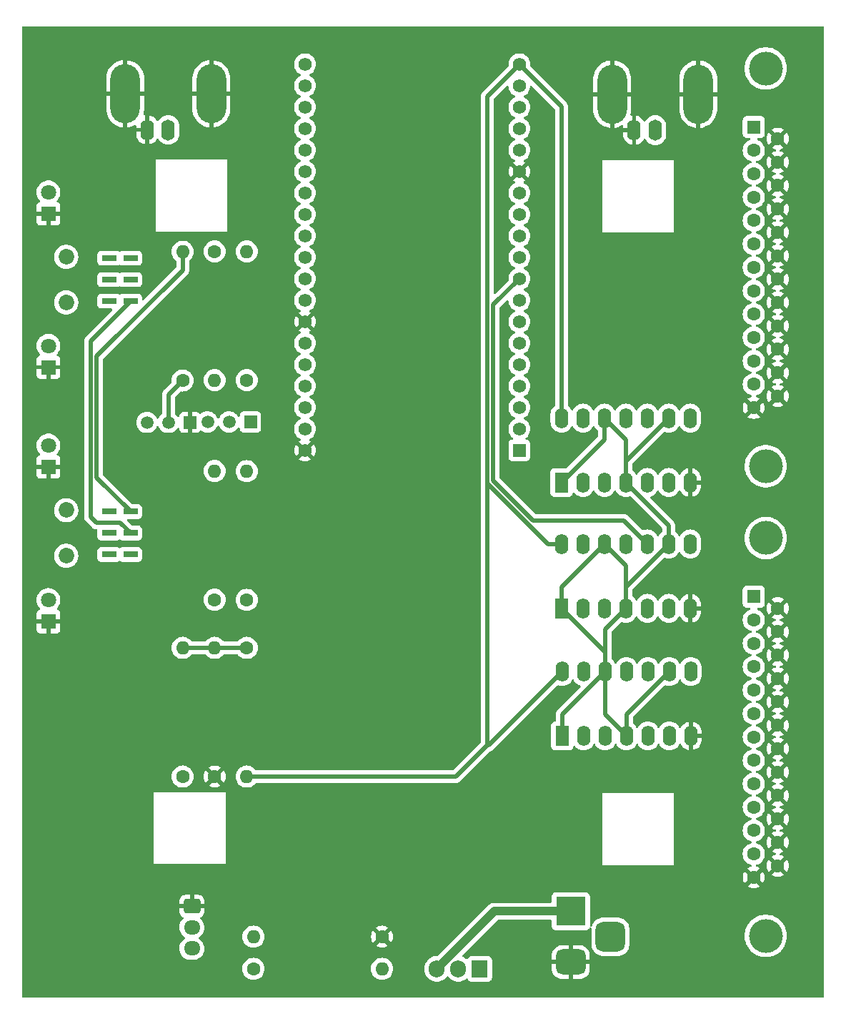
<source format=gbr>
%TF.GenerationSoftware,KiCad,Pcbnew,7.0.8*%
%TF.CreationDate,2023-11-11T13:28:02+01:00*%
%TF.ProjectId,LED-Zappelin-V2-Chrolis,4c45442d-5a61-4707-9065-6c696e2d5632,rev?*%
%TF.SameCoordinates,Original*%
%TF.FileFunction,Copper,L2,Bot*%
%TF.FilePolarity,Positive*%
%FSLAX46Y46*%
G04 Gerber Fmt 4.6, Leading zero omitted, Abs format (unit mm)*
G04 Created by KiCad (PCBNEW 7.0.8) date 2023-11-11 13:28:02*
%MOMM*%
%LPD*%
G01*
G04 APERTURE LIST*
G04 Aperture macros list*
%AMRoundRect*
0 Rectangle with rounded corners*
0 $1 Rounding radius*
0 $2 $3 $4 $5 $6 $7 $8 $9 X,Y pos of 4 corners*
0 Add a 4 corners polygon primitive as box body*
4,1,4,$2,$3,$4,$5,$6,$7,$8,$9,$2,$3,0*
0 Add four circle primitives for the rounded corners*
1,1,$1+$1,$2,$3*
1,1,$1+$1,$4,$5*
1,1,$1+$1,$6,$7*
1,1,$1+$1,$8,$9*
0 Add four rect primitives between the rounded corners*
20,1,$1+$1,$2,$3,$4,$5,0*
20,1,$1+$1,$4,$5,$6,$7,0*
20,1,$1+$1,$6,$7,$8,$9,0*
20,1,$1+$1,$8,$9,$2,$3,0*%
G04 Aperture macros list end*
%TA.AperFunction,ComponentPad*%
%ADD10C,1.600000*%
%TD*%
%TA.AperFunction,ComponentPad*%
%ADD11O,1.600000X1.600000*%
%TD*%
%TA.AperFunction,ComponentPad*%
%ADD12C,1.560000*%
%TD*%
%TA.AperFunction,ComponentPad*%
%ADD13R,1.560000X1.560000*%
%TD*%
%TA.AperFunction,ComponentPad*%
%ADD14C,1.800000*%
%TD*%
%TA.AperFunction,ComponentPad*%
%ADD15R,1.800000X1.800000*%
%TD*%
%TA.AperFunction,ComponentPad*%
%ADD16O,1.950000X1.700000*%
%TD*%
%TA.AperFunction,ComponentPad*%
%ADD17RoundRect,0.250000X-0.725000X0.600000X-0.725000X-0.600000X0.725000X-0.600000X0.725000X0.600000X0*%
%TD*%
%TA.AperFunction,ComponentPad*%
%ADD18C,1.850000*%
%TD*%
%TA.AperFunction,ComponentPad*%
%ADD19R,1.750000X0.750000*%
%TD*%
%TA.AperFunction,ComponentPad*%
%ADD20RoundRect,0.875000X0.875000X-0.875000X0.875000X0.875000X-0.875000X0.875000X-0.875000X-0.875000X0*%
%TD*%
%TA.AperFunction,ComponentPad*%
%ADD21RoundRect,0.750000X1.000000X-0.750000X1.000000X0.750000X-1.000000X0.750000X-1.000000X-0.750000X0*%
%TD*%
%TA.AperFunction,ComponentPad*%
%ADD22R,3.500000X3.500000*%
%TD*%
%TA.AperFunction,ComponentPad*%
%ADD23O,1.905000X2.000000*%
%TD*%
%TA.AperFunction,ComponentPad*%
%ADD24R,1.905000X2.000000*%
%TD*%
%TA.AperFunction,ComponentPad*%
%ADD25C,4.000000*%
%TD*%
%TA.AperFunction,ComponentPad*%
%ADD26R,1.600000X1.600000*%
%TD*%
%TA.AperFunction,ComponentPad*%
%ADD27O,3.500120X7.000240*%
%TD*%
%TA.AperFunction,ComponentPad*%
%ADD28O,1.600200X2.499360*%
%TD*%
%TA.AperFunction,ComponentPad*%
%ADD29R,1.600000X2.400000*%
%TD*%
%TA.AperFunction,ComponentPad*%
%ADD30O,1.600000X2.400000*%
%TD*%
%TA.AperFunction,ComponentPad*%
%ADD31C,1.500000*%
%TD*%
%TA.AperFunction,ComponentPad*%
%ADD32R,1.500000X1.500000*%
%TD*%
%TA.AperFunction,Conductor*%
%ADD33C,0.500000*%
%TD*%
%TA.AperFunction,Conductor*%
%ADD34C,1.000000*%
%TD*%
%TA.AperFunction,Conductor*%
%ADD35C,0.250000*%
%TD*%
G04 APERTURE END LIST*
D10*
%TO.P,R5,1*%
%TO.N,Blanking*%
X76600000Y-123600000D03*
D11*
%TO.P,R5,2*%
%TO.N,5V*%
X76600000Y-138840000D03*
%TD*%
D12*
%TO.P,U1,38,CLK*%
%TO.N,unconnected-(U1-CLK-Pad38)*%
X83500000Y-54500000D03*
%TO.P,U1,37,SD0*%
%TO.N,unconnected-(U1-SD0-Pad37)*%
X83500000Y-57040000D03*
%TO.P,U1,36,SD1*%
%TO.N,unconnected-(U1-SD1-Pad36)*%
X83500000Y-59580000D03*
%TO.P,U1,35,IO15*%
%TO.N,GPIO15*%
X83500000Y-62120000D03*
%TO.P,U1,34,IO2*%
%TO.N,GPIO02*%
X83500000Y-64660000D03*
%TO.P,U1,33,IO0*%
%TO.N,GPIO00*%
X83500000Y-67200000D03*
%TO.P,U1,32,IO4*%
%TO.N,GPIO04*%
X83500000Y-69740000D03*
%TO.P,U1,31,IO16*%
%TO.N,GPIO16*%
X83500000Y-72280000D03*
%TO.P,U1,30,IO17*%
%TO.N,GPIO17*%
X83500000Y-74820000D03*
%TO.P,U1,29,IO5*%
%TO.N,GPIO05*%
X83500000Y-77360000D03*
%TO.P,U1,28,IO18*%
%TO.N,GPIO18*%
X83500000Y-79900000D03*
%TO.P,U1,27,IO19*%
%TO.N,GPIO19*%
X83500000Y-82440000D03*
%TO.P,U1,26,GND2*%
%TO.N,GNDREF*%
X83500000Y-84980000D03*
%TO.P,U1,25,IO21*%
%TO.N,GPIO21*%
X83500000Y-87520000D03*
%TO.P,U1,24,RXD0*%
%TO.N,unconnected-(U1-RXD0-Pad24)*%
X83500000Y-90060000D03*
%TO.P,U1,23,TXD0*%
%TO.N,unconnected-(U1-TXD0-Pad23)*%
X83500000Y-92600000D03*
%TO.P,U1,22,IO22*%
%TO.N,GPIO22*%
X83500000Y-95140000D03*
%TO.P,U1,21,IO23*%
%TO.N,GPIO23*%
X83500000Y-97680000D03*
%TO.P,U1,20,GND3*%
%TO.N,GNDREF*%
X83500000Y-100220000D03*
%TO.P,U1,19,EXT_5V*%
%TO.N,5V*%
X108900000Y-54500000D03*
%TO.P,U1,18,CMD*%
%TO.N,unconnected-(U1-CMD-Pad18)*%
X108900000Y-57040000D03*
%TO.P,U1,17,SD3*%
%TO.N,unconnected-(U1-SD3-Pad17)*%
X108900000Y-59580000D03*
%TO.P,U1,16,SD2*%
%TO.N,unconnected-(U1-SD2-Pad16)*%
X108900000Y-62120000D03*
%TO.P,U1,15,IO13*%
%TO.N,GPIO13*%
X108900000Y-64660000D03*
%TO.P,U1,14,GND1*%
%TO.N,GNDREF*%
X108900000Y-67200000D03*
%TO.P,U1,13,IO12*%
%TO.N,GPIO12*%
X108900000Y-69740000D03*
%TO.P,U1,12,IO14*%
%TO.N,GPIO28*%
X108900000Y-72280000D03*
%TO.P,U1,11,IO27*%
%TO.N,GPIO27*%
X108900000Y-74820000D03*
%TO.P,U1,10,IO26*%
%TO.N,GPIO26*%
X108900000Y-77360000D03*
%TO.P,U1,9,IO25*%
%TO.N,GPIO25*%
X108900000Y-79900000D03*
%TO.P,U1,8,IO33*%
%TO.N,Trigger*%
X108900000Y-82440000D03*
%TO.P,U1,7,IO32*%
%TO.N,NeoPixel*%
X108900000Y-84980000D03*
%TO.P,U1,6,IO35*%
%TO.N,Net-(U1-IO35)*%
X108900000Y-87520000D03*
%TO.P,U1,5,IO34*%
%TO.N,unconnected-(U1-IO34-Pad5)*%
X108900000Y-90060000D03*
%TO.P,U1,4,SENSOR_VN*%
%TO.N,unconnected-(U1-SENSOR_VN-Pad4)*%
X108900000Y-92600000D03*
%TO.P,U1,3,SENSOR_VP*%
%TO.N,unconnected-(U1-SENSOR_VP-Pad3)*%
X108900000Y-95140000D03*
%TO.P,U1,2,EN*%
%TO.N,unconnected-(U1-EN-Pad2)*%
X108900000Y-97680000D03*
D13*
%TO.P,U1,1,3V3*%
%TO.N,3.3V*%
X108900000Y-100220000D03*
%TD*%
D11*
%TO.P,R9,2*%
%TO.N,5V*%
X92640000Y-161600000D03*
D10*
%TO.P,R9,1*%
%TO.N,Net-(U5-ADJ)*%
X77400000Y-161600000D03*
%TD*%
D14*
%TO.P,D3,2,A*%
%TO.N,Net-(D3-A)*%
X53100000Y-117935000D03*
D15*
%TO.P,D3,1,K*%
%TO.N,GNDREF*%
X53100000Y-120475000D03*
%TD*%
D16*
%TO.P,J5,3,Pin_3*%
%TO.N,5V*%
X70100000Y-159200000D03*
%TO.P,J5,2,Pin_2*%
%TO.N,NeoPixel*%
X70100000Y-156700000D03*
D17*
%TO.P,J5,1,Pin_1*%
%TO.N,GNDREF*%
X70100000Y-154200000D03*
%TD*%
D18*
%TO.P,SW1,8*%
%TO.N,N/C*%
X55200000Y-82700000D03*
%TO.P,SW1,7*%
X55200000Y-77300000D03*
D19*
%TO.P,SW1,6,C*%
%TO.N,Net-(Q2-B)*%
X60280000Y-82540000D03*
%TO.P,SW1,5,B*%
%TO.N,5V*%
X60280000Y-80000000D03*
%TO.P,SW1,4,A*%
%TO.N,Net-(R4-Pad2)*%
X60280000Y-77460000D03*
%TO.P,SW1,3,C*%
%TO.N,Net-(SW1-C-Pad3)*%
X62820000Y-82540000D03*
%TO.P,SW1,2,B*%
%TO.N,Net-(J1-In)*%
X62820000Y-80000000D03*
%TO.P,SW1,1,A*%
%TO.N,unconnected-(SW1-A-Pad1)*%
X62820000Y-77460000D03*
%TD*%
D11*
%TO.P,R4,2*%
%TO.N,Net-(R4-Pad2)*%
X76600000Y-76660000D03*
D10*
%TO.P,R4,1*%
%TO.N,Net-(D2-A)*%
X76600000Y-91900000D03*
%TD*%
D18*
%TO.P,SW2,8*%
%TO.N,N/C*%
X55200000Y-112700000D03*
%TO.P,SW2,7*%
X55200000Y-107300000D03*
D19*
%TO.P,SW2,6,C*%
%TO.N,Net-(R8-Pad2)*%
X60280000Y-112540000D03*
%TO.P,SW2,5,B*%
%TO.N,Net-(Q2-E)*%
X60280000Y-110000000D03*
%TO.P,SW2,4,A*%
%TO.N,Net-(R7-Pad2)*%
X60280000Y-107460000D03*
%TO.P,SW2,3,C*%
%TO.N,Blanking*%
X62820000Y-112540000D03*
%TO.P,SW2,2,B*%
%TO.N,Net-(SW1-C-Pad3)*%
X62820000Y-110000000D03*
%TO.P,SW2,1,A*%
%TO.N,Net-(R6-Pad2)*%
X62820000Y-107460000D03*
%TD*%
D20*
%TO.P,J6,3*%
%TO.N,N/C*%
X119700000Y-157800000D03*
D21*
%TO.P,J6,2*%
%TO.N,GNDREF*%
X115000000Y-160800000D03*
D22*
%TO.P,J6,1*%
%TO.N,+9V*%
X115000000Y-154800000D03*
%TD*%
D14*
%TO.P,D1,2,A*%
%TO.N,Net-(D1-A)*%
X53100000Y-69660000D03*
D15*
%TO.P,D1,1,K*%
%TO.N,GNDREF*%
X53100000Y-72200000D03*
%TD*%
D11*
%TO.P,R3,2*%
%TO.N,Net-(Q2-B)*%
X72800000Y-91900000D03*
D10*
%TO.P,R3,1*%
%TO.N,Net-(D1-A)*%
X72800000Y-76660000D03*
%TD*%
D23*
%TO.P,U5,3,VI*%
%TO.N,+9V*%
X99120000Y-161600000D03*
%TO.P,U5,2,VO*%
%TO.N,5V*%
X101660000Y-161600000D03*
D24*
%TO.P,U5,1,ADJ*%
%TO.N,Net-(U5-ADJ)*%
X104200000Y-161600000D03*
%TD*%
D25*
%TO.P,J3,0*%
%TO.N,N/C*%
X138100000Y-157700000D03*
X138100000Y-110600000D03*
D26*
%TO.P,J3,1,1*%
%TO.N,GPIO17*%
X136680000Y-117530000D03*
D10*
%TO.P,J3,2,2*%
%TO.N,GPIO16*%
X136680000Y-120300000D03*
%TO.P,J3,3,3*%
%TO.N,GPIO04*%
X136680000Y-123070000D03*
%TO.P,J3,4,4*%
%TO.N,GPIO00*%
X136680000Y-125840000D03*
%TO.P,J3,5,5*%
%TO.N,GPIO02*%
X136680000Y-128610000D03*
%TO.P,J3,6,6*%
%TO.N,GPIO15*%
X136680000Y-131380000D03*
%TO.P,J3,7,7*%
%TO.N,GPIO Input 6*%
X136680000Y-134150000D03*
%TO.P,J3,8,8*%
%TO.N,GPIO Input 5*%
X136680000Y-136920000D03*
%TO.P,J3,9,9*%
%TO.N,GPIO Input 4*%
X136680000Y-139690000D03*
%TO.P,J3,10,10*%
%TO.N,GPIO Input 3*%
X136680000Y-142460000D03*
%TO.P,J3,11,11*%
%TO.N,GPIO Input 2*%
X136680000Y-145230000D03*
%TO.P,J3,12,12*%
%TO.N,GPIO Input 1*%
X136680000Y-148000000D03*
%TO.P,J3,13,13*%
%TO.N,GNDREF*%
X136680000Y-150770000D03*
%TO.P,J3,14,P14*%
X139520000Y-118915000D03*
%TO.P,J3,15,P15*%
X139520000Y-121685000D03*
%TO.P,J3,16,P16*%
X139520000Y-124455000D03*
%TO.P,J3,17,P17*%
X139520000Y-127225000D03*
%TO.P,J3,18,P18*%
X139520000Y-129995000D03*
%TO.P,J3,19,P19*%
X139520000Y-132765000D03*
%TO.P,J3,20,P20*%
X139520000Y-135535000D03*
%TO.P,J3,21,P21*%
X139520000Y-138305000D03*
%TO.P,J3,22,P22*%
X139520000Y-141075000D03*
%TO.P,J3,23,P23*%
X139520000Y-143845000D03*
%TO.P,J3,24,P24*%
X139520000Y-146615000D03*
%TO.P,J3,25,P25*%
X139520000Y-149385000D03*
%TD*%
D27*
%TO.P,J1,2,Ext*%
%TO.N,GNDREF*%
X72400000Y-58000000D03*
D28*
X64800320Y-62264660D03*
D27*
X62201900Y-58000000D03*
D28*
%TO.P,J1,1,In*%
%TO.N,Net-(J1-In)*%
X67299680Y-62264660D03*
%TD*%
D29*
%TO.P,U2,1*%
%TO.N,Blanking*%
X113975000Y-134020000D03*
D30*
%TO.P,U2,2*%
%TO.N,GPIO23*%
X116515000Y-134020000D03*
%TO.P,U2,3*%
%TO.N,GPIO Input 1*%
X119055000Y-134020000D03*
%TO.P,U2,4*%
%TO.N,Blanking*%
X121595000Y-134020000D03*
%TO.P,U2,5*%
%TO.N,GPIO22*%
X124135000Y-134020000D03*
%TO.P,U2,6*%
%TO.N,GPIO Input 2*%
X126675000Y-134020000D03*
%TO.P,U2,7,GND*%
%TO.N,GNDREF*%
X129215000Y-134020000D03*
%TO.P,U2,8*%
%TO.N,GPIO Input 3*%
X129215000Y-126400000D03*
%TO.P,U2,9*%
%TO.N,Blanking*%
X126675000Y-126400000D03*
%TO.P,U2,10*%
%TO.N,GPIO21*%
X124135000Y-126400000D03*
%TO.P,U2,11*%
%TO.N,GPIO Input 4*%
X121595000Y-126400000D03*
%TO.P,U2,12*%
%TO.N,Blanking*%
X119055000Y-126400000D03*
%TO.P,U2,13*%
%TO.N,GPIO19*%
X116515000Y-126400000D03*
%TO.P,U2,14,VCC*%
%TO.N,5V*%
X113975000Y-126400000D03*
%TD*%
D29*
%TO.P,U4,1*%
%TO.N,Blanking*%
X113900000Y-104020000D03*
D30*
%TO.P,U4,2*%
%TO.N,GPIO27*%
X116440000Y-104020000D03*
%TO.P,U4,3*%
%TO.N,GPIO Input 10*%
X118980000Y-104020000D03*
%TO.P,U4,4*%
%TO.N,Blanking*%
X121520000Y-104020000D03*
%TO.P,U4,5*%
%TO.N,GPIO28*%
X124060000Y-104020000D03*
%TO.P,U4,6*%
%TO.N,GPIO Input 9*%
X126600000Y-104020000D03*
%TO.P,U4,7,GND*%
%TO.N,GNDREF*%
X129140000Y-104020000D03*
%TO.P,U4,8*%
%TO.N,GPIO Input 11*%
X129140000Y-96400000D03*
%TO.P,U4,9*%
%TO.N,Blanking*%
X126600000Y-96400000D03*
%TO.P,U4,10*%
%TO.N,GPIO12*%
X124060000Y-96400000D03*
%TO.P,U4,11*%
%TO.N,GPIO Input 12*%
X121520000Y-96400000D03*
%TO.P,U4,12*%
%TO.N,Blanking*%
X118980000Y-96400000D03*
%TO.P,U4,13*%
%TO.N,GPIO13*%
X116440000Y-96400000D03*
%TO.P,U4,14,VCC*%
%TO.N,5V*%
X113900000Y-96400000D03*
%TD*%
D11*
%TO.P,R8,2*%
%TO.N,Net-(R8-Pad2)*%
X76600000Y-102680000D03*
D10*
%TO.P,R8,1*%
%TO.N,Net-(D4-A)*%
X76600000Y-117920000D03*
%TD*%
D29*
%TO.P,U3,1*%
%TO.N,Blanking*%
X113900000Y-118920000D03*
D30*
%TO.P,U3,2*%
%TO.N,GPIO18*%
X116440000Y-118920000D03*
%TO.P,U3,3*%
%TO.N,GPIO Input 5*%
X118980000Y-118920000D03*
%TO.P,U3,4*%
%TO.N,Blanking*%
X121520000Y-118920000D03*
%TO.P,U3,5*%
%TO.N,GPIO05*%
X124060000Y-118920000D03*
%TO.P,U3,6*%
%TO.N,GPIO Input 6*%
X126600000Y-118920000D03*
%TO.P,U3,7,GND*%
%TO.N,GNDREF*%
X129140000Y-118920000D03*
%TO.P,U3,8*%
%TO.N,GPIO Input 7*%
X129140000Y-111300000D03*
%TO.P,U3,9*%
%TO.N,Blanking*%
X126600000Y-111300000D03*
%TO.P,U3,10*%
%TO.N,GPIO25*%
X124060000Y-111300000D03*
%TO.P,U3,11*%
%TO.N,GPIO Input 8*%
X121520000Y-111300000D03*
%TO.P,U3,12*%
%TO.N,Blanking*%
X118980000Y-111300000D03*
%TO.P,U3,13*%
%TO.N,GPIO26*%
X116440000Y-111300000D03*
%TO.P,U3,14,VCC*%
%TO.N,5V*%
X113900000Y-111300000D03*
%TD*%
D25*
%TO.P,J4,0*%
%TO.N,N/C*%
X138100000Y-102100000D03*
X138100000Y-55000000D03*
D26*
%TO.P,J4,1,1*%
%TO.N,unconnected-(J4-Pad1)*%
X136680000Y-61930000D03*
D10*
%TO.P,J4,2,2*%
%TO.N,unconnected-(J4-Pad2)*%
X136680000Y-64700000D03*
%TO.P,J4,3,3*%
%TO.N,unconnected-(J4-Pad3)*%
X136680000Y-67470000D03*
%TO.P,J4,4,4*%
%TO.N,unconnected-(J4-Pad4)*%
X136680000Y-70240000D03*
%TO.P,J4,5,5*%
%TO.N,unconnected-(J4-Pad5)*%
X136680000Y-73010000D03*
%TO.P,J4,6,6*%
%TO.N,unconnected-(J4-Pad6)*%
X136680000Y-75780000D03*
%TO.P,J4,7,7*%
%TO.N,GPIO Input 12*%
X136680000Y-78550000D03*
%TO.P,J4,8,8*%
%TO.N,GPIO Input 11*%
X136680000Y-81320000D03*
%TO.P,J4,9,9*%
%TO.N,GPIO Input 10*%
X136680000Y-84090000D03*
%TO.P,J4,10,10*%
%TO.N,GPIO Input 9*%
X136680000Y-86860000D03*
%TO.P,J4,11,11*%
%TO.N,GPIO Input 8*%
X136680000Y-89630000D03*
%TO.P,J4,12,12*%
%TO.N,GPIO Input 7*%
X136680000Y-92400000D03*
%TO.P,J4,13,13*%
%TO.N,GNDREF*%
X136680000Y-95170000D03*
%TO.P,J4,14,P14*%
X139520000Y-63315000D03*
%TO.P,J4,15,P15*%
X139520000Y-66085000D03*
%TO.P,J4,16,P16*%
X139520000Y-68855000D03*
%TO.P,J4,17,P17*%
X139520000Y-71625000D03*
%TO.P,J4,18,P18*%
X139520000Y-74395000D03*
%TO.P,J4,19,P19*%
X139520000Y-77165000D03*
%TO.P,J4,20,P20*%
X139520000Y-79935000D03*
%TO.P,J4,21,P21*%
X139520000Y-82705000D03*
%TO.P,J4,22,P22*%
X139520000Y-85475000D03*
%TO.P,J4,23,P23*%
X139520000Y-88245000D03*
%TO.P,J4,24,P24*%
X139520000Y-91015000D03*
%TO.P,J4,25,P25*%
X139520000Y-93785000D03*
%TD*%
D11*
%TO.P,R7,2*%
%TO.N,Net-(R7-Pad2)*%
X72800000Y-102660000D03*
D10*
%TO.P,R7,1*%
%TO.N,Net-(D3-A)*%
X72800000Y-117900000D03*
%TD*%
D31*
%TO.P,Q2,3,C*%
%TO.N,5V*%
X71960000Y-96850000D03*
%TO.P,Q2,2,B*%
%TO.N,Net-(Q2-B)*%
X74500000Y-96850000D03*
D32*
%TO.P,Q2,1,E*%
%TO.N,Net-(Q2-E)*%
X77040000Y-96850000D03*
%TD*%
D11*
%TO.P,R6,2*%
%TO.N,Net-(R6-Pad2)*%
X69000000Y-76700000D03*
D10*
%TO.P,R6,1*%
%TO.N,Net-(Q1-B)*%
X69000000Y-91940000D03*
%TD*%
%TO.P,R1,1*%
%TO.N,Net-(U1-IO35)*%
X69000000Y-138840000D03*
D11*
%TO.P,R1,2*%
%TO.N,Blanking*%
X69000000Y-123600000D03*
%TD*%
D10*
%TO.P,R10,1*%
%TO.N,GNDREF*%
X92640000Y-157800000D03*
D11*
%TO.P,R10,2*%
%TO.N,Net-(U5-ADJ)*%
X77400000Y-157800000D03*
%TD*%
D27*
%TO.P,J2,2,Ext*%
%TO.N,GNDREF*%
X130100320Y-58036600D03*
D28*
X122500640Y-62301260D03*
D27*
X119902220Y-58036600D03*
D28*
%TO.P,J2,1,In*%
%TO.N,Trigger*%
X125000000Y-62301260D03*
%TD*%
D14*
%TO.P,D2,2,A*%
%TO.N,Net-(D2-A)*%
X53100000Y-87835000D03*
D15*
%TO.P,D2,1,K*%
%TO.N,GNDREF*%
X53100000Y-90375000D03*
%TD*%
D31*
%TO.P,Q1,3,C*%
%TO.N,Blanking*%
X64770000Y-96900000D03*
%TO.P,Q1,2,B*%
%TO.N,Net-(Q1-B)*%
X67310000Y-96900000D03*
D32*
%TO.P,Q1,1,E*%
%TO.N,GNDREF*%
X69850000Y-96900000D03*
%TD*%
D10*
%TO.P,R2,1*%
%TO.N,GNDREF*%
X72800000Y-138840000D03*
D11*
%TO.P,R2,2*%
%TO.N,Blanking*%
X72800000Y-123600000D03*
%TD*%
D15*
%TO.P,D4,1,K*%
%TO.N,GNDREF*%
X53100000Y-102175000D03*
D14*
%TO.P,D4,2,A*%
%TO.N,Net-(D4-A)*%
X53100000Y-99635000D03*
%TD*%
D33*
%TO.N,GPIO25*%
X105800000Y-103800000D02*
X105800000Y-83000000D01*
X110500000Y-108500000D02*
X105800000Y-103800000D01*
X121260000Y-108500000D02*
X110500000Y-108500000D01*
X105800000Y-83000000D02*
X108900000Y-79900000D01*
X124060000Y-111300000D02*
X121260000Y-108500000D01*
%TO.N,5V*%
X105100000Y-104089950D02*
X105100000Y-101200000D01*
X112310050Y-111300000D02*
X105100000Y-104089950D01*
X113900000Y-111300000D02*
X112310050Y-111300000D01*
X105100000Y-101200000D02*
X105100000Y-135100000D01*
X105100000Y-58300000D02*
X105100000Y-101200000D01*
X105275000Y-135100000D02*
X105100000Y-135100000D01*
X113975000Y-126400000D02*
X105275000Y-135100000D01*
X113900000Y-59500000D02*
X113900000Y-96400000D01*
X108900000Y-54500000D02*
X113900000Y-59500000D01*
X108900000Y-54500000D02*
X105100000Y-58300000D01*
X104650000Y-135550000D02*
X101360000Y-138840000D01*
X105100000Y-135100000D02*
X104650000Y-135550000D01*
D34*
%TO.N,+9V*%
X105920000Y-154800000D02*
X99120000Y-161600000D01*
X115000000Y-154800000D02*
X105920000Y-154800000D01*
D33*
%TO.N,5V*%
X101360000Y-138840000D02*
X76600000Y-138840000D01*
X113800000Y-126400000D02*
X113975000Y-126400000D01*
%TO.N,Blanking*%
X118980000Y-96400000D02*
X118980000Y-98940000D01*
X118980000Y-98940000D02*
X113900000Y-104020000D01*
X121520000Y-101480000D02*
X126600000Y-96400000D01*
X121520000Y-104020000D02*
X121520000Y-101480000D01*
X121520000Y-98940000D02*
X118980000Y-96400000D01*
X121520000Y-104020000D02*
X121520000Y-98940000D01*
X126600000Y-109100000D02*
X121520000Y-104020000D01*
X126600000Y-111300000D02*
X126600000Y-109100000D01*
X113900000Y-116380000D02*
X118980000Y-111300000D01*
X113900000Y-118920000D02*
X113900000Y-116380000D01*
X121520000Y-113840000D02*
X118980000Y-111300000D01*
X121520000Y-118920000D02*
X121520000Y-113840000D01*
X121520000Y-116380000D02*
X126600000Y-111300000D01*
X121520000Y-118920000D02*
X121520000Y-116380000D01*
X119055000Y-124075000D02*
X113900000Y-118920000D01*
X119055000Y-126400000D02*
X119055000Y-124075000D01*
X119055000Y-121385000D02*
X121520000Y-118920000D01*
X119055000Y-126400000D02*
X119055000Y-121385000D01*
X121595000Y-131480000D02*
X126675000Y-126400000D01*
X121595000Y-134020000D02*
X121595000Y-131480000D01*
X119055000Y-131480000D02*
X121595000Y-134020000D01*
X119055000Y-126400000D02*
X119055000Y-131480000D01*
X113975000Y-131480000D02*
X119055000Y-126400000D01*
X113975000Y-134020000D02*
X113975000Y-131480000D01*
%TO.N,Net-(Q1-B)*%
X67310000Y-93630000D02*
X69000000Y-91940000D01*
X67310000Y-96900000D02*
X67310000Y-93630000D01*
%TO.N,Net-(R6-Pad2)*%
X69000000Y-78900000D02*
X69000000Y-76700000D01*
X58800000Y-89100000D02*
X69000000Y-78900000D01*
X58800000Y-103440000D02*
X58800000Y-89100000D01*
X62820000Y-107460000D02*
X58800000Y-103440000D01*
%TO.N,Net-(SW1-C-Pad3)*%
X58100000Y-87260000D02*
X62820000Y-82540000D01*
X58100000Y-108100000D02*
X58100000Y-87260000D01*
X58800000Y-108800000D02*
X58100000Y-108100000D01*
X62820000Y-110000000D02*
X61620000Y-108800000D01*
X61620000Y-108800000D02*
X58800000Y-108800000D01*
D35*
%TO.N,Net-(D3-A)*%
X53135000Y-117900000D02*
X53100000Y-117935000D01*
D33*
%TO.N,Blanking*%
X72800000Y-123600000D02*
X76600000Y-123600000D01*
X69000000Y-123600000D02*
X72800000Y-123600000D01*
%TD*%
%TA.AperFunction,Conductor*%
%TO.N,GNDREF*%
G36*
X110395444Y-57068125D02*
G01*
X113105181Y-59777862D01*
X113138666Y-59839185D01*
X113141500Y-59865543D01*
X113141500Y-94869174D01*
X113121815Y-94936213D01*
X113088626Y-94970746D01*
X113055700Y-94993802D01*
X113055696Y-94993805D01*
X112893806Y-95155695D01*
X112893803Y-95155698D01*
X112893802Y-95155700D01*
X112883790Y-95169999D01*
X112762476Y-95343252D01*
X112762475Y-95343254D01*
X112665718Y-95550750D01*
X112665714Y-95550761D01*
X112606457Y-95771910D01*
X112606456Y-95771918D01*
X112591500Y-95942873D01*
X112591500Y-96857127D01*
X112606456Y-97028081D01*
X112606457Y-97028089D01*
X112665714Y-97249238D01*
X112665718Y-97249249D01*
X112742382Y-97413655D01*
X112762477Y-97456749D01*
X112893802Y-97644300D01*
X113055700Y-97806198D01*
X113243251Y-97937523D01*
X113298445Y-97963260D01*
X113450750Y-98034281D01*
X113450752Y-98034281D01*
X113450757Y-98034284D01*
X113671913Y-98093543D01*
X113834832Y-98107796D01*
X113899998Y-98113498D01*
X113900000Y-98113498D01*
X113900002Y-98113498D01*
X113957139Y-98108499D01*
X114128087Y-98093543D01*
X114349243Y-98034284D01*
X114556749Y-97937523D01*
X114744300Y-97806198D01*
X114906198Y-97644300D01*
X115037523Y-97456749D01*
X115057618Y-97413655D01*
X115103790Y-97361215D01*
X115170983Y-97342063D01*
X115237864Y-97362278D01*
X115282382Y-97413655D01*
X115302477Y-97456749D01*
X115433802Y-97644300D01*
X115595700Y-97806198D01*
X115783251Y-97937523D01*
X115838445Y-97963260D01*
X115990750Y-98034281D01*
X115990752Y-98034281D01*
X115990757Y-98034284D01*
X116211913Y-98093543D01*
X116374832Y-98107796D01*
X116439998Y-98113498D01*
X116440000Y-98113498D01*
X116440002Y-98113498D01*
X116497139Y-98108499D01*
X116668087Y-98093543D01*
X116889243Y-98034284D01*
X117096749Y-97937523D01*
X117284300Y-97806198D01*
X117446198Y-97644300D01*
X117577523Y-97456749D01*
X117597618Y-97413655D01*
X117643790Y-97361215D01*
X117710983Y-97342063D01*
X117777864Y-97362278D01*
X117822382Y-97413655D01*
X117842477Y-97456749D01*
X117973802Y-97644300D01*
X117973806Y-97644304D01*
X118135695Y-97806194D01*
X118135698Y-97806196D01*
X118135700Y-97806198D01*
X118168623Y-97829250D01*
X118212247Y-97883824D01*
X118221500Y-97930825D01*
X118221500Y-98574457D01*
X118201815Y-98641496D01*
X118185181Y-98662138D01*
X114572138Y-102275181D01*
X114510815Y-102308666D01*
X114484457Y-102311500D01*
X113051345Y-102311500D01*
X112990797Y-102318011D01*
X112990795Y-102318011D01*
X112853795Y-102369111D01*
X112736739Y-102456739D01*
X112649111Y-102573795D01*
X112598011Y-102710795D01*
X112598011Y-102710797D01*
X112591500Y-102771345D01*
X112591500Y-105268654D01*
X112598011Y-105329202D01*
X112598011Y-105329204D01*
X112634189Y-105426198D01*
X112649111Y-105466204D01*
X112736739Y-105583261D01*
X112853796Y-105670889D01*
X112990799Y-105721989D01*
X113018050Y-105724918D01*
X113051345Y-105728499D01*
X113051362Y-105728500D01*
X114748638Y-105728500D01*
X114748654Y-105728499D01*
X114775692Y-105725591D01*
X114809201Y-105721989D01*
X114946204Y-105670889D01*
X115063261Y-105583261D01*
X115150889Y-105466204D01*
X115201989Y-105329201D01*
X115203569Y-105314500D01*
X115230304Y-105249952D01*
X115287695Y-105210102D01*
X115357521Y-105207606D01*
X115417611Y-105243257D01*
X115428428Y-105256626D01*
X115433802Y-105264300D01*
X115595700Y-105426198D01*
X115783251Y-105557523D01*
X115838445Y-105583260D01*
X115990750Y-105654281D01*
X115990752Y-105654281D01*
X115990757Y-105654284D01*
X116211913Y-105713543D01*
X116374832Y-105727796D01*
X116439998Y-105733498D01*
X116440000Y-105733498D01*
X116440002Y-105733498D01*
X116497139Y-105728499D01*
X116668087Y-105713543D01*
X116889243Y-105654284D01*
X117096749Y-105557523D01*
X117284300Y-105426198D01*
X117446198Y-105264300D01*
X117577523Y-105076749D01*
X117597618Y-105033655D01*
X117643790Y-104981215D01*
X117710983Y-104962063D01*
X117777864Y-104982278D01*
X117822382Y-105033655D01*
X117842477Y-105076749D01*
X117973802Y-105264300D01*
X118135700Y-105426198D01*
X118323251Y-105557523D01*
X118378445Y-105583260D01*
X118530750Y-105654281D01*
X118530752Y-105654281D01*
X118530757Y-105654284D01*
X118751913Y-105713543D01*
X118914832Y-105727796D01*
X118979998Y-105733498D01*
X118980000Y-105733498D01*
X118980002Y-105733498D01*
X119037139Y-105728499D01*
X119208087Y-105713543D01*
X119429243Y-105654284D01*
X119636749Y-105557523D01*
X119824300Y-105426198D01*
X119986198Y-105264300D01*
X120117523Y-105076749D01*
X120137618Y-105033655D01*
X120183790Y-104981215D01*
X120250983Y-104962063D01*
X120317864Y-104982278D01*
X120362382Y-105033655D01*
X120382477Y-105076749D01*
X120513802Y-105264300D01*
X120675700Y-105426198D01*
X120863251Y-105557523D01*
X120918445Y-105583260D01*
X121070750Y-105654281D01*
X121070752Y-105654281D01*
X121070757Y-105654284D01*
X121291913Y-105713543D01*
X121454832Y-105727796D01*
X121519998Y-105733498D01*
X121520000Y-105733498D01*
X121520002Y-105733498D01*
X121577139Y-105728499D01*
X121748087Y-105713543D01*
X121969243Y-105654284D01*
X121969251Y-105654280D01*
X121974324Y-105652434D01*
X121974922Y-105654078D01*
X122036211Y-105644747D01*
X122100006Y-105673243D01*
X122107265Y-105679946D01*
X125805181Y-109377862D01*
X125838666Y-109439185D01*
X125841500Y-109465543D01*
X125841500Y-109769174D01*
X125821815Y-109836213D01*
X125788626Y-109870746D01*
X125755700Y-109893802D01*
X125755696Y-109893805D01*
X125593806Y-110055695D01*
X125462476Y-110243251D01*
X125442382Y-110286345D01*
X125396209Y-110338784D01*
X125329016Y-110357936D01*
X125262135Y-110337720D01*
X125217618Y-110286345D01*
X125197523Y-110243251D01*
X125066198Y-110055700D01*
X124904300Y-109893802D01*
X124716749Y-109762477D01*
X124716745Y-109762475D01*
X124509249Y-109665718D01*
X124509238Y-109665714D01*
X124288089Y-109606457D01*
X124288081Y-109606456D01*
X124060002Y-109586502D01*
X124059998Y-109586502D01*
X123831918Y-109606456D01*
X123831910Y-109606457D01*
X123610759Y-109665715D01*
X123605675Y-109667566D01*
X123605079Y-109665930D01*
X123543738Y-109675245D01*
X123479955Y-109646724D01*
X123472734Y-109640053D01*
X121841804Y-108009123D01*
X121830022Y-107995490D01*
X121815472Y-107975946D01*
X121815471Y-107975945D01*
X121815469Y-107975942D01*
X121814595Y-107975208D01*
X121774987Y-107941972D01*
X121770998Y-107938317D01*
X121765102Y-107932421D01*
X121765101Y-107932420D01*
X121739103Y-107911863D01*
X121679640Y-107861968D01*
X121679635Y-107861965D01*
X121673605Y-107857999D01*
X121673630Y-107857959D01*
X121667069Y-107853779D01*
X121667045Y-107853820D01*
X121660904Y-107850031D01*
X121590540Y-107817220D01*
X121521185Y-107782389D01*
X121514401Y-107779920D01*
X121514416Y-107779876D01*
X121507071Y-107777322D01*
X121507057Y-107777367D01*
X121500205Y-107775096D01*
X121461231Y-107767049D01*
X121424149Y-107759392D01*
X121348656Y-107741500D01*
X121348654Y-107741500D01*
X121348646Y-107741498D01*
X121341482Y-107740661D01*
X121341487Y-107740612D01*
X121333757Y-107739822D01*
X121333753Y-107739870D01*
X121326562Y-107739240D01*
X121248920Y-107741500D01*
X110865543Y-107741500D01*
X110798504Y-107721815D01*
X110777862Y-107705181D01*
X106594819Y-103522138D01*
X106561334Y-103460815D01*
X106558500Y-103434457D01*
X106558500Y-83365542D01*
X106578185Y-83298503D01*
X106594814Y-83277865D01*
X107404555Y-82468124D01*
X107465878Y-82434640D01*
X107535570Y-82439624D01*
X107591503Y-82481496D01*
X107615764Y-82544998D01*
X107626227Y-82664595D01*
X107626229Y-82664605D01*
X107684578Y-82882368D01*
X107684580Y-82882372D01*
X107684581Y-82882376D01*
X107756123Y-83035798D01*
X107779863Y-83086709D01*
X107779864Y-83086711D01*
X107909182Y-83271398D01*
X108068601Y-83430817D01*
X108073740Y-83434415D01*
X108253289Y-83560136D01*
X108303370Y-83583489D01*
X108333669Y-83597618D01*
X108386108Y-83643791D01*
X108405260Y-83710984D01*
X108385044Y-83777865D01*
X108333669Y-83822382D01*
X108253290Y-83859863D01*
X108253288Y-83859864D01*
X108068601Y-83989182D01*
X107909182Y-84148601D01*
X107779864Y-84333288D01*
X107779863Y-84333290D01*
X107684582Y-84537622D01*
X107684578Y-84537631D01*
X107626229Y-84755394D01*
X107626227Y-84755405D01*
X107606578Y-84979998D01*
X107606578Y-84980001D01*
X107626227Y-85204594D01*
X107626229Y-85204605D01*
X107684578Y-85422368D01*
X107684580Y-85422372D01*
X107684581Y-85422376D01*
X107748015Y-85558410D01*
X107779863Y-85626709D01*
X107779864Y-85626711D01*
X107909182Y-85811398D01*
X108068601Y-85970817D01*
X108068604Y-85970819D01*
X108253289Y-86100136D01*
X108311217Y-86127148D01*
X108333669Y-86137618D01*
X108386108Y-86183791D01*
X108405260Y-86250984D01*
X108385044Y-86317865D01*
X108333669Y-86362382D01*
X108253290Y-86399863D01*
X108253288Y-86399864D01*
X108068601Y-86529182D01*
X107909182Y-86688601D01*
X107779864Y-86873288D01*
X107779863Y-86873290D01*
X107684582Y-87077622D01*
X107684578Y-87077631D01*
X107626229Y-87295394D01*
X107626227Y-87295405D01*
X107606578Y-87519998D01*
X107606578Y-87520001D01*
X107626227Y-87744594D01*
X107626229Y-87744605D01*
X107684578Y-87962368D01*
X107684580Y-87962372D01*
X107684581Y-87962376D01*
X107718519Y-88035156D01*
X107779863Y-88166709D01*
X107779864Y-88166711D01*
X107909182Y-88351398D01*
X108068601Y-88510817D01*
X108068604Y-88510819D01*
X108253289Y-88640136D01*
X108311217Y-88667148D01*
X108333669Y-88677618D01*
X108386108Y-88723791D01*
X108405260Y-88790984D01*
X108385044Y-88857865D01*
X108333669Y-88902382D01*
X108253290Y-88939863D01*
X108253288Y-88939864D01*
X108068601Y-89069182D01*
X107909182Y-89228601D01*
X107779864Y-89413288D01*
X107779863Y-89413290D01*
X107684582Y-89617622D01*
X107684578Y-89617631D01*
X107626229Y-89835394D01*
X107626227Y-89835405D01*
X107606578Y-90059998D01*
X107606578Y-90060001D01*
X107626227Y-90284594D01*
X107626229Y-90284605D01*
X107684578Y-90502368D01*
X107684580Y-90502372D01*
X107684581Y-90502376D01*
X107733115Y-90606457D01*
X107779863Y-90706709D01*
X107779864Y-90706711D01*
X107909182Y-90891398D01*
X108068601Y-91050817D01*
X108068604Y-91050819D01*
X108253289Y-91180136D01*
X108311217Y-91207148D01*
X108333669Y-91217618D01*
X108386108Y-91263791D01*
X108405260Y-91330984D01*
X108385044Y-91397865D01*
X108333669Y-91442382D01*
X108253290Y-91479863D01*
X108253288Y-91479864D01*
X108068601Y-91609182D01*
X107909182Y-91768601D01*
X107779864Y-91953288D01*
X107779863Y-91953290D01*
X107684582Y-92157622D01*
X107684578Y-92157631D01*
X107626229Y-92375394D01*
X107626227Y-92375405D01*
X107606578Y-92599998D01*
X107606578Y-92600001D01*
X107626227Y-92824594D01*
X107626229Y-92824605D01*
X107684578Y-93042368D01*
X107684580Y-93042372D01*
X107684581Y-93042376D01*
X107727439Y-93134285D01*
X107779863Y-93246709D01*
X107779864Y-93246711D01*
X107909182Y-93431398D01*
X108068601Y-93590817D01*
X108068604Y-93590819D01*
X108253289Y-93720136D01*
X108297144Y-93740586D01*
X108333669Y-93757618D01*
X108386108Y-93803791D01*
X108405260Y-93870984D01*
X108385044Y-93937865D01*
X108333669Y-93982382D01*
X108253290Y-94019863D01*
X108253288Y-94019864D01*
X108068601Y-94149182D01*
X107909182Y-94308601D01*
X107779864Y-94493288D01*
X107779863Y-94493290D01*
X107684582Y-94697622D01*
X107684578Y-94697631D01*
X107626229Y-94915394D01*
X107626227Y-94915405D01*
X107606578Y-95139998D01*
X107606578Y-95140001D01*
X107626227Y-95364594D01*
X107626229Y-95364605D01*
X107684578Y-95582368D01*
X107684580Y-95582372D01*
X107684581Y-95582376D01*
X107745437Y-95712882D01*
X107779863Y-95786709D01*
X107779864Y-95786711D01*
X107909182Y-95971398D01*
X108068601Y-96130817D01*
X108068604Y-96130819D01*
X108253289Y-96260136D01*
X108270898Y-96268347D01*
X108333669Y-96297618D01*
X108386108Y-96343791D01*
X108405260Y-96410984D01*
X108385044Y-96477865D01*
X108333669Y-96522382D01*
X108253290Y-96559863D01*
X108253288Y-96559864D01*
X108068601Y-96689182D01*
X107909182Y-96848601D01*
X107779864Y-97033288D01*
X107779863Y-97033290D01*
X107684582Y-97237622D01*
X107684578Y-97237631D01*
X107626229Y-97455394D01*
X107626227Y-97455405D01*
X107606578Y-97679998D01*
X107606578Y-97680001D01*
X107626227Y-97904594D01*
X107626229Y-97904605D01*
X107684578Y-98122368D01*
X107684580Y-98122372D01*
X107684581Y-98122376D01*
X107751050Y-98264920D01*
X107779863Y-98326709D01*
X107779864Y-98326711D01*
X107909182Y-98511398D01*
X108068602Y-98670818D01*
X108121015Y-98707518D01*
X108164640Y-98762095D01*
X108171833Y-98831593D01*
X108140311Y-98893948D01*
X108080081Y-98929362D01*
X108063149Y-98932382D01*
X108010797Y-98938011D01*
X108010795Y-98938011D01*
X107873795Y-98989111D01*
X107756739Y-99076739D01*
X107669111Y-99193795D01*
X107618011Y-99330795D01*
X107618011Y-99330797D01*
X107611500Y-99391345D01*
X107611500Y-101048654D01*
X107618011Y-101109202D01*
X107618011Y-101109204D01*
X107662006Y-101227155D01*
X107669111Y-101246204D01*
X107756739Y-101363261D01*
X107873796Y-101450889D01*
X108010799Y-101501989D01*
X108037774Y-101504889D01*
X108071345Y-101508499D01*
X108071362Y-101508500D01*
X109728638Y-101508500D01*
X109728654Y-101508499D01*
X109755692Y-101505591D01*
X109789201Y-101501989D01*
X109926204Y-101450889D01*
X110043261Y-101363261D01*
X110130889Y-101246204D01*
X110181989Y-101109201D01*
X110185591Y-101075692D01*
X110188499Y-101048654D01*
X110188500Y-101048637D01*
X110188500Y-99391362D01*
X110188499Y-99391345D01*
X110184017Y-99349661D01*
X110181989Y-99330799D01*
X110130889Y-99193796D01*
X110043261Y-99076739D01*
X109926204Y-98989111D01*
X109789203Y-98938011D01*
X109736850Y-98932382D01*
X109672300Y-98905644D01*
X109632452Y-98848251D01*
X109629959Y-98778425D01*
X109665612Y-98718337D01*
X109678984Y-98707518D01*
X109702654Y-98690944D01*
X109731396Y-98670819D01*
X109890819Y-98511396D01*
X110020136Y-98326711D01*
X110115419Y-98122376D01*
X110173772Y-97904600D01*
X110193422Y-97680000D01*
X110173772Y-97455400D01*
X110127330Y-97282076D01*
X110115421Y-97237631D01*
X110115420Y-97237630D01*
X110115419Y-97237624D01*
X110020136Y-97033289D01*
X109896787Y-96857127D01*
X109890817Y-96848601D01*
X109731398Y-96689182D01*
X109546711Y-96559864D01*
X109546709Y-96559863D01*
X109531363Y-96552707D01*
X109466329Y-96522381D01*
X109413891Y-96476210D01*
X109394739Y-96409016D01*
X109414955Y-96342135D01*
X109466329Y-96297618D01*
X109546711Y-96260136D01*
X109731396Y-96130819D01*
X109890819Y-95971396D01*
X110020136Y-95786711D01*
X110115419Y-95582376D01*
X110173772Y-95364600D01*
X110193422Y-95140000D01*
X110173772Y-94915400D01*
X110115419Y-94697624D01*
X110020136Y-94493289D01*
X109890819Y-94308604D01*
X109890817Y-94308601D01*
X109731398Y-94149182D01*
X109546711Y-94019864D01*
X109546709Y-94019863D01*
X109493055Y-93994844D01*
X109466329Y-93982381D01*
X109413891Y-93936210D01*
X109394739Y-93869016D01*
X109414955Y-93802135D01*
X109466329Y-93757618D01*
X109546711Y-93720136D01*
X109731396Y-93590819D01*
X109890819Y-93431396D01*
X110020136Y-93246711D01*
X110115419Y-93042376D01*
X110173772Y-92824600D01*
X110193422Y-92600000D01*
X110193137Y-92596747D01*
X110175924Y-92399998D01*
X110173772Y-92375400D01*
X110127398Y-92202329D01*
X110115421Y-92157631D01*
X110115420Y-92157630D01*
X110115419Y-92157624D01*
X110020136Y-91953289D01*
X109923310Y-91815006D01*
X109890817Y-91768601D01*
X109731398Y-91609182D01*
X109546711Y-91479864D01*
X109546709Y-91479863D01*
X109484299Y-91450761D01*
X109466329Y-91442381D01*
X109413891Y-91396210D01*
X109394739Y-91329016D01*
X109414955Y-91262135D01*
X109466329Y-91217618D01*
X109546711Y-91180136D01*
X109731396Y-91050819D01*
X109890819Y-90891396D01*
X110020136Y-90706711D01*
X110115419Y-90502376D01*
X110173772Y-90284600D01*
X110193422Y-90060000D01*
X110173772Y-89835400D01*
X110124245Y-89650563D01*
X110115421Y-89617631D01*
X110115420Y-89617630D01*
X110115419Y-89617624D01*
X110020136Y-89413289D01*
X109890819Y-89228604D01*
X109890817Y-89228601D01*
X109731398Y-89069182D01*
X109546711Y-88939864D01*
X109546709Y-88939863D01*
X109531363Y-88932707D01*
X109466329Y-88902381D01*
X109413891Y-88856210D01*
X109394739Y-88789016D01*
X109414955Y-88722135D01*
X109466329Y-88677618D01*
X109546711Y-88640136D01*
X109731396Y-88510819D01*
X109890819Y-88351396D01*
X110020136Y-88166711D01*
X110115419Y-87962376D01*
X110173772Y-87744600D01*
X110193422Y-87520000D01*
X110193137Y-87516747D01*
X110180832Y-87376093D01*
X110173772Y-87295400D01*
X110115419Y-87077624D01*
X110020136Y-86873289D01*
X109890819Y-86688604D01*
X109890817Y-86688601D01*
X109731398Y-86529182D01*
X109546711Y-86399864D01*
X109546709Y-86399863D01*
X109531363Y-86392707D01*
X109466329Y-86362381D01*
X109413891Y-86316210D01*
X109394739Y-86249016D01*
X109414955Y-86182135D01*
X109466329Y-86137618D01*
X109546711Y-86100136D01*
X109731396Y-85970819D01*
X109890819Y-85811396D01*
X110020136Y-85626711D01*
X110115419Y-85422376D01*
X110173772Y-85204600D01*
X110193422Y-84980000D01*
X110173772Y-84755400D01*
X110116200Y-84540540D01*
X110115421Y-84537631D01*
X110115420Y-84537630D01*
X110115419Y-84537624D01*
X110020136Y-84333289D01*
X109890819Y-84148604D01*
X109890817Y-84148601D01*
X109731398Y-83989182D01*
X109546711Y-83859864D01*
X109546709Y-83859863D01*
X109531363Y-83852707D01*
X109466329Y-83822381D01*
X109413891Y-83776210D01*
X109394739Y-83709016D01*
X109414955Y-83642135D01*
X109466329Y-83597618D01*
X109546711Y-83560136D01*
X109731396Y-83430819D01*
X109890819Y-83271396D01*
X110020136Y-83086711D01*
X110115419Y-82882376D01*
X110173772Y-82664600D01*
X110193422Y-82440000D01*
X110173772Y-82215400D01*
X110115419Y-81997624D01*
X110020136Y-81793289D01*
X109890819Y-81608604D01*
X109890817Y-81608601D01*
X109731398Y-81449182D01*
X109546711Y-81319864D01*
X109546709Y-81319863D01*
X109502905Y-81299437D01*
X109466329Y-81282381D01*
X109413891Y-81236210D01*
X109394739Y-81169016D01*
X109414955Y-81102135D01*
X109466329Y-81057618D01*
X109546711Y-81020136D01*
X109731396Y-80890819D01*
X109890819Y-80731396D01*
X110020136Y-80546711D01*
X110115419Y-80342376D01*
X110173772Y-80124600D01*
X110193422Y-79900000D01*
X110190228Y-79863498D01*
X110176658Y-79708389D01*
X110173772Y-79675400D01*
X110115419Y-79457624D01*
X110020136Y-79253289D01*
X109890819Y-79068604D01*
X109890817Y-79068601D01*
X109731398Y-78909182D01*
X109546711Y-78779864D01*
X109546709Y-78779863D01*
X109531363Y-78772707D01*
X109466329Y-78742381D01*
X109413891Y-78696210D01*
X109394739Y-78629016D01*
X109414955Y-78562135D01*
X109466329Y-78517618D01*
X109546711Y-78480136D01*
X109731396Y-78350819D01*
X109890819Y-78191396D01*
X110020136Y-78006711D01*
X110115419Y-77802376D01*
X110173772Y-77584600D01*
X110193422Y-77360000D01*
X110193137Y-77356747D01*
X110180632Y-77213813D01*
X110173772Y-77135400D01*
X110115419Y-76917624D01*
X110020136Y-76713289D01*
X109890819Y-76528604D01*
X109890817Y-76528601D01*
X109731398Y-76369182D01*
X109546711Y-76239864D01*
X109546709Y-76239863D01*
X109484299Y-76210761D01*
X109466329Y-76202381D01*
X109413891Y-76156210D01*
X109394739Y-76089016D01*
X109414955Y-76022135D01*
X109466329Y-75977618D01*
X109546711Y-75940136D01*
X109731396Y-75810819D01*
X109890819Y-75651396D01*
X110020136Y-75466711D01*
X110115419Y-75262376D01*
X110173772Y-75044600D01*
X110193422Y-74820000D01*
X110173772Y-74595400D01*
X110121415Y-74400000D01*
X110115421Y-74377631D01*
X110115420Y-74377630D01*
X110115419Y-74377624D01*
X110020136Y-74173289D01*
X109890819Y-73988604D01*
X109890817Y-73988601D01*
X109731398Y-73829182D01*
X109546711Y-73699864D01*
X109546709Y-73699863D01*
X109481653Y-73669527D01*
X109466329Y-73662381D01*
X109413891Y-73616210D01*
X109394739Y-73549016D01*
X109414955Y-73482135D01*
X109466329Y-73437618D01*
X109546711Y-73400136D01*
X109731396Y-73270819D01*
X109890819Y-73111396D01*
X110020136Y-72926711D01*
X110115419Y-72722376D01*
X110173772Y-72504600D01*
X110193422Y-72280000D01*
X110193201Y-72277478D01*
X110187807Y-72215828D01*
X110173772Y-72055400D01*
X110115419Y-71837624D01*
X110020136Y-71633289D01*
X109890819Y-71448604D01*
X109890817Y-71448601D01*
X109731398Y-71289182D01*
X109546711Y-71159864D01*
X109546709Y-71159863D01*
X109504799Y-71140320D01*
X109466329Y-71122381D01*
X109413891Y-71076210D01*
X109394739Y-71009016D01*
X109414955Y-70942135D01*
X109466329Y-70897618D01*
X109546711Y-70860136D01*
X109731396Y-70730819D01*
X109890819Y-70571396D01*
X110020136Y-70386711D01*
X110115419Y-70182376D01*
X110173772Y-69964600D01*
X110193422Y-69740000D01*
X110173772Y-69515400D01*
X110115419Y-69297624D01*
X110020136Y-69093289D01*
X109890819Y-68908604D01*
X109890817Y-68908601D01*
X109731398Y-68749182D01*
X109546711Y-68619864D01*
X109546709Y-68619863D01*
X109456274Y-68577692D01*
X109403835Y-68531519D01*
X109384683Y-68464325D01*
X109404899Y-68397444D01*
X109456276Y-68352927D01*
X109542442Y-68312748D01*
X109611111Y-68264664D01*
X109048765Y-67702318D01*
X109172724Y-67648475D01*
X109283608Y-67558265D01*
X109366041Y-67441483D01*
X109399864Y-67346311D01*
X109964664Y-67911110D01*
X110012749Y-67842440D01*
X110107398Y-67639464D01*
X110107403Y-67639450D01*
X110165367Y-67423124D01*
X110165369Y-67423113D01*
X110184889Y-67200002D01*
X110184889Y-67199997D01*
X110165369Y-66976886D01*
X110165367Y-66976875D01*
X110107403Y-66760549D01*
X110107399Y-66760540D01*
X110012746Y-66557556D01*
X109964664Y-66488887D01*
X109400559Y-67052991D01*
X109394582Y-67024225D01*
X109328819Y-66897307D01*
X109231251Y-66792838D01*
X109109116Y-66718566D01*
X109045660Y-66700786D01*
X109611111Y-66135334D01*
X109542444Y-66087252D01*
X109456274Y-66047071D01*
X109403835Y-66000899D01*
X109384683Y-65933705D01*
X109404899Y-65866824D01*
X109456275Y-65822307D01*
X109546711Y-65780136D01*
X109731396Y-65650819D01*
X109890819Y-65491396D01*
X110020136Y-65306711D01*
X110115419Y-65102376D01*
X110173772Y-64884600D01*
X110190614Y-64692085D01*
X110193422Y-64660001D01*
X110193422Y-64659998D01*
X110176966Y-64471910D01*
X110173772Y-64435400D01*
X110115419Y-64217624D01*
X110020136Y-64013289D01*
X109890819Y-63828604D01*
X109890817Y-63828601D01*
X109731398Y-63669182D01*
X109546711Y-63539864D01*
X109546709Y-63539863D01*
X109531363Y-63532707D01*
X109466329Y-63502381D01*
X109413891Y-63456210D01*
X109394739Y-63389016D01*
X109414955Y-63322135D01*
X109466329Y-63277618D01*
X109546711Y-63240136D01*
X109731396Y-63110819D01*
X109890819Y-62951396D01*
X110020136Y-62766711D01*
X110115419Y-62562376D01*
X110173772Y-62344600D01*
X110193422Y-62120000D01*
X110173772Y-61895400D01*
X110115419Y-61677624D01*
X110020136Y-61473289D01*
X109890819Y-61288604D01*
X109890817Y-61288601D01*
X109731398Y-61129182D01*
X109546711Y-60999864D01*
X109546709Y-60999863D01*
X109484209Y-60970719D01*
X109466329Y-60962381D01*
X109413891Y-60916210D01*
X109394739Y-60849016D01*
X109414955Y-60782135D01*
X109466329Y-60737618D01*
X109546711Y-60700136D01*
X109731396Y-60570819D01*
X109890819Y-60411396D01*
X110020136Y-60226711D01*
X110115419Y-60022376D01*
X110173772Y-59804600D01*
X110193422Y-59580000D01*
X110173772Y-59355400D01*
X110124280Y-59170694D01*
X110115421Y-59137631D01*
X110115420Y-59137630D01*
X110115419Y-59137624D01*
X110020136Y-58933289D01*
X109890819Y-58748604D01*
X109890817Y-58748601D01*
X109731398Y-58589182D01*
X109546711Y-58459864D01*
X109546709Y-58459863D01*
X109531363Y-58452707D01*
X109466329Y-58422381D01*
X109413891Y-58376210D01*
X109394739Y-58309016D01*
X109414955Y-58242135D01*
X109466329Y-58197618D01*
X109546711Y-58160136D01*
X109731396Y-58030819D01*
X109890819Y-57871396D01*
X110020136Y-57686711D01*
X110115419Y-57482376D01*
X110173772Y-57264600D01*
X110184235Y-57144996D01*
X110209687Y-57079930D01*
X110266278Y-57038952D01*
X110336040Y-57035073D01*
X110395444Y-57068125D01*
G37*
%TD.AperFunction*%
%TA.AperFunction,Conductor*%
G36*
X107535570Y-57039623D02*
G01*
X107591503Y-57081495D01*
X107615764Y-57144997D01*
X107626227Y-57264595D01*
X107626229Y-57264605D01*
X107684578Y-57482368D01*
X107684580Y-57482372D01*
X107684581Y-57482376D01*
X107757452Y-57638648D01*
X107779863Y-57686709D01*
X107779864Y-57686711D01*
X107909182Y-57871398D01*
X108068601Y-58030817D01*
X108068604Y-58030819D01*
X108253289Y-58160136D01*
X108311217Y-58187148D01*
X108333669Y-58197618D01*
X108386108Y-58243791D01*
X108405260Y-58310984D01*
X108385044Y-58377865D01*
X108333669Y-58422382D01*
X108253290Y-58459863D01*
X108253288Y-58459864D01*
X108068601Y-58589182D01*
X107909182Y-58748601D01*
X107779864Y-58933288D01*
X107779863Y-58933290D01*
X107684582Y-59137622D01*
X107684578Y-59137631D01*
X107626229Y-59355394D01*
X107626227Y-59355405D01*
X107606578Y-59579998D01*
X107606578Y-59580001D01*
X107626227Y-59804594D01*
X107626229Y-59804605D01*
X107684578Y-60022368D01*
X107684580Y-60022372D01*
X107684581Y-60022376D01*
X107714824Y-60087232D01*
X107779863Y-60226709D01*
X107779864Y-60226711D01*
X107909182Y-60411398D01*
X108068601Y-60570817D01*
X108082713Y-60580698D01*
X108253289Y-60700136D01*
X108299023Y-60721462D01*
X108333669Y-60737618D01*
X108386108Y-60783791D01*
X108405260Y-60850984D01*
X108385044Y-60917865D01*
X108333669Y-60962382D01*
X108253290Y-60999863D01*
X108253288Y-60999864D01*
X108068601Y-61129182D01*
X107909182Y-61288601D01*
X107779864Y-61473288D01*
X107779863Y-61473290D01*
X107684582Y-61677622D01*
X107684578Y-61677631D01*
X107626229Y-61895394D01*
X107626227Y-61895405D01*
X107606578Y-62119998D01*
X107606578Y-62120001D01*
X107626227Y-62344594D01*
X107626229Y-62344605D01*
X107684578Y-62562368D01*
X107684580Y-62562372D01*
X107684581Y-62562376D01*
X107731275Y-62662512D01*
X107779863Y-62766709D01*
X107779864Y-62766711D01*
X107909182Y-62951398D01*
X108068601Y-63110817D01*
X108068604Y-63110819D01*
X108253289Y-63240136D01*
X108311217Y-63267148D01*
X108333669Y-63277618D01*
X108386108Y-63323791D01*
X108405260Y-63390984D01*
X108385044Y-63457865D01*
X108333669Y-63502382D01*
X108253290Y-63539863D01*
X108253288Y-63539864D01*
X108068601Y-63669182D01*
X107909182Y-63828601D01*
X107779864Y-64013288D01*
X107779863Y-64013290D01*
X107684582Y-64217622D01*
X107684578Y-64217631D01*
X107626229Y-64435394D01*
X107626227Y-64435405D01*
X107606578Y-64659998D01*
X107606578Y-64660001D01*
X107626227Y-64884594D01*
X107626229Y-64884605D01*
X107684578Y-65102368D01*
X107684580Y-65102372D01*
X107684581Y-65102376D01*
X107769181Y-65283802D01*
X107779863Y-65306709D01*
X107779864Y-65306711D01*
X107909182Y-65491398D01*
X108068601Y-65650817D01*
X108068604Y-65650819D01*
X108253289Y-65780136D01*
X108333669Y-65817618D01*
X108343725Y-65822307D01*
X108396165Y-65868479D01*
X108415317Y-65935673D01*
X108395101Y-66002554D01*
X108343726Y-66047071D01*
X108257552Y-66087254D01*
X108188888Y-66135333D01*
X108188887Y-66135334D01*
X108751235Y-66697681D01*
X108627276Y-66751525D01*
X108516392Y-66841735D01*
X108433959Y-66958517D01*
X108400135Y-67053688D01*
X107835334Y-66488887D01*
X107835333Y-66488888D01*
X107787255Y-66557552D01*
X107692600Y-66760540D01*
X107692596Y-66760549D01*
X107634632Y-66976875D01*
X107634630Y-66976886D01*
X107615111Y-67199997D01*
X107615111Y-67200002D01*
X107634630Y-67423113D01*
X107634632Y-67423124D01*
X107692596Y-67639450D01*
X107692600Y-67639459D01*
X107787253Y-67842444D01*
X107835334Y-67911111D01*
X108399439Y-67347006D01*
X108405418Y-67375775D01*
X108471181Y-67502693D01*
X108568749Y-67607162D01*
X108690884Y-67681434D01*
X108754339Y-67699213D01*
X108188887Y-68264665D01*
X108257548Y-68312742D01*
X108257558Y-68312748D01*
X108343724Y-68352928D01*
X108396164Y-68399100D01*
X108415316Y-68466293D01*
X108395101Y-68533175D01*
X108343726Y-68577692D01*
X108253287Y-68619865D01*
X108068601Y-68749182D01*
X107909182Y-68908601D01*
X107779864Y-69093288D01*
X107779863Y-69093290D01*
X107684582Y-69297622D01*
X107684578Y-69297631D01*
X107626229Y-69515394D01*
X107626227Y-69515405D01*
X107606578Y-69739998D01*
X107606578Y-69740001D01*
X107626227Y-69964594D01*
X107626229Y-69964605D01*
X107684578Y-70182368D01*
X107684580Y-70182372D01*
X107684581Y-70182376D01*
X107750346Y-70323410D01*
X107779863Y-70386709D01*
X107779864Y-70386711D01*
X107909182Y-70571398D01*
X108068601Y-70730817D01*
X108068604Y-70730819D01*
X108253289Y-70860136D01*
X108311217Y-70887148D01*
X108333669Y-70897618D01*
X108386108Y-70943791D01*
X108405260Y-71010984D01*
X108385044Y-71077865D01*
X108333669Y-71122382D01*
X108253290Y-71159863D01*
X108253288Y-71159864D01*
X108068601Y-71289182D01*
X107909182Y-71448601D01*
X107779864Y-71633288D01*
X107779863Y-71633290D01*
X107684582Y-71837622D01*
X107684578Y-71837631D01*
X107626229Y-72055394D01*
X107626227Y-72055405D01*
X107606578Y-72279998D01*
X107606578Y-72280001D01*
X107626227Y-72504594D01*
X107626229Y-72504605D01*
X107684578Y-72722368D01*
X107684580Y-72722372D01*
X107684581Y-72722376D01*
X107744683Y-72851265D01*
X107779863Y-72926709D01*
X107779864Y-72926711D01*
X107909182Y-73111398D01*
X108068601Y-73270817D01*
X108068604Y-73270819D01*
X108253289Y-73400136D01*
X108311217Y-73427148D01*
X108333669Y-73437618D01*
X108386108Y-73483791D01*
X108405260Y-73550984D01*
X108385044Y-73617865D01*
X108333669Y-73662382D01*
X108253290Y-73699863D01*
X108253288Y-73699864D01*
X108068601Y-73829182D01*
X107909182Y-73988601D01*
X107779864Y-74173288D01*
X107779863Y-74173290D01*
X107684582Y-74377622D01*
X107684578Y-74377631D01*
X107626229Y-74595394D01*
X107626227Y-74595405D01*
X107606578Y-74819998D01*
X107606578Y-74820001D01*
X107626227Y-75044594D01*
X107626229Y-75044605D01*
X107684578Y-75262368D01*
X107684580Y-75262372D01*
X107684581Y-75262376D01*
X107733115Y-75366457D01*
X107779863Y-75466709D01*
X107779864Y-75466711D01*
X107909182Y-75651398D01*
X108068601Y-75810817D01*
X108068604Y-75810819D01*
X108253289Y-75940136D01*
X108305017Y-75964257D01*
X108333669Y-75977618D01*
X108386108Y-76023791D01*
X108405260Y-76090984D01*
X108385044Y-76157865D01*
X108333669Y-76202382D01*
X108253290Y-76239863D01*
X108253288Y-76239864D01*
X108068601Y-76369182D01*
X107909182Y-76528601D01*
X107779864Y-76713288D01*
X107779863Y-76713290D01*
X107684582Y-76917622D01*
X107684578Y-76917631D01*
X107626229Y-77135394D01*
X107626227Y-77135405D01*
X107606578Y-77359998D01*
X107606578Y-77360001D01*
X107626227Y-77584594D01*
X107626229Y-77584605D01*
X107684578Y-77802368D01*
X107684580Y-77802372D01*
X107684581Y-77802376D01*
X107755071Y-77953542D01*
X107779863Y-78006709D01*
X107779864Y-78006711D01*
X107909182Y-78191398D01*
X108068601Y-78350817D01*
X108068604Y-78350819D01*
X108253289Y-78480136D01*
X108298435Y-78501188D01*
X108333669Y-78517618D01*
X108386108Y-78563791D01*
X108405260Y-78630984D01*
X108385044Y-78697865D01*
X108333669Y-78742382D01*
X108253290Y-78779863D01*
X108253288Y-78779864D01*
X108068601Y-78909182D01*
X107909182Y-79068601D01*
X107779864Y-79253288D01*
X107779863Y-79253290D01*
X107684582Y-79457622D01*
X107684578Y-79457631D01*
X107626229Y-79675394D01*
X107626227Y-79675405D01*
X107606578Y-79899998D01*
X107606578Y-79900002D01*
X107619296Y-80045380D01*
X107605529Y-80113880D01*
X107583449Y-80143868D01*
X106070181Y-81657137D01*
X106008858Y-81690622D01*
X105939166Y-81685638D01*
X105883233Y-81643766D01*
X105858816Y-81578302D01*
X105858500Y-81569456D01*
X105858500Y-58665542D01*
X105878185Y-58598503D01*
X105894814Y-58577866D01*
X107404557Y-57068122D01*
X107465878Y-57034639D01*
X107535570Y-57039623D01*
G37*
%TD.AperFunction*%
%TA.AperFunction,Conductor*%
G36*
X144943039Y-50020185D02*
G01*
X144988794Y-50072989D01*
X145000000Y-50124500D01*
X145000000Y-164875500D01*
X144980315Y-164942539D01*
X144927511Y-164988294D01*
X144876000Y-164999500D01*
X50124500Y-164999500D01*
X50057461Y-164979815D01*
X50011706Y-164927011D01*
X50000500Y-164875500D01*
X50000500Y-161600001D01*
X76086502Y-161600001D01*
X76106456Y-161828081D01*
X76106457Y-161828089D01*
X76165714Y-162049238D01*
X76165718Y-162049249D01*
X76221736Y-162169380D01*
X76262477Y-162256749D01*
X76393802Y-162444300D01*
X76555700Y-162606198D01*
X76743251Y-162737523D01*
X76813270Y-162770173D01*
X76950750Y-162834281D01*
X76950752Y-162834281D01*
X76950757Y-162834284D01*
X77171913Y-162893543D01*
X77334832Y-162907796D01*
X77399998Y-162913498D01*
X77400000Y-162913498D01*
X77400002Y-162913498D01*
X77457021Y-162908509D01*
X77628087Y-162893543D01*
X77849243Y-162834284D01*
X78056749Y-162737523D01*
X78244300Y-162606198D01*
X78406198Y-162444300D01*
X78537523Y-162256749D01*
X78634284Y-162049243D01*
X78693543Y-161828087D01*
X78713498Y-161600001D01*
X91326502Y-161600001D01*
X91346456Y-161828081D01*
X91346457Y-161828089D01*
X91405714Y-162049238D01*
X91405718Y-162049249D01*
X91461736Y-162169380D01*
X91502477Y-162256749D01*
X91633802Y-162444300D01*
X91795700Y-162606198D01*
X91983251Y-162737523D01*
X92053270Y-162770173D01*
X92190750Y-162834281D01*
X92190752Y-162834281D01*
X92190757Y-162834284D01*
X92411913Y-162893543D01*
X92574832Y-162907796D01*
X92639998Y-162913498D01*
X92640000Y-162913498D01*
X92640002Y-162913498D01*
X92697021Y-162908509D01*
X92868087Y-162893543D01*
X93089243Y-162834284D01*
X93296749Y-162737523D01*
X93484300Y-162606198D01*
X93646198Y-162444300D01*
X93777523Y-162256749D01*
X93874284Y-162049243D01*
X93933543Y-161828087D01*
X93944056Y-161707925D01*
X97659000Y-161707925D01*
X97673987Y-161888798D01*
X97733425Y-162123512D01*
X97830684Y-162345241D01*
X97963111Y-162547937D01*
X97963114Y-162547940D01*
X98127100Y-162726076D01*
X98230511Y-162806564D01*
X98266121Y-162834281D01*
X98318170Y-162874792D01*
X98531112Y-162990030D01*
X98650026Y-163030853D01*
X98760113Y-163068647D01*
X98760115Y-163068647D01*
X98760117Y-163068648D01*
X98998938Y-163108500D01*
X98998939Y-163108500D01*
X99241061Y-163108500D01*
X99241062Y-163108500D01*
X99479883Y-163068648D01*
X99708888Y-162990030D01*
X99921830Y-162874792D01*
X100112900Y-162726076D01*
X100276886Y-162547940D01*
X100286191Y-162533698D01*
X100339337Y-162488341D01*
X100408568Y-162478917D01*
X100471904Y-162508418D01*
X100493809Y-162533698D01*
X100503111Y-162547937D01*
X100503114Y-162547940D01*
X100667100Y-162726076D01*
X100770511Y-162806564D01*
X100806121Y-162834281D01*
X100858170Y-162874792D01*
X101071112Y-162990030D01*
X101190026Y-163030853D01*
X101300113Y-163068647D01*
X101300115Y-163068647D01*
X101300117Y-163068648D01*
X101538938Y-163108500D01*
X101538939Y-163108500D01*
X101781061Y-163108500D01*
X101781062Y-163108500D01*
X102019883Y-163068648D01*
X102248888Y-162990030D01*
X102461830Y-162874792D01*
X102596245Y-162770171D01*
X102661237Y-162744530D01*
X102729777Y-162758096D01*
X102780102Y-162806564D01*
X102788586Y-162824690D01*
X102796611Y-162846204D01*
X102884239Y-162963261D01*
X103001296Y-163050889D01*
X103138299Y-163101989D01*
X103165550Y-163104918D01*
X103198845Y-163108499D01*
X103198862Y-163108500D01*
X105201138Y-163108500D01*
X105201154Y-163108499D01*
X105228192Y-163105591D01*
X105261701Y-163101989D01*
X105398704Y-163050889D01*
X105515761Y-162963261D01*
X105603389Y-162846204D01*
X105654489Y-162709201D01*
X105658091Y-162675692D01*
X105660999Y-162648654D01*
X105661000Y-162648637D01*
X105661000Y-160551362D01*
X105660999Y-160551345D01*
X105660854Y-160550000D01*
X112750000Y-160550000D01*
X113566314Y-160550000D01*
X113540507Y-160590156D01*
X113500000Y-160728111D01*
X113500000Y-160871889D01*
X113540507Y-161009844D01*
X113566314Y-161050000D01*
X112750001Y-161050000D01*
X112750001Y-161614192D01*
X112760400Y-161746332D01*
X112815377Y-161964519D01*
X112908428Y-162169374D01*
X112908431Y-162169380D01*
X113036559Y-162354323D01*
X113036569Y-162354335D01*
X113195664Y-162513430D01*
X113195676Y-162513440D01*
X113380619Y-162641568D01*
X113380625Y-162641571D01*
X113585480Y-162734622D01*
X113803667Y-162789599D01*
X113935807Y-162800000D01*
X114749999Y-162799999D01*
X114750000Y-162799998D01*
X114750000Y-161300000D01*
X115250000Y-161300000D01*
X115250000Y-162799999D01*
X116064192Y-162799999D01*
X116196332Y-162789599D01*
X116414519Y-162734622D01*
X116619374Y-162641571D01*
X116619380Y-162641568D01*
X116804323Y-162513440D01*
X116804335Y-162513430D01*
X116963430Y-162354335D01*
X116963440Y-162354323D01*
X117091568Y-162169380D01*
X117091571Y-162169374D01*
X117184622Y-161964519D01*
X117239599Y-161746332D01*
X117250000Y-161614194D01*
X117250000Y-161050000D01*
X116433686Y-161050000D01*
X116459493Y-161009844D01*
X116500000Y-160871889D01*
X116500000Y-160728111D01*
X116459493Y-160590156D01*
X116433686Y-160550000D01*
X117249999Y-160550000D01*
X117249999Y-159985808D01*
X117239599Y-159853667D01*
X117184622Y-159635480D01*
X117091571Y-159430625D01*
X117091568Y-159430619D01*
X116963440Y-159245676D01*
X116963430Y-159245664D01*
X116804335Y-159086569D01*
X116804323Y-159086559D01*
X116619380Y-158958431D01*
X116619374Y-158958428D01*
X116414519Y-158865377D01*
X116196332Y-158810400D01*
X116064194Y-158800000D01*
X115250000Y-158800000D01*
X115250000Y-160300000D01*
X114750000Y-160300000D01*
X114750000Y-158800000D01*
X114749999Y-158800000D01*
X113935808Y-158800001D01*
X113803667Y-158810400D01*
X113585480Y-158865377D01*
X113380625Y-158958428D01*
X113380619Y-158958431D01*
X113195676Y-159086559D01*
X113195664Y-159086569D01*
X113036569Y-159245664D01*
X113036559Y-159245676D01*
X112908431Y-159430619D01*
X112908428Y-159430625D01*
X112815377Y-159635480D01*
X112760400Y-159853667D01*
X112750000Y-159985806D01*
X112750000Y-160550000D01*
X105660854Y-160550000D01*
X105657566Y-160519417D01*
X105654489Y-160490799D01*
X105652523Y-160485529D01*
X105611413Y-160375309D01*
X105603389Y-160353796D01*
X105515761Y-160236739D01*
X105398704Y-160149111D01*
X105351091Y-160131352D01*
X105261703Y-160098011D01*
X105201154Y-160091500D01*
X105201138Y-160091500D01*
X103198862Y-160091500D01*
X103198845Y-160091500D01*
X103138297Y-160098011D01*
X103138295Y-160098011D01*
X103001295Y-160149111D01*
X102884239Y-160236739D01*
X102796611Y-160353794D01*
X102788587Y-160375309D01*
X102746714Y-160431242D01*
X102681249Y-160455657D01*
X102612977Y-160440804D01*
X102596243Y-160429826D01*
X102461832Y-160325209D01*
X102461827Y-160325206D01*
X102248894Y-160209973D01*
X102248891Y-160209972D01*
X102248888Y-160209970D01*
X102248882Y-160209968D01*
X102248880Y-160209967D01*
X102204039Y-160194573D01*
X102147024Y-160154188D01*
X102120893Y-160089388D01*
X102133944Y-160020748D01*
X102156618Y-159989614D01*
X106301415Y-155844819D01*
X106362738Y-155811334D01*
X106389096Y-155808500D01*
X112617500Y-155808500D01*
X112684539Y-155828185D01*
X112730294Y-155880989D01*
X112741500Y-155932500D01*
X112741500Y-156598654D01*
X112748011Y-156659202D01*
X112748011Y-156659204D01*
X112777819Y-156739119D01*
X112799111Y-156796204D01*
X112886739Y-156913261D01*
X113003796Y-157000889D01*
X113140799Y-157051989D01*
X113168050Y-157054918D01*
X113201345Y-157058499D01*
X113201362Y-157058500D01*
X116798638Y-157058500D01*
X116798654Y-157058499D01*
X116825692Y-157055591D01*
X116859201Y-157051989D01*
X116996204Y-157000889D01*
X117113261Y-156913261D01*
X117200889Y-156796204D01*
X117201318Y-156795052D01*
X117202055Y-156794067D01*
X117205137Y-156788424D01*
X117205948Y-156788867D01*
X117243188Y-156739119D01*
X117308652Y-156714701D01*
X117376925Y-156729552D01*
X117426331Y-156778957D01*
X117441500Y-156838385D01*
X117441501Y-158769175D01*
X117444311Y-158822094D01*
X117489029Y-159053311D01*
X117572181Y-159273651D01*
X117691374Y-159476767D01*
X117691379Y-159476774D01*
X117843179Y-159656818D01*
X117843181Y-159656820D01*
X118023225Y-159808620D01*
X118023232Y-159808625D01*
X118226348Y-159927818D01*
X118446686Y-160010970D01*
X118677908Y-160055689D01*
X118730829Y-160058500D01*
X120669170Y-160058499D01*
X120669175Y-160058499D01*
X120681293Y-160057855D01*
X120722092Y-160055689D01*
X120953314Y-160010970D01*
X121173652Y-159927818D01*
X121376768Y-159808625D01*
X121556819Y-159656819D01*
X121573823Y-159636652D01*
X121708620Y-159476774D01*
X121708620Y-159476773D01*
X121708625Y-159476768D01*
X121827818Y-159273652D01*
X121910970Y-159053314D01*
X121955689Y-158822092D01*
X121958500Y-158769171D01*
X121958499Y-157700005D01*
X135586540Y-157700005D01*
X135606357Y-158015012D01*
X135614361Y-158056967D01*
X135665505Y-158325072D01*
X135717519Y-158485153D01*
X135763044Y-158625267D01*
X135763046Y-158625272D01*
X135897436Y-158910865D01*
X135897442Y-158910876D01*
X136066561Y-159177365D01*
X136066563Y-159177368D01*
X136066568Y-159177375D01*
X136146215Y-159273651D01*
X136267772Y-159420588D01*
X136497858Y-159636652D01*
X136497868Y-159636660D01*
X136753209Y-159822176D01*
X136753214Y-159822178D01*
X136753221Y-159822184D01*
X137029821Y-159974247D01*
X137029826Y-159974249D01*
X137029828Y-159974250D01*
X137029829Y-159974251D01*
X137323294Y-160090442D01*
X137323297Y-160090443D01*
X137571569Y-160154188D01*
X137629025Y-160168940D01*
X137694717Y-160177238D01*
X137942167Y-160208499D01*
X137942176Y-160208499D01*
X137942179Y-160208500D01*
X137942181Y-160208500D01*
X138257819Y-160208500D01*
X138257821Y-160208500D01*
X138257824Y-160208499D01*
X138257832Y-160208499D01*
X138449228Y-160184320D01*
X138570975Y-160168940D01*
X138876702Y-160090443D01*
X138879367Y-160089388D01*
X139170170Y-159974251D01*
X139170171Y-159974250D01*
X139170169Y-159974250D01*
X139170179Y-159974247D01*
X139446779Y-159822184D01*
X139702140Y-159636654D01*
X139873257Y-159475963D01*
X139932227Y-159420588D01*
X139932228Y-159420586D01*
X139932233Y-159420582D01*
X140133432Y-159177375D01*
X140302562Y-158910869D01*
X140436956Y-158625266D01*
X140534495Y-158325072D01*
X140593641Y-158015020D01*
X140593975Y-158009722D01*
X140613460Y-157700005D01*
X140613460Y-157699994D01*
X140593642Y-157384987D01*
X140593641Y-157384980D01*
X140534495Y-157074928D01*
X140436956Y-156774734D01*
X140302562Y-156489131D01*
X140199257Y-156326348D01*
X140133438Y-156222634D01*
X140133436Y-156222632D01*
X140133432Y-156222625D01*
X139932233Y-155979418D01*
X139932232Y-155979417D01*
X139932227Y-155979411D01*
X139702141Y-155763347D01*
X139702131Y-155763339D01*
X139446790Y-155577823D01*
X139446783Y-155577818D01*
X139446779Y-155577816D01*
X139170179Y-155425753D01*
X139170176Y-155425751D01*
X139170171Y-155425749D01*
X139170170Y-155425748D01*
X138876705Y-155309557D01*
X138876702Y-155309556D01*
X138570978Y-155231060D01*
X138570965Y-155231058D01*
X138257832Y-155191500D01*
X138257821Y-155191500D01*
X137942179Y-155191500D01*
X137942167Y-155191500D01*
X137629034Y-155231058D01*
X137629021Y-155231060D01*
X137323297Y-155309556D01*
X137323294Y-155309557D01*
X137029829Y-155425748D01*
X137029828Y-155425749D01*
X136753221Y-155577816D01*
X136753209Y-155577823D01*
X136497868Y-155763339D01*
X136497858Y-155763347D01*
X136267772Y-155979411D01*
X136179437Y-156086190D01*
X136092201Y-156191641D01*
X136066561Y-156222634D01*
X135897442Y-156489123D01*
X135897436Y-156489134D01*
X135763046Y-156774727D01*
X135763044Y-156774732D01*
X135689562Y-157000888D01*
X135665505Y-157074928D01*
X135640052Y-157208357D01*
X135606357Y-157384987D01*
X135586540Y-157699994D01*
X135586540Y-157700005D01*
X121958499Y-157700005D01*
X121958499Y-156830830D01*
X121955689Y-156777908D01*
X121910970Y-156546686D01*
X121827818Y-156326348D01*
X121708625Y-156123232D01*
X121708620Y-156123225D01*
X121556820Y-155943181D01*
X121556818Y-155943179D01*
X121376774Y-155791379D01*
X121376767Y-155791374D01*
X121173651Y-155672181D01*
X120953311Y-155589029D01*
X120722096Y-155544311D01*
X120669175Y-155541500D01*
X120669171Y-155541500D01*
X119807686Y-155541500D01*
X118730825Y-155541501D01*
X118677905Y-155544311D01*
X118446688Y-155589029D01*
X118226348Y-155672181D01*
X118023232Y-155791374D01*
X118023225Y-155791379D01*
X117843181Y-155943179D01*
X117843179Y-155943181D01*
X117691379Y-156123225D01*
X117691374Y-156123232D01*
X117572182Y-156326346D01*
X117539572Y-156412759D01*
X117501042Y-156514858D01*
X117498514Y-156521556D01*
X117456427Y-156577327D01*
X117390869Y-156601491D01*
X117322654Y-156586376D01*
X117273439Y-156536780D01*
X117258500Y-156477774D01*
X117258500Y-153001362D01*
X117258499Y-153001345D01*
X117255157Y-152970270D01*
X117251989Y-152940799D01*
X117242605Y-152915641D01*
X117218122Y-152850000D01*
X117200889Y-152803796D01*
X117113261Y-152686739D01*
X116996204Y-152599111D01*
X116859203Y-152548011D01*
X116798654Y-152541500D01*
X116798638Y-152541500D01*
X113201362Y-152541500D01*
X113201345Y-152541500D01*
X113140797Y-152548011D01*
X113140795Y-152548011D01*
X113003795Y-152599111D01*
X112886739Y-152686739D01*
X112799111Y-152803795D01*
X112748011Y-152940795D01*
X112748011Y-152940797D01*
X112741500Y-153001345D01*
X112741500Y-153667500D01*
X112721815Y-153734539D01*
X112669011Y-153780294D01*
X112617500Y-153791500D01*
X105972596Y-153791500D01*
X105966515Y-153791201D01*
X105920000Y-153786620D01*
X105870453Y-153791500D01*
X105722300Y-153806091D01*
X105532191Y-153863760D01*
X105357001Y-153957401D01*
X105356994Y-153957405D01*
X105203431Y-154083432D01*
X105173775Y-154119567D01*
X105169687Y-154124077D01*
X99238585Y-160055181D01*
X99177262Y-160088666D01*
X99150904Y-160091500D01*
X98998938Y-160091500D01*
X98959920Y-160098011D01*
X98760113Y-160131352D01*
X98531119Y-160209967D01*
X98531105Y-160209973D01*
X98318172Y-160325206D01*
X98318167Y-160325209D01*
X98127102Y-160473922D01*
X97963111Y-160652062D01*
X97830684Y-160854758D01*
X97733425Y-161076487D01*
X97673987Y-161311201D01*
X97659000Y-161492075D01*
X97659000Y-161707925D01*
X93944056Y-161707925D01*
X93953498Y-161600000D01*
X93933543Y-161371913D01*
X93874284Y-161150757D01*
X93777523Y-160943251D01*
X93646198Y-160755700D01*
X93484300Y-160593802D01*
X93296749Y-160462477D01*
X93296745Y-160462475D01*
X93089249Y-160365718D01*
X93089238Y-160365714D01*
X92868089Y-160306457D01*
X92868081Y-160306456D01*
X92640002Y-160286502D01*
X92639998Y-160286502D01*
X92411918Y-160306456D01*
X92411910Y-160306457D01*
X92190761Y-160365714D01*
X92190750Y-160365718D01*
X91983254Y-160462475D01*
X91983252Y-160462476D01*
X91966906Y-160473922D01*
X91795700Y-160593802D01*
X91795698Y-160593803D01*
X91795695Y-160593806D01*
X91633806Y-160755695D01*
X91502476Y-160943252D01*
X91502475Y-160943254D01*
X91405718Y-161150750D01*
X91405714Y-161150761D01*
X91346457Y-161371910D01*
X91346456Y-161371918D01*
X91326502Y-161599998D01*
X91326502Y-161600001D01*
X78713498Y-161600001D01*
X78713498Y-161600000D01*
X78693543Y-161371913D01*
X78634284Y-161150757D01*
X78537523Y-160943251D01*
X78406198Y-160755700D01*
X78244300Y-160593802D01*
X78056749Y-160462477D01*
X78056745Y-160462475D01*
X77849249Y-160365718D01*
X77849238Y-160365714D01*
X77628089Y-160306457D01*
X77628081Y-160306456D01*
X77400002Y-160286502D01*
X77399998Y-160286502D01*
X77171918Y-160306456D01*
X77171910Y-160306457D01*
X76950761Y-160365714D01*
X76950750Y-160365718D01*
X76743254Y-160462475D01*
X76743252Y-160462476D01*
X76726906Y-160473922D01*
X76555700Y-160593802D01*
X76555698Y-160593803D01*
X76555695Y-160593806D01*
X76393806Y-160755695D01*
X76262476Y-160943252D01*
X76262475Y-160943254D01*
X76165718Y-161150750D01*
X76165714Y-161150761D01*
X76106457Y-161371910D01*
X76106456Y-161371918D01*
X76086502Y-161599998D01*
X76086502Y-161600001D01*
X50000500Y-161600001D01*
X50000500Y-159142135D01*
X68612816Y-159142135D01*
X68622630Y-159373172D01*
X68622630Y-159373178D01*
X68671351Y-159599240D01*
X68755487Y-159808620D01*
X68757574Y-159813813D01*
X68782113Y-159853667D01*
X68863474Y-159985806D01*
X68878821Y-160010730D01*
X69031602Y-160184324D01*
X69031605Y-160184327D01*
X69211517Y-160329595D01*
X69211523Y-160329600D01*
X69413405Y-160442378D01*
X69413409Y-160442380D01*
X69631450Y-160519419D01*
X69631456Y-160519420D01*
X69859365Y-160558499D01*
X69859373Y-160558499D01*
X69859375Y-160558500D01*
X69859376Y-160558500D01*
X70282719Y-160558500D01*
X70455413Y-160543802D01*
X70455416Y-160543801D01*
X70455418Y-160543801D01*
X70679207Y-160485530D01*
X70679208Y-160485529D01*
X70679210Y-160485529D01*
X70889919Y-160390283D01*
X70889922Y-160390280D01*
X70889929Y-160390278D01*
X71081523Y-160260783D01*
X71248476Y-160100772D01*
X71385985Y-159914847D01*
X71490095Y-159708357D01*
X71557811Y-159487243D01*
X71587184Y-159257865D01*
X71577369Y-159026822D01*
X71528649Y-158800762D01*
X71442426Y-158586187D01*
X71321179Y-158389270D01*
X71168398Y-158215676D01*
X71168396Y-158215674D01*
X71168394Y-158215672D01*
X70988482Y-158070404D01*
X70988476Y-158070400D01*
X70964431Y-158056967D01*
X70915506Y-158007086D01*
X70901314Y-157938673D01*
X70926363Y-157873448D01*
X70955466Y-157845982D01*
X71023498Y-157800001D01*
X76086502Y-157800001D01*
X76106456Y-158028081D01*
X76106457Y-158028089D01*
X76165714Y-158249238D01*
X76165718Y-158249249D01*
X76231011Y-158389270D01*
X76262477Y-158456749D01*
X76393802Y-158644300D01*
X76555700Y-158806198D01*
X76743251Y-158937523D01*
X76788089Y-158958431D01*
X76950750Y-159034281D01*
X76950752Y-159034281D01*
X76950757Y-159034284D01*
X77171913Y-159093543D01*
X77334832Y-159107796D01*
X77399998Y-159113498D01*
X77400000Y-159113498D01*
X77400002Y-159113498D01*
X77457021Y-159108509D01*
X77628087Y-159093543D01*
X77849243Y-159034284D01*
X78056749Y-158937523D01*
X78244300Y-158806198D01*
X78406198Y-158644300D01*
X78537523Y-158456749D01*
X78634284Y-158249243D01*
X78693543Y-158028087D01*
X78713498Y-157800002D01*
X91335034Y-157800002D01*
X91354858Y-158026599D01*
X91354860Y-158026610D01*
X91413730Y-158246317D01*
X91413734Y-158246326D01*
X91509865Y-158452481D01*
X91509866Y-158452483D01*
X91560973Y-158525471D01*
X91560974Y-158525472D01*
X92242046Y-157844399D01*
X92254835Y-157925148D01*
X92312359Y-158038045D01*
X92401955Y-158127641D01*
X92514852Y-158185165D01*
X92595599Y-158197953D01*
X91914526Y-158879025D01*
X91914526Y-158879026D01*
X91987512Y-158930131D01*
X91987516Y-158930133D01*
X92193673Y-159026265D01*
X92193682Y-159026269D01*
X92413389Y-159085139D01*
X92413400Y-159085141D01*
X92639998Y-159104966D01*
X92640002Y-159104966D01*
X92866599Y-159085141D01*
X92866610Y-159085139D01*
X93086317Y-159026269D01*
X93086331Y-159026264D01*
X93292478Y-158930136D01*
X93365472Y-158879025D01*
X92684401Y-158197953D01*
X92765148Y-158185165D01*
X92878045Y-158127641D01*
X92967641Y-158038045D01*
X93025165Y-157925148D01*
X93037953Y-157844400D01*
X93719025Y-158525472D01*
X93770136Y-158452478D01*
X93866264Y-158246331D01*
X93866269Y-158246317D01*
X93925139Y-158026610D01*
X93925141Y-158026599D01*
X93944966Y-157800002D01*
X93944966Y-157799997D01*
X93925141Y-157573400D01*
X93925139Y-157573389D01*
X93866269Y-157353682D01*
X93866265Y-157353673D01*
X93770133Y-157147516D01*
X93770131Y-157147512D01*
X93719026Y-157074526D01*
X93719025Y-157074526D01*
X93037953Y-157755598D01*
X93025165Y-157674852D01*
X92967641Y-157561955D01*
X92878045Y-157472359D01*
X92765148Y-157414835D01*
X92684400Y-157402046D01*
X93365472Y-156720974D01*
X93365471Y-156720973D01*
X93292483Y-156669866D01*
X93292481Y-156669865D01*
X93086326Y-156573734D01*
X93086317Y-156573730D01*
X92866610Y-156514860D01*
X92866599Y-156514858D01*
X92640002Y-156495034D01*
X92639998Y-156495034D01*
X92413400Y-156514858D01*
X92413389Y-156514860D01*
X92193682Y-156573730D01*
X92193673Y-156573734D01*
X91987513Y-156669868D01*
X91914527Y-156720972D01*
X91914526Y-156720973D01*
X92595600Y-157402046D01*
X92514852Y-157414835D01*
X92401955Y-157472359D01*
X92312359Y-157561955D01*
X92254835Y-157674852D01*
X92242046Y-157755599D01*
X91560973Y-157074526D01*
X91560972Y-157074527D01*
X91509868Y-157147513D01*
X91413734Y-157353673D01*
X91413730Y-157353682D01*
X91354860Y-157573389D01*
X91354858Y-157573400D01*
X91335034Y-157799997D01*
X91335034Y-157800002D01*
X78713498Y-157800002D01*
X78713498Y-157800000D01*
X78693543Y-157571913D01*
X78634284Y-157350757D01*
X78537523Y-157143251D01*
X78406198Y-156955700D01*
X78244300Y-156793802D01*
X78056749Y-156662477D01*
X78049724Y-156659201D01*
X77849249Y-156565718D01*
X77849238Y-156565714D01*
X77628089Y-156506457D01*
X77628081Y-156506456D01*
X77400002Y-156486502D01*
X77399998Y-156486502D01*
X77171918Y-156506456D01*
X77171910Y-156506457D01*
X76950761Y-156565714D01*
X76950750Y-156565718D01*
X76743254Y-156662475D01*
X76743252Y-156662476D01*
X76672856Y-156711767D01*
X76555700Y-156793802D01*
X76555698Y-156793803D01*
X76555695Y-156793806D01*
X76393806Y-156955695D01*
X76393803Y-156955698D01*
X76393802Y-156955700D01*
X76311767Y-157072856D01*
X76262476Y-157143252D01*
X76262475Y-157143254D01*
X76165718Y-157350750D01*
X76165714Y-157350761D01*
X76106457Y-157571910D01*
X76106456Y-157571918D01*
X76086502Y-157799998D01*
X76086502Y-157800001D01*
X71023498Y-157800001D01*
X71081523Y-157760783D01*
X71248476Y-157600772D01*
X71385985Y-157414847D01*
X71490095Y-157208357D01*
X71557811Y-156987243D01*
X71587184Y-156757865D01*
X71577369Y-156526822D01*
X71528649Y-156300762D01*
X71442426Y-156086187D01*
X71321179Y-155889270D01*
X71168398Y-155715676D01*
X71131765Y-155686097D01*
X71091972Y-155628667D01*
X71089545Y-155558839D01*
X71125256Y-155498785D01*
X71144568Y-155484082D01*
X71293343Y-155392317D01*
X71417315Y-155268345D01*
X71509356Y-155119124D01*
X71509358Y-155119119D01*
X71564505Y-154952697D01*
X71564506Y-154952690D01*
X71574999Y-154849986D01*
X71575000Y-154849973D01*
X71575000Y-154450000D01*
X70503969Y-154450000D01*
X70536519Y-154399351D01*
X70575000Y-154268295D01*
X70575000Y-154131705D01*
X70536519Y-154000649D01*
X70503969Y-153950000D01*
X71574999Y-153950000D01*
X71574999Y-153550028D01*
X71574998Y-153550013D01*
X71564505Y-153447302D01*
X71509358Y-153280880D01*
X71509356Y-153280875D01*
X71417315Y-153131654D01*
X71293345Y-153007684D01*
X71144124Y-152915643D01*
X71144119Y-152915641D01*
X70977697Y-152860494D01*
X70977690Y-152860493D01*
X70874986Y-152850000D01*
X70350000Y-152850000D01*
X70350000Y-153791981D01*
X70235199Y-153739554D01*
X70133975Y-153725000D01*
X70066025Y-153725000D01*
X69964801Y-153739554D01*
X69850000Y-153791981D01*
X69850000Y-152850000D01*
X69325028Y-152850000D01*
X69325012Y-152850001D01*
X69222302Y-152860494D01*
X69055880Y-152915641D01*
X69055875Y-152915643D01*
X68906654Y-153007684D01*
X68782684Y-153131654D01*
X68690643Y-153280875D01*
X68690641Y-153280880D01*
X68635494Y-153447302D01*
X68635493Y-153447309D01*
X68625000Y-153550013D01*
X68625000Y-153950000D01*
X69696031Y-153950000D01*
X69663481Y-154000649D01*
X69625000Y-154131705D01*
X69625000Y-154268295D01*
X69663481Y-154399351D01*
X69696031Y-154450000D01*
X68625001Y-154450000D01*
X68625001Y-154849986D01*
X68635494Y-154952697D01*
X68690641Y-155119119D01*
X68690643Y-155119124D01*
X68782684Y-155268345D01*
X68906654Y-155392315D01*
X69055847Y-155484338D01*
X69102571Y-155536286D01*
X69113794Y-155605249D01*
X69085950Y-155669331D01*
X69076551Y-155679399D01*
X68951529Y-155799223D01*
X68951524Y-155799228D01*
X68853303Y-155932031D01*
X68814013Y-155985155D01*
X68709905Y-156191641D01*
X68642188Y-156412759D01*
X68612816Y-156642135D01*
X68622630Y-156873172D01*
X68622630Y-156873178D01*
X68671351Y-157099240D01*
X68757572Y-157313809D01*
X68757574Y-157313813D01*
X68878821Y-157510730D01*
X69031602Y-157684324D01*
X69031605Y-157684327D01*
X69211517Y-157829595D01*
X69211521Y-157829598D01*
X69211524Y-157829600D01*
X69235565Y-157843030D01*
X69284491Y-157892908D01*
X69298685Y-157961320D01*
X69273639Y-158026547D01*
X69244530Y-158054019D01*
X69118482Y-158139213D01*
X69118477Y-158139217D01*
X68951528Y-158299223D01*
X68814013Y-158485155D01*
X68709905Y-158691641D01*
X68642188Y-158912759D01*
X68612816Y-159142135D01*
X50000500Y-159142135D01*
X50000500Y-140700000D01*
X65600000Y-140700000D01*
X65600000Y-149200000D01*
X74100000Y-149200000D01*
X74100000Y-140800000D01*
X118700000Y-140800000D01*
X118700000Y-149300000D01*
X127200000Y-149300000D01*
X127200000Y-148000001D01*
X135366502Y-148000001D01*
X135386456Y-148228081D01*
X135386457Y-148228089D01*
X135445714Y-148449238D01*
X135445718Y-148449249D01*
X135542475Y-148656745D01*
X135542477Y-148656749D01*
X135673802Y-148844300D01*
X135835700Y-149006198D01*
X136023251Y-149137523D01*
X136103956Y-149175156D01*
X136230750Y-149234281D01*
X136230752Y-149234281D01*
X136230757Y-149234284D01*
X136362649Y-149269624D01*
X136422309Y-149305989D01*
X136452838Y-149368836D01*
X136444543Y-149438211D01*
X136400058Y-149492089D01*
X136362649Y-149509174D01*
X136233680Y-149543731D01*
X136233673Y-149543734D01*
X136027513Y-149639868D01*
X135954527Y-149690972D01*
X135954526Y-149690973D01*
X136547467Y-150283913D01*
X136537685Y-150285320D01*
X136406900Y-150345048D01*
X136298239Y-150439202D01*
X136220507Y-150560156D01*
X136196923Y-150640476D01*
X135600973Y-150044526D01*
X135600972Y-150044527D01*
X135549868Y-150117513D01*
X135453734Y-150323673D01*
X135453730Y-150323682D01*
X135394860Y-150543389D01*
X135394858Y-150543400D01*
X135375034Y-150769997D01*
X135375034Y-150770002D01*
X135394858Y-150996599D01*
X135394860Y-150996610D01*
X135453730Y-151216317D01*
X135453734Y-151216326D01*
X135549865Y-151422481D01*
X135549866Y-151422483D01*
X135600973Y-151495471D01*
X135600974Y-151495472D01*
X136196922Y-150899523D01*
X136220507Y-150979844D01*
X136298239Y-151100798D01*
X136406900Y-151194952D01*
X136537685Y-151254680D01*
X136547466Y-151256086D01*
X135954526Y-151849025D01*
X135954526Y-151849026D01*
X136027512Y-151900131D01*
X136027516Y-151900133D01*
X136233673Y-151996265D01*
X136233682Y-151996269D01*
X136453389Y-152055139D01*
X136453400Y-152055141D01*
X136679998Y-152074966D01*
X136680002Y-152074966D01*
X136906599Y-152055141D01*
X136906610Y-152055139D01*
X137126317Y-151996269D01*
X137126331Y-151996264D01*
X137332478Y-151900136D01*
X137405472Y-151849025D01*
X136812534Y-151256086D01*
X136822315Y-151254680D01*
X136953100Y-151194952D01*
X137061761Y-151100798D01*
X137139493Y-150979844D01*
X137163076Y-150899523D01*
X137759025Y-151495472D01*
X137810136Y-151422478D01*
X137906264Y-151216331D01*
X137906269Y-151216317D01*
X137965139Y-150996610D01*
X137965141Y-150996599D01*
X137984966Y-150770002D01*
X137984966Y-150769997D01*
X137965141Y-150543400D01*
X137965139Y-150543389D01*
X137906269Y-150323682D01*
X137906265Y-150323673D01*
X137810133Y-150117516D01*
X137810131Y-150117512D01*
X137759026Y-150044526D01*
X137759025Y-150044526D01*
X137163076Y-150640475D01*
X137139493Y-150560156D01*
X137061761Y-150439202D01*
X136953100Y-150345048D01*
X136822315Y-150285320D01*
X136812533Y-150283913D01*
X137405472Y-149690974D01*
X137405471Y-149690973D01*
X137332483Y-149639866D01*
X137332481Y-149639865D01*
X137126326Y-149543734D01*
X137126320Y-149543731D01*
X136997350Y-149509174D01*
X136937690Y-149472809D01*
X136907161Y-149409962D01*
X136910145Y-149385002D01*
X138215034Y-149385002D01*
X138234858Y-149611599D01*
X138234860Y-149611610D01*
X138293730Y-149831317D01*
X138293734Y-149831326D01*
X138389865Y-150037481D01*
X138389866Y-150037483D01*
X138440973Y-150110471D01*
X138440974Y-150110472D01*
X139036922Y-149514523D01*
X139060507Y-149594844D01*
X139138239Y-149715798D01*
X139246900Y-149809952D01*
X139377685Y-149869680D01*
X139387466Y-149871086D01*
X138794526Y-150464025D01*
X138794526Y-150464026D01*
X138867512Y-150515131D01*
X138867516Y-150515133D01*
X139073673Y-150611265D01*
X139073682Y-150611269D01*
X139293389Y-150670139D01*
X139293400Y-150670141D01*
X139519998Y-150689966D01*
X139520002Y-150689966D01*
X139746599Y-150670141D01*
X139746610Y-150670139D01*
X139966317Y-150611269D01*
X139966331Y-150611264D01*
X140172478Y-150515136D01*
X140245472Y-150464025D01*
X139652534Y-149871086D01*
X139662315Y-149869680D01*
X139793100Y-149809952D01*
X139901761Y-149715798D01*
X139979493Y-149594844D01*
X140003076Y-149514523D01*
X140599025Y-150110472D01*
X140650136Y-150037478D01*
X140746264Y-149831331D01*
X140746269Y-149831317D01*
X140805139Y-149611610D01*
X140805141Y-149611599D01*
X140824966Y-149385002D01*
X140824966Y-149384997D01*
X140805141Y-149158400D01*
X140805139Y-149158389D01*
X140746269Y-148938682D01*
X140746265Y-148938673D01*
X140650133Y-148732516D01*
X140650131Y-148732512D01*
X140599026Y-148659526D01*
X140599025Y-148659526D01*
X140003076Y-149255475D01*
X139979493Y-149175156D01*
X139901761Y-149054202D01*
X139793100Y-148960048D01*
X139662315Y-148900320D01*
X139652533Y-148898913D01*
X140245472Y-148305974D01*
X140245471Y-148305973D01*
X140172483Y-148254866D01*
X140172481Y-148254865D01*
X139966326Y-148158734D01*
X139966317Y-148158730D01*
X139820932Y-148119775D01*
X139761271Y-148083410D01*
X139730742Y-148020563D01*
X139739037Y-147951188D01*
X139783522Y-147897310D01*
X139820932Y-147880225D01*
X139966317Y-147841269D01*
X139966331Y-147841264D01*
X140172478Y-147745136D01*
X140245472Y-147694025D01*
X139652534Y-147101086D01*
X139662315Y-147099680D01*
X139793100Y-147039952D01*
X139901761Y-146945798D01*
X139979493Y-146824844D01*
X140003076Y-146744523D01*
X140599025Y-147340472D01*
X140650136Y-147267478D01*
X140746264Y-147061331D01*
X140746269Y-147061317D01*
X140805139Y-146841610D01*
X140805141Y-146841599D01*
X140824966Y-146615002D01*
X140824966Y-146614997D01*
X140805141Y-146388400D01*
X140805139Y-146388389D01*
X140746269Y-146168682D01*
X140746265Y-146168673D01*
X140650133Y-145962516D01*
X140650131Y-145962512D01*
X140599026Y-145889526D01*
X140599025Y-145889526D01*
X140003076Y-146485475D01*
X139979493Y-146405156D01*
X139901761Y-146284202D01*
X139793100Y-146190048D01*
X139662315Y-146130320D01*
X139652533Y-146128913D01*
X140245472Y-145535974D01*
X140245471Y-145535973D01*
X140172483Y-145484866D01*
X140172481Y-145484865D01*
X139966326Y-145388734D01*
X139966317Y-145388730D01*
X139820932Y-145349775D01*
X139761271Y-145313410D01*
X139730742Y-145250563D01*
X139739037Y-145181188D01*
X139783522Y-145127310D01*
X139820932Y-145110225D01*
X139966317Y-145071269D01*
X139966331Y-145071264D01*
X140172478Y-144975136D01*
X140245472Y-144924025D01*
X139652534Y-144331086D01*
X139662315Y-144329680D01*
X139793100Y-144269952D01*
X139901761Y-144175798D01*
X139979493Y-144054844D01*
X140003076Y-143974523D01*
X140599025Y-144570472D01*
X140650136Y-144497478D01*
X140746264Y-144291331D01*
X140746269Y-144291317D01*
X140805139Y-144071610D01*
X140805141Y-144071599D01*
X140824966Y-143845002D01*
X140824966Y-143844997D01*
X140805141Y-143618400D01*
X140805139Y-143618389D01*
X140746269Y-143398682D01*
X140746265Y-143398673D01*
X140650133Y-143192516D01*
X140650131Y-143192512D01*
X140599026Y-143119526D01*
X140599025Y-143119526D01*
X140003076Y-143715475D01*
X139979493Y-143635156D01*
X139901761Y-143514202D01*
X139793100Y-143420048D01*
X139662315Y-143360320D01*
X139652533Y-143358913D01*
X140245472Y-142765974D01*
X140245471Y-142765973D01*
X140172483Y-142714866D01*
X140172481Y-142714865D01*
X139966326Y-142618734D01*
X139966317Y-142618730D01*
X139820932Y-142579775D01*
X139761271Y-142543410D01*
X139730742Y-142480563D01*
X139739037Y-142411188D01*
X139783522Y-142357310D01*
X139820932Y-142340225D01*
X139966317Y-142301269D01*
X139966331Y-142301264D01*
X140172478Y-142205136D01*
X140245472Y-142154025D01*
X139652534Y-141561086D01*
X139662315Y-141559680D01*
X139793100Y-141499952D01*
X139901761Y-141405798D01*
X139979493Y-141284844D01*
X140003076Y-141204523D01*
X140599025Y-141800472D01*
X140650136Y-141727478D01*
X140746264Y-141521331D01*
X140746269Y-141521317D01*
X140805139Y-141301610D01*
X140805141Y-141301599D01*
X140824966Y-141075002D01*
X140824966Y-141074997D01*
X140805141Y-140848400D01*
X140805139Y-140848389D01*
X140746269Y-140628682D01*
X140746265Y-140628673D01*
X140650133Y-140422516D01*
X140650131Y-140422512D01*
X140599026Y-140349526D01*
X140599025Y-140349526D01*
X140003076Y-140945475D01*
X139979493Y-140865156D01*
X139901761Y-140744202D01*
X139793100Y-140650048D01*
X139662315Y-140590320D01*
X139652533Y-140588913D01*
X140245472Y-139995974D01*
X140245471Y-139995973D01*
X140172483Y-139944866D01*
X140172481Y-139944865D01*
X139966326Y-139848734D01*
X139966317Y-139848730D01*
X139820932Y-139809775D01*
X139761271Y-139773410D01*
X139730742Y-139710563D01*
X139739037Y-139641188D01*
X139783522Y-139587310D01*
X139820932Y-139570225D01*
X139966317Y-139531269D01*
X139966331Y-139531264D01*
X140172478Y-139435136D01*
X140245472Y-139384025D01*
X139652534Y-138791086D01*
X139662315Y-138789680D01*
X139793100Y-138729952D01*
X139901761Y-138635798D01*
X139979493Y-138514844D01*
X140003076Y-138434523D01*
X140599025Y-139030472D01*
X140650136Y-138957478D01*
X140746264Y-138751331D01*
X140746269Y-138751317D01*
X140805139Y-138531610D01*
X140805141Y-138531599D01*
X140824966Y-138305002D01*
X140824966Y-138304997D01*
X140805141Y-138078400D01*
X140805139Y-138078389D01*
X140746269Y-137858682D01*
X140746265Y-137858673D01*
X140650133Y-137652516D01*
X140650131Y-137652512D01*
X140599026Y-137579526D01*
X140599025Y-137579526D01*
X140003076Y-138175475D01*
X139979493Y-138095156D01*
X139901761Y-137974202D01*
X139793100Y-137880048D01*
X139662315Y-137820320D01*
X139652533Y-137818913D01*
X140245472Y-137225974D01*
X140245471Y-137225973D01*
X140172483Y-137174866D01*
X140172481Y-137174865D01*
X139966326Y-137078734D01*
X139966317Y-137078730D01*
X139820932Y-137039775D01*
X139761271Y-137003410D01*
X139730742Y-136940563D01*
X139739037Y-136871188D01*
X139783522Y-136817310D01*
X139820932Y-136800225D01*
X139966317Y-136761269D01*
X139966331Y-136761264D01*
X140172478Y-136665136D01*
X140245472Y-136614025D01*
X139652534Y-136021086D01*
X139662315Y-136019680D01*
X139793100Y-135959952D01*
X139901761Y-135865798D01*
X139979493Y-135744844D01*
X140003076Y-135664523D01*
X140599025Y-136260472D01*
X140650136Y-136187478D01*
X140746264Y-135981331D01*
X140746269Y-135981317D01*
X140805139Y-135761610D01*
X140805141Y-135761599D01*
X140824966Y-135535002D01*
X140824966Y-135534997D01*
X140805141Y-135308400D01*
X140805139Y-135308389D01*
X140746269Y-135088682D01*
X140746265Y-135088673D01*
X140650133Y-134882516D01*
X140650131Y-134882512D01*
X140599026Y-134809526D01*
X140599025Y-134809526D01*
X140003076Y-135405475D01*
X139979493Y-135325156D01*
X139901761Y-135204202D01*
X139793100Y-135110048D01*
X139662315Y-135050320D01*
X139652533Y-135048913D01*
X140245472Y-134455974D01*
X140245471Y-134455973D01*
X140172483Y-134404866D01*
X140172481Y-134404865D01*
X139966326Y-134308734D01*
X139966317Y-134308730D01*
X139820932Y-134269775D01*
X139761271Y-134233410D01*
X139730742Y-134170563D01*
X139739037Y-134101188D01*
X139783522Y-134047310D01*
X139820932Y-134030225D01*
X139966317Y-133991269D01*
X139966331Y-133991264D01*
X140172478Y-133895136D01*
X140245472Y-133844025D01*
X139652534Y-133251086D01*
X139662315Y-133249680D01*
X139793100Y-133189952D01*
X139901761Y-133095798D01*
X139979493Y-132974844D01*
X140003076Y-132894523D01*
X140599025Y-133490472D01*
X140650136Y-133417478D01*
X140746264Y-133211331D01*
X140746269Y-133211317D01*
X140805139Y-132991610D01*
X140805141Y-132991599D01*
X140824966Y-132765002D01*
X140824966Y-132764997D01*
X140805141Y-132538400D01*
X140805139Y-132538389D01*
X140746269Y-132318682D01*
X140746265Y-132318673D01*
X140650133Y-132112516D01*
X140650131Y-132112512D01*
X140599026Y-132039526D01*
X140599025Y-132039526D01*
X140003076Y-132635475D01*
X139979493Y-132555156D01*
X139901761Y-132434202D01*
X139793100Y-132340048D01*
X139662315Y-132280320D01*
X139652533Y-132278913D01*
X140245472Y-131685974D01*
X140245471Y-131685973D01*
X140172483Y-131634866D01*
X140172481Y-131634865D01*
X139966326Y-131538734D01*
X139966317Y-131538730D01*
X139820932Y-131499775D01*
X139761271Y-131463410D01*
X139730742Y-131400563D01*
X139739037Y-131331188D01*
X139783522Y-131277310D01*
X139820932Y-131260225D01*
X139966317Y-131221269D01*
X139966331Y-131221264D01*
X140172478Y-131125136D01*
X140245472Y-131074025D01*
X139652534Y-130481086D01*
X139662315Y-130479680D01*
X139793100Y-130419952D01*
X139901761Y-130325798D01*
X139979493Y-130204844D01*
X140003076Y-130124523D01*
X140599025Y-130720472D01*
X140650136Y-130647478D01*
X140746264Y-130441331D01*
X140746269Y-130441317D01*
X140805139Y-130221610D01*
X140805141Y-130221599D01*
X140824966Y-129995002D01*
X140824966Y-129994997D01*
X140805141Y-129768400D01*
X140805139Y-129768389D01*
X140746269Y-129548682D01*
X140746265Y-129548673D01*
X140650133Y-129342516D01*
X140650131Y-129342512D01*
X140599026Y-129269526D01*
X140599025Y-129269526D01*
X140003076Y-129865475D01*
X139979493Y-129785156D01*
X139901761Y-129664202D01*
X139793100Y-129570048D01*
X139662315Y-129510320D01*
X139652533Y-129508913D01*
X140245472Y-128915974D01*
X140245471Y-128915973D01*
X140172483Y-128864866D01*
X140172481Y-128864865D01*
X139966326Y-128768734D01*
X139966317Y-128768730D01*
X139820932Y-128729775D01*
X139761271Y-128693410D01*
X139730742Y-128630563D01*
X139739037Y-128561188D01*
X139783522Y-128507310D01*
X139820932Y-128490225D01*
X139966317Y-128451269D01*
X139966331Y-128451264D01*
X140172478Y-128355136D01*
X140245472Y-128304025D01*
X139652534Y-127711086D01*
X139662315Y-127709680D01*
X139793100Y-127649952D01*
X139901761Y-127555798D01*
X139979493Y-127434844D01*
X140003076Y-127354523D01*
X140599025Y-127950472D01*
X140650136Y-127877478D01*
X140746264Y-127671331D01*
X140746269Y-127671317D01*
X140805139Y-127451610D01*
X140805141Y-127451599D01*
X140824966Y-127225002D01*
X140824966Y-127224997D01*
X140805141Y-126998400D01*
X140805139Y-126998389D01*
X140746269Y-126778682D01*
X140746265Y-126778673D01*
X140650133Y-126572516D01*
X140650131Y-126572512D01*
X140599026Y-126499526D01*
X140599025Y-126499526D01*
X140003076Y-127095475D01*
X139979493Y-127015156D01*
X139901761Y-126894202D01*
X139793100Y-126800048D01*
X139662315Y-126740320D01*
X139652533Y-126738913D01*
X140245472Y-126145974D01*
X140245471Y-126145973D01*
X140172483Y-126094866D01*
X140172481Y-126094865D01*
X139966326Y-125998734D01*
X139966317Y-125998730D01*
X139820932Y-125959775D01*
X139761271Y-125923410D01*
X139730742Y-125860563D01*
X139739037Y-125791188D01*
X139783522Y-125737310D01*
X139820932Y-125720225D01*
X139966317Y-125681269D01*
X139966331Y-125681264D01*
X140172478Y-125585136D01*
X140245472Y-125534025D01*
X139652534Y-124941086D01*
X139662315Y-124939680D01*
X139793100Y-124879952D01*
X139901761Y-124785798D01*
X139979493Y-124664844D01*
X140003076Y-124584523D01*
X140599025Y-125180472D01*
X140650136Y-125107478D01*
X140746264Y-124901331D01*
X140746269Y-124901317D01*
X140805139Y-124681610D01*
X140805141Y-124681599D01*
X140824966Y-124455002D01*
X140824966Y-124454997D01*
X140805141Y-124228400D01*
X140805139Y-124228389D01*
X140746269Y-124008682D01*
X140746265Y-124008673D01*
X140650133Y-123802516D01*
X140650131Y-123802512D01*
X140599026Y-123729526D01*
X140599025Y-123729526D01*
X140003076Y-124325475D01*
X139979493Y-124245156D01*
X139901761Y-124124202D01*
X139793100Y-124030048D01*
X139662315Y-123970320D01*
X139652533Y-123968913D01*
X140245472Y-123375974D01*
X140245471Y-123375973D01*
X140172483Y-123324866D01*
X140172481Y-123324865D01*
X139966326Y-123228734D01*
X139966317Y-123228730D01*
X139820932Y-123189775D01*
X139761271Y-123153410D01*
X139730742Y-123090563D01*
X139739037Y-123021188D01*
X139783522Y-122967310D01*
X139820932Y-122950225D01*
X139966317Y-122911269D01*
X139966331Y-122911264D01*
X140172478Y-122815136D01*
X140245472Y-122764025D01*
X139652534Y-122171086D01*
X139662315Y-122169680D01*
X139793100Y-122109952D01*
X139901761Y-122015798D01*
X139979493Y-121894844D01*
X140003076Y-121814523D01*
X140599025Y-122410472D01*
X140650136Y-122337478D01*
X140746264Y-122131331D01*
X140746269Y-122131317D01*
X140805139Y-121911610D01*
X140805141Y-121911599D01*
X140824966Y-121685002D01*
X140824966Y-121684997D01*
X140805141Y-121458400D01*
X140805139Y-121458389D01*
X140746269Y-121238682D01*
X140746265Y-121238673D01*
X140650133Y-121032516D01*
X140650131Y-121032512D01*
X140599026Y-120959526D01*
X140599025Y-120959526D01*
X140003076Y-121555475D01*
X139979493Y-121475156D01*
X139901761Y-121354202D01*
X139793100Y-121260048D01*
X139662315Y-121200320D01*
X139652533Y-121198913D01*
X140245472Y-120605974D01*
X140245471Y-120605973D01*
X140172483Y-120554866D01*
X140172481Y-120554865D01*
X139966326Y-120458734D01*
X139966317Y-120458730D01*
X139820932Y-120419775D01*
X139761271Y-120383410D01*
X139730742Y-120320563D01*
X139739037Y-120251188D01*
X139783522Y-120197310D01*
X139820932Y-120180225D01*
X139966317Y-120141269D01*
X139966331Y-120141264D01*
X140172478Y-120045136D01*
X140245472Y-119994025D01*
X139652534Y-119401086D01*
X139662315Y-119399680D01*
X139793100Y-119339952D01*
X139901761Y-119245798D01*
X139979493Y-119124844D01*
X140003076Y-119044523D01*
X140599025Y-119640472D01*
X140650136Y-119567478D01*
X140746264Y-119361331D01*
X140746269Y-119361317D01*
X140805139Y-119141610D01*
X140805141Y-119141599D01*
X140824966Y-118915002D01*
X140824966Y-118914997D01*
X140805141Y-118688400D01*
X140805139Y-118688389D01*
X140746269Y-118468682D01*
X140746265Y-118468673D01*
X140650133Y-118262516D01*
X140650131Y-118262512D01*
X140599026Y-118189526D01*
X140599025Y-118189526D01*
X140003076Y-118785475D01*
X139979493Y-118705156D01*
X139901761Y-118584202D01*
X139793100Y-118490048D01*
X139662315Y-118430320D01*
X139652533Y-118428913D01*
X140245472Y-117835974D01*
X140245471Y-117835973D01*
X140172483Y-117784866D01*
X140172481Y-117784865D01*
X139966326Y-117688734D01*
X139966317Y-117688730D01*
X139746610Y-117629860D01*
X139746599Y-117629858D01*
X139520002Y-117610034D01*
X139519998Y-117610034D01*
X139293400Y-117629858D01*
X139293389Y-117629860D01*
X139073682Y-117688730D01*
X139073673Y-117688734D01*
X138867513Y-117784868D01*
X138794527Y-117835972D01*
X138794526Y-117835973D01*
X139387467Y-118428913D01*
X139377685Y-118430320D01*
X139246900Y-118490048D01*
X139138239Y-118584202D01*
X139060507Y-118705156D01*
X139036923Y-118785476D01*
X138440973Y-118189526D01*
X138440972Y-118189527D01*
X138389868Y-118262513D01*
X138293734Y-118468673D01*
X138293730Y-118468682D01*
X138234860Y-118688389D01*
X138234858Y-118688400D01*
X138215034Y-118914997D01*
X138215034Y-118915002D01*
X138234858Y-119141599D01*
X138234860Y-119141610D01*
X138293730Y-119361317D01*
X138293734Y-119361326D01*
X138389865Y-119567481D01*
X138389866Y-119567483D01*
X138440973Y-119640471D01*
X138440974Y-119640472D01*
X139036922Y-119044523D01*
X139060507Y-119124844D01*
X139138239Y-119245798D01*
X139246900Y-119339952D01*
X139377685Y-119399680D01*
X139387466Y-119401086D01*
X138794526Y-119994025D01*
X138794526Y-119994026D01*
X138867512Y-120045131D01*
X138867516Y-120045133D01*
X139073673Y-120141265D01*
X139073679Y-120141268D01*
X139219068Y-120180225D01*
X139278728Y-120216590D01*
X139309257Y-120279437D01*
X139300962Y-120348813D01*
X139256477Y-120402690D01*
X139219068Y-120419775D01*
X139073679Y-120458731D01*
X139073673Y-120458734D01*
X138867513Y-120554868D01*
X138794527Y-120605972D01*
X138794526Y-120605973D01*
X139387467Y-121198913D01*
X139377685Y-121200320D01*
X139246900Y-121260048D01*
X139138239Y-121354202D01*
X139060507Y-121475156D01*
X139036923Y-121555476D01*
X138440973Y-120959526D01*
X138440972Y-120959527D01*
X138389868Y-121032513D01*
X138293734Y-121238673D01*
X138293730Y-121238682D01*
X138234860Y-121458389D01*
X138234858Y-121458400D01*
X138215034Y-121684997D01*
X138215034Y-121685002D01*
X138234858Y-121911599D01*
X138234860Y-121911610D01*
X138293730Y-122131317D01*
X138293734Y-122131326D01*
X138389865Y-122337481D01*
X138389866Y-122337483D01*
X138440973Y-122410471D01*
X138440974Y-122410472D01*
X139036922Y-121814523D01*
X139060507Y-121894844D01*
X139138239Y-122015798D01*
X139246900Y-122109952D01*
X139377685Y-122169680D01*
X139387466Y-122171086D01*
X138794526Y-122764025D01*
X138794526Y-122764026D01*
X138867512Y-122815131D01*
X138867516Y-122815133D01*
X139073673Y-122911265D01*
X139073679Y-122911268D01*
X139219068Y-122950225D01*
X139278728Y-122986590D01*
X139309257Y-123049437D01*
X139300962Y-123118813D01*
X139256477Y-123172690D01*
X139219068Y-123189775D01*
X139073679Y-123228731D01*
X139073673Y-123228734D01*
X138867513Y-123324868D01*
X138794527Y-123375972D01*
X138794526Y-123375973D01*
X139387467Y-123968913D01*
X139377685Y-123970320D01*
X139246900Y-124030048D01*
X139138239Y-124124202D01*
X139060507Y-124245156D01*
X139036923Y-124325476D01*
X138440973Y-123729526D01*
X138440972Y-123729527D01*
X138389868Y-123802513D01*
X138293734Y-124008673D01*
X138293730Y-124008682D01*
X138234860Y-124228389D01*
X138234858Y-124228400D01*
X138215034Y-124454997D01*
X138215034Y-124455002D01*
X138234858Y-124681599D01*
X138234860Y-124681610D01*
X138293730Y-124901317D01*
X138293734Y-124901326D01*
X138389865Y-125107481D01*
X138389866Y-125107483D01*
X138440973Y-125180471D01*
X138440974Y-125180472D01*
X139036922Y-124584523D01*
X139060507Y-124664844D01*
X139138239Y-124785798D01*
X139246900Y-124879952D01*
X139377685Y-124939680D01*
X139387466Y-124941086D01*
X138794526Y-125534025D01*
X138794526Y-125534026D01*
X138867512Y-125585131D01*
X138867516Y-125585133D01*
X139073673Y-125681265D01*
X139073679Y-125681268D01*
X139219068Y-125720225D01*
X139278728Y-125756590D01*
X139309257Y-125819437D01*
X139300962Y-125888813D01*
X139256477Y-125942690D01*
X139219068Y-125959775D01*
X139073679Y-125998731D01*
X139073673Y-125998734D01*
X138867513Y-126094868D01*
X138794527Y-126145972D01*
X138794526Y-126145973D01*
X139387467Y-126738913D01*
X139377685Y-126740320D01*
X139246900Y-126800048D01*
X139138239Y-126894202D01*
X139060507Y-127015156D01*
X139036923Y-127095476D01*
X138440973Y-126499526D01*
X138440972Y-126499527D01*
X138389868Y-126572513D01*
X138293734Y-126778673D01*
X138293730Y-126778682D01*
X138234860Y-126998389D01*
X138234858Y-126998400D01*
X138215034Y-127224997D01*
X138215034Y-127225002D01*
X138234858Y-127451599D01*
X138234860Y-127451610D01*
X138293730Y-127671317D01*
X138293734Y-127671326D01*
X138389865Y-127877481D01*
X138389866Y-127877483D01*
X138440973Y-127950471D01*
X138440974Y-127950472D01*
X139036922Y-127354523D01*
X139060507Y-127434844D01*
X139138239Y-127555798D01*
X139246900Y-127649952D01*
X139377685Y-127709680D01*
X139387466Y-127711086D01*
X138794526Y-128304025D01*
X138794526Y-128304026D01*
X138867512Y-128355131D01*
X138867516Y-128355133D01*
X139073673Y-128451265D01*
X139073679Y-128451268D01*
X139219068Y-128490225D01*
X139278728Y-128526590D01*
X139309257Y-128589437D01*
X139300962Y-128658813D01*
X139256477Y-128712690D01*
X139219068Y-128729775D01*
X139073679Y-128768731D01*
X139073673Y-128768734D01*
X138867513Y-128864868D01*
X138794527Y-128915972D01*
X138794526Y-128915973D01*
X139387467Y-129508913D01*
X139377685Y-129510320D01*
X139246900Y-129570048D01*
X139138239Y-129664202D01*
X139060507Y-129785156D01*
X139036923Y-129865476D01*
X138440973Y-129269526D01*
X138440972Y-129269527D01*
X138389868Y-129342513D01*
X138293734Y-129548673D01*
X138293730Y-129548682D01*
X138234860Y-129768389D01*
X138234858Y-129768400D01*
X138215034Y-129994997D01*
X138215034Y-129995002D01*
X138234858Y-130221599D01*
X138234860Y-130221610D01*
X138293730Y-130441317D01*
X138293734Y-130441326D01*
X138389865Y-130647481D01*
X138389866Y-130647483D01*
X138440973Y-130720471D01*
X138440974Y-130720472D01*
X139036922Y-130124523D01*
X139060507Y-130204844D01*
X139138239Y-130325798D01*
X139246900Y-130419952D01*
X139377685Y-130479680D01*
X139387466Y-130481086D01*
X138794526Y-131074025D01*
X138794526Y-131074026D01*
X138867512Y-131125131D01*
X138867516Y-131125133D01*
X139073673Y-131221265D01*
X139073679Y-131221268D01*
X139219068Y-131260225D01*
X139278728Y-131296590D01*
X139309257Y-131359437D01*
X139300962Y-131428813D01*
X139256477Y-131482690D01*
X139219068Y-131499775D01*
X139073679Y-131538731D01*
X139073673Y-131538734D01*
X138867513Y-131634868D01*
X138794527Y-131685972D01*
X138794526Y-131685973D01*
X139387467Y-132278913D01*
X139377685Y-132280320D01*
X139246900Y-132340048D01*
X139138239Y-132434202D01*
X139060507Y-132555156D01*
X139036923Y-132635476D01*
X138440973Y-132039526D01*
X138440972Y-132039527D01*
X138389868Y-132112513D01*
X138293734Y-132318673D01*
X138293730Y-132318682D01*
X138234860Y-132538389D01*
X138234858Y-132538400D01*
X138215034Y-132764997D01*
X138215034Y-132765002D01*
X138234858Y-132991599D01*
X138234860Y-132991610D01*
X138293730Y-133211317D01*
X138293734Y-133211326D01*
X138389865Y-133417481D01*
X138389866Y-133417483D01*
X138440973Y-133490471D01*
X138440974Y-133490472D01*
X139036922Y-132894523D01*
X139060507Y-132974844D01*
X139138239Y-133095798D01*
X139246900Y-133189952D01*
X139377685Y-133249680D01*
X139387466Y-133251086D01*
X138794526Y-133844025D01*
X138794526Y-133844026D01*
X138867512Y-133895131D01*
X138867516Y-133895133D01*
X139073673Y-133991265D01*
X139073679Y-133991268D01*
X139219068Y-134030225D01*
X139278728Y-134066590D01*
X139309257Y-134129437D01*
X139300962Y-134198813D01*
X139256477Y-134252690D01*
X139219068Y-134269775D01*
X139073679Y-134308731D01*
X139073673Y-134308734D01*
X138867513Y-134404868D01*
X138794527Y-134455972D01*
X138794526Y-134455973D01*
X139387467Y-135048913D01*
X139377685Y-135050320D01*
X139246900Y-135110048D01*
X139138239Y-135204202D01*
X139060507Y-135325156D01*
X139036923Y-135405476D01*
X138440973Y-134809526D01*
X138440972Y-134809527D01*
X138389868Y-134882513D01*
X138293734Y-135088673D01*
X138293730Y-135088682D01*
X138234860Y-135308389D01*
X138234858Y-135308400D01*
X138215034Y-135534997D01*
X138215034Y-135535002D01*
X138234858Y-135761599D01*
X138234860Y-135761610D01*
X138293730Y-135981317D01*
X138293734Y-135981326D01*
X138389865Y-136187481D01*
X138389866Y-136187483D01*
X138440973Y-136260471D01*
X138440974Y-136260472D01*
X139036922Y-135664523D01*
X139060507Y-135744844D01*
X139138239Y-135865798D01*
X139246900Y-135959952D01*
X139377685Y-136019680D01*
X139387466Y-136021086D01*
X138794526Y-136614025D01*
X138794526Y-136614026D01*
X138867512Y-136665131D01*
X138867516Y-136665133D01*
X139073673Y-136761265D01*
X139073679Y-136761268D01*
X139219068Y-136800225D01*
X139278728Y-136836590D01*
X139309257Y-136899437D01*
X139300962Y-136968813D01*
X139256477Y-137022690D01*
X139219068Y-137039775D01*
X139073679Y-137078731D01*
X139073673Y-137078734D01*
X138867513Y-137174868D01*
X138794527Y-137225972D01*
X138794526Y-137225973D01*
X139387467Y-137818913D01*
X139377685Y-137820320D01*
X139246900Y-137880048D01*
X139138239Y-137974202D01*
X139060507Y-138095156D01*
X139036923Y-138175476D01*
X138440973Y-137579526D01*
X138440972Y-137579527D01*
X138389868Y-137652513D01*
X138293734Y-137858673D01*
X138293730Y-137858682D01*
X138234860Y-138078389D01*
X138234858Y-138078400D01*
X138215034Y-138304997D01*
X138215034Y-138305002D01*
X138234858Y-138531599D01*
X138234860Y-138531610D01*
X138293730Y-138751317D01*
X138293734Y-138751326D01*
X138389865Y-138957481D01*
X138389866Y-138957483D01*
X138440973Y-139030471D01*
X138440974Y-139030472D01*
X139036922Y-138434523D01*
X139060507Y-138514844D01*
X139138239Y-138635798D01*
X139246900Y-138729952D01*
X139377685Y-138789680D01*
X139387466Y-138791086D01*
X138794526Y-139384025D01*
X138794526Y-139384026D01*
X138867512Y-139435131D01*
X138867516Y-139435133D01*
X139073673Y-139531265D01*
X139073679Y-139531268D01*
X139219068Y-139570225D01*
X139278728Y-139606590D01*
X139309257Y-139669437D01*
X139300962Y-139738813D01*
X139256477Y-139792690D01*
X139219068Y-139809775D01*
X139073679Y-139848731D01*
X139073673Y-139848734D01*
X138867513Y-139944868D01*
X138794527Y-139995972D01*
X138794526Y-139995973D01*
X139387467Y-140588913D01*
X139377685Y-140590320D01*
X139246900Y-140650048D01*
X139138239Y-140744202D01*
X139060507Y-140865156D01*
X139036923Y-140945476D01*
X138440973Y-140349526D01*
X138440972Y-140349527D01*
X138389868Y-140422513D01*
X138293734Y-140628673D01*
X138293730Y-140628682D01*
X138234860Y-140848389D01*
X138234858Y-140848400D01*
X138215034Y-141074997D01*
X138215034Y-141075002D01*
X138234858Y-141301599D01*
X138234860Y-141301610D01*
X138293730Y-141521317D01*
X138293734Y-141521326D01*
X138389865Y-141727481D01*
X138389866Y-141727483D01*
X138440973Y-141800471D01*
X138440974Y-141800472D01*
X139036922Y-141204523D01*
X139060507Y-141284844D01*
X139138239Y-141405798D01*
X139246900Y-141499952D01*
X139377685Y-141559680D01*
X139387466Y-141561086D01*
X138794526Y-142154025D01*
X138794526Y-142154026D01*
X138867512Y-142205131D01*
X138867516Y-142205133D01*
X139073673Y-142301265D01*
X139073679Y-142301268D01*
X139219068Y-142340225D01*
X139278728Y-142376590D01*
X139309257Y-142439437D01*
X139300962Y-142508813D01*
X139256477Y-142562690D01*
X139219068Y-142579775D01*
X139073679Y-142618731D01*
X139073673Y-142618734D01*
X138867513Y-142714868D01*
X138794527Y-142765972D01*
X138794526Y-142765973D01*
X139387467Y-143358913D01*
X139377685Y-143360320D01*
X139246900Y-143420048D01*
X139138239Y-143514202D01*
X139060507Y-143635156D01*
X139036923Y-143715476D01*
X138440973Y-143119526D01*
X138440972Y-143119527D01*
X138389868Y-143192513D01*
X138293734Y-143398673D01*
X138293730Y-143398682D01*
X138234860Y-143618389D01*
X138234858Y-143618400D01*
X138215034Y-143844997D01*
X138215034Y-143845002D01*
X138234858Y-144071599D01*
X138234860Y-144071610D01*
X138293730Y-144291317D01*
X138293734Y-144291326D01*
X138389865Y-144497481D01*
X138389866Y-144497483D01*
X138440973Y-144570471D01*
X138440974Y-144570472D01*
X139036922Y-143974523D01*
X139060507Y-144054844D01*
X139138239Y-144175798D01*
X139246900Y-144269952D01*
X139377685Y-144329680D01*
X139387466Y-144331086D01*
X138794526Y-144924025D01*
X138794526Y-144924026D01*
X138867512Y-144975131D01*
X138867516Y-144975133D01*
X139073673Y-145071265D01*
X139073679Y-145071268D01*
X139219068Y-145110225D01*
X139278728Y-145146590D01*
X139309257Y-145209437D01*
X139300962Y-145278813D01*
X139256477Y-145332690D01*
X139219068Y-145349775D01*
X139073679Y-145388731D01*
X139073673Y-145388734D01*
X138867513Y-145484868D01*
X138794527Y-145535972D01*
X138794526Y-145535973D01*
X139387467Y-146128913D01*
X139377685Y-146130320D01*
X139246900Y-146190048D01*
X139138239Y-146284202D01*
X139060507Y-146405156D01*
X139036923Y-146485476D01*
X138440973Y-145889526D01*
X138440972Y-145889527D01*
X138389868Y-145962513D01*
X138293734Y-146168673D01*
X138293730Y-146168682D01*
X138234860Y-146388389D01*
X138234858Y-146388400D01*
X138215034Y-146614997D01*
X138215034Y-146615002D01*
X138234858Y-146841599D01*
X138234860Y-146841610D01*
X138293730Y-147061317D01*
X138293734Y-147061326D01*
X138389865Y-147267481D01*
X138389866Y-147267483D01*
X138440973Y-147340471D01*
X138440974Y-147340472D01*
X139036922Y-146744523D01*
X139060507Y-146824844D01*
X139138239Y-146945798D01*
X139246900Y-147039952D01*
X139377685Y-147099680D01*
X139387466Y-147101086D01*
X138794526Y-147694025D01*
X138794526Y-147694026D01*
X138867512Y-147745131D01*
X138867516Y-147745133D01*
X139073673Y-147841265D01*
X139073679Y-147841268D01*
X139219068Y-147880225D01*
X139278728Y-147916590D01*
X139309257Y-147979437D01*
X139300962Y-148048813D01*
X139256477Y-148102690D01*
X139219068Y-148119775D01*
X139073679Y-148158731D01*
X139073673Y-148158734D01*
X138867513Y-148254868D01*
X138794527Y-148305972D01*
X138794526Y-148305973D01*
X139387467Y-148898913D01*
X139377685Y-148900320D01*
X139246900Y-148960048D01*
X139138239Y-149054202D01*
X139060507Y-149175156D01*
X139036923Y-149255476D01*
X138440973Y-148659526D01*
X138440972Y-148659527D01*
X138389868Y-148732513D01*
X138293734Y-148938673D01*
X138293730Y-148938682D01*
X138234860Y-149158389D01*
X138234858Y-149158400D01*
X138215034Y-149384997D01*
X138215034Y-149385002D01*
X136910145Y-149385002D01*
X136915456Y-149340586D01*
X136959941Y-149286708D01*
X136997347Y-149269625D01*
X137129243Y-149234284D01*
X137336749Y-149137523D01*
X137524300Y-149006198D01*
X137686198Y-148844300D01*
X137817523Y-148656749D01*
X137914284Y-148449243D01*
X137973543Y-148228087D01*
X137993498Y-148000000D01*
X137973543Y-147771913D01*
X137914284Y-147550757D01*
X137817523Y-147343251D01*
X137686198Y-147155700D01*
X137524300Y-146993802D01*
X137336749Y-146862477D01*
X137336745Y-146862475D01*
X137129249Y-146765718D01*
X137129235Y-146765713D01*
X137013770Y-146734775D01*
X136954109Y-146698410D01*
X136923580Y-146635563D01*
X136931875Y-146566188D01*
X136976360Y-146512310D01*
X137013770Y-146495225D01*
X137129243Y-146464284D01*
X137336749Y-146367523D01*
X137524300Y-146236198D01*
X137686198Y-146074300D01*
X137817523Y-145886749D01*
X137914284Y-145679243D01*
X137973543Y-145458087D01*
X137993498Y-145230000D01*
X137973543Y-145001913D01*
X137914284Y-144780757D01*
X137817523Y-144573251D01*
X137686198Y-144385700D01*
X137524300Y-144223802D01*
X137336749Y-144092477D01*
X137336745Y-144092475D01*
X137129249Y-143995718D01*
X137129235Y-143995713D01*
X137013770Y-143964775D01*
X136954109Y-143928410D01*
X136923580Y-143865563D01*
X136931875Y-143796188D01*
X136976360Y-143742310D01*
X137013770Y-143725225D01*
X137129243Y-143694284D01*
X137336749Y-143597523D01*
X137524300Y-143466198D01*
X137686198Y-143304300D01*
X137817523Y-143116749D01*
X137914284Y-142909243D01*
X137973543Y-142688087D01*
X137993498Y-142460000D01*
X137973543Y-142231913D01*
X137914284Y-142010757D01*
X137817523Y-141803251D01*
X137686198Y-141615700D01*
X137524300Y-141453802D01*
X137336749Y-141322477D01*
X137336745Y-141322475D01*
X137129249Y-141225718D01*
X137129235Y-141225713D01*
X137013770Y-141194775D01*
X136954109Y-141158410D01*
X136923580Y-141095563D01*
X136931875Y-141026188D01*
X136976360Y-140972310D01*
X137013770Y-140955225D01*
X137129243Y-140924284D01*
X137336749Y-140827523D01*
X137524300Y-140696198D01*
X137686198Y-140534300D01*
X137817523Y-140346749D01*
X137914284Y-140139243D01*
X137973543Y-139918087D01*
X137993498Y-139690000D01*
X137973543Y-139461913D01*
X137914284Y-139240757D01*
X137907013Y-139225165D01*
X137875736Y-139158091D01*
X137817523Y-139033251D01*
X137686198Y-138845700D01*
X137524300Y-138683802D01*
X137336749Y-138552477D01*
X137336745Y-138552475D01*
X137129249Y-138455718D01*
X137129235Y-138455713D01*
X137013770Y-138424775D01*
X136954109Y-138388410D01*
X136923580Y-138325563D01*
X136931875Y-138256188D01*
X136976360Y-138202310D01*
X137013770Y-138185225D01*
X137021126Y-138183254D01*
X137129243Y-138154284D01*
X137336749Y-138057523D01*
X137524300Y-137926198D01*
X137686198Y-137764300D01*
X137817523Y-137576749D01*
X137914284Y-137369243D01*
X137973543Y-137148087D01*
X137993498Y-136920000D01*
X137973543Y-136691913D01*
X137914284Y-136470757D01*
X137817523Y-136263251D01*
X137686198Y-136075700D01*
X137524300Y-135913802D01*
X137336749Y-135782477D01*
X137336659Y-135782435D01*
X137129249Y-135685718D01*
X137129235Y-135685713D01*
X137013770Y-135654775D01*
X136954109Y-135618410D01*
X136923580Y-135555563D01*
X136931875Y-135486188D01*
X136976360Y-135432310D01*
X137013770Y-135415225D01*
X137129243Y-135384284D01*
X137336749Y-135287523D01*
X137524300Y-135156198D01*
X137686198Y-134994300D01*
X137817523Y-134806749D01*
X137914284Y-134599243D01*
X137973543Y-134378087D01*
X137993498Y-134150000D01*
X137973543Y-133921913D01*
X137914284Y-133700757D01*
X137817523Y-133493251D01*
X137686198Y-133305700D01*
X137524300Y-133143802D01*
X137336749Y-133012477D01*
X137323599Y-133006345D01*
X137129249Y-132915718D01*
X137129235Y-132915713D01*
X137013770Y-132884775D01*
X136954109Y-132848410D01*
X136923580Y-132785563D01*
X136931875Y-132716188D01*
X136976360Y-132662310D01*
X137013770Y-132645225D01*
X137106634Y-132620342D01*
X137129243Y-132614284D01*
X137336749Y-132517523D01*
X137524300Y-132386198D01*
X137686198Y-132224300D01*
X137817523Y-132036749D01*
X137914284Y-131829243D01*
X137973543Y-131608087D01*
X137993498Y-131380000D01*
X137973543Y-131151913D01*
X137914284Y-130930757D01*
X137904592Y-130909973D01*
X137817524Y-130723254D01*
X137817523Y-130723252D01*
X137817523Y-130723251D01*
X137686198Y-130535700D01*
X137524300Y-130373802D01*
X137336749Y-130242477D01*
X137336745Y-130242475D01*
X137129249Y-130145718D01*
X137129235Y-130145713D01*
X137013770Y-130114775D01*
X136954109Y-130078410D01*
X136923580Y-130015563D01*
X136931875Y-129946188D01*
X136976360Y-129892310D01*
X137013770Y-129875225D01*
X137129243Y-129844284D01*
X137336749Y-129747523D01*
X137524300Y-129616198D01*
X137686198Y-129454300D01*
X137817523Y-129266749D01*
X137914284Y-129059243D01*
X137973543Y-128838087D01*
X137993498Y-128610000D01*
X137973543Y-128381913D01*
X137914284Y-128160757D01*
X137817523Y-127953251D01*
X137686198Y-127765700D01*
X137524300Y-127603802D01*
X137336749Y-127472477D01*
X137303016Y-127456747D01*
X137129249Y-127375718D01*
X137129235Y-127375713D01*
X137013770Y-127344775D01*
X136954109Y-127308410D01*
X136923580Y-127245563D01*
X136931875Y-127176188D01*
X136976360Y-127122310D01*
X137013770Y-127105225D01*
X137129243Y-127074284D01*
X137336749Y-126977523D01*
X137524300Y-126846198D01*
X137686198Y-126684300D01*
X137817523Y-126496749D01*
X137914284Y-126289243D01*
X137973543Y-126068087D01*
X137993498Y-125840000D01*
X137973543Y-125611913D01*
X137914284Y-125390757D01*
X137817523Y-125183251D01*
X137686198Y-124995700D01*
X137524300Y-124833802D01*
X137336749Y-124702477D01*
X137336745Y-124702475D01*
X137129249Y-124605718D01*
X137129235Y-124605713D01*
X137013770Y-124574775D01*
X136954109Y-124538410D01*
X136923580Y-124475563D01*
X136931875Y-124406188D01*
X136976360Y-124352310D01*
X137013770Y-124335225D01*
X137129243Y-124304284D01*
X137336749Y-124207523D01*
X137524300Y-124076198D01*
X137686198Y-123914300D01*
X137817523Y-123726749D01*
X137914284Y-123519243D01*
X137973543Y-123298087D01*
X137993498Y-123070000D01*
X137973543Y-122841913D01*
X137914284Y-122620757D01*
X137817523Y-122413251D01*
X137686198Y-122225700D01*
X137524300Y-122063802D01*
X137336749Y-121932477D01*
X137336745Y-121932475D01*
X137129249Y-121835718D01*
X137129235Y-121835713D01*
X137013770Y-121804775D01*
X136954109Y-121768410D01*
X136923580Y-121705563D01*
X136931875Y-121636188D01*
X136976360Y-121582310D01*
X137013770Y-121565225D01*
X137129243Y-121534284D01*
X137336749Y-121437523D01*
X137524300Y-121306198D01*
X137686198Y-121144300D01*
X137817523Y-120956749D01*
X137914284Y-120749243D01*
X137973543Y-120528087D01*
X137993498Y-120300000D01*
X137973543Y-120071913D01*
X137914284Y-119850757D01*
X137817523Y-119643251D01*
X137686198Y-119455700D01*
X137524300Y-119293802D01*
X137336749Y-119162477D01*
X137336745Y-119162475D01*
X137148900Y-119074882D01*
X137096460Y-119028710D01*
X137077308Y-118961517D01*
X137097524Y-118894635D01*
X137150689Y-118849301D01*
X137201304Y-118838500D01*
X137528638Y-118838500D01*
X137528654Y-118838499D01*
X137555692Y-118835591D01*
X137589201Y-118831989D01*
X137726204Y-118780889D01*
X137843261Y-118693261D01*
X137930889Y-118576204D01*
X137981989Y-118439201D01*
X137985591Y-118405692D01*
X137988499Y-118378654D01*
X137988500Y-118378637D01*
X137988500Y-116681362D01*
X137988499Y-116681345D01*
X137984130Y-116640713D01*
X137981989Y-116620799D01*
X137976656Y-116606502D01*
X137946817Y-116526500D01*
X137930889Y-116483796D01*
X137843261Y-116366739D01*
X137726204Y-116279111D01*
X137589203Y-116228011D01*
X137528654Y-116221500D01*
X137528638Y-116221500D01*
X135831362Y-116221500D01*
X135831345Y-116221500D01*
X135770797Y-116228011D01*
X135770795Y-116228011D01*
X135633795Y-116279111D01*
X135516739Y-116366739D01*
X135429111Y-116483795D01*
X135378011Y-116620795D01*
X135378011Y-116620797D01*
X135371500Y-116681345D01*
X135371500Y-118378654D01*
X135378011Y-118439202D01*
X135378011Y-118439204D01*
X135423606Y-118561446D01*
X135429111Y-118576204D01*
X135516739Y-118693261D01*
X135633796Y-118780889D01*
X135770799Y-118831989D01*
X135798050Y-118834918D01*
X135831345Y-118838499D01*
X135831362Y-118838500D01*
X136158696Y-118838500D01*
X136225735Y-118858185D01*
X136271490Y-118910989D01*
X136281434Y-118980147D01*
X136252409Y-119043703D01*
X136211100Y-119074882D01*
X136023254Y-119162475D01*
X136023252Y-119162476D01*
X136023251Y-119162477D01*
X135835700Y-119293802D01*
X135835698Y-119293803D01*
X135835695Y-119293806D01*
X135673806Y-119455695D01*
X135542476Y-119643252D01*
X135542475Y-119643254D01*
X135445718Y-119850750D01*
X135445714Y-119850761D01*
X135386457Y-120071910D01*
X135386456Y-120071918D01*
X135366502Y-120299998D01*
X135366502Y-120300001D01*
X135386456Y-120528081D01*
X135386457Y-120528089D01*
X135445714Y-120749238D01*
X135445718Y-120749249D01*
X135527672Y-120925000D01*
X135542477Y-120956749D01*
X135673802Y-121144300D01*
X135835700Y-121306198D01*
X136023251Y-121437523D01*
X136103956Y-121475156D01*
X136230750Y-121534281D01*
X136230752Y-121534281D01*
X136230757Y-121534284D01*
X136230764Y-121534286D01*
X136346230Y-121565225D01*
X136405890Y-121601590D01*
X136436419Y-121664437D01*
X136428124Y-121733813D01*
X136383639Y-121787691D01*
X136346230Y-121804775D01*
X136230761Y-121835714D01*
X136230750Y-121835718D01*
X136023254Y-121932475D01*
X136023252Y-121932476D01*
X136023251Y-121932477D01*
X135835700Y-122063802D01*
X135835698Y-122063803D01*
X135835695Y-122063806D01*
X135673806Y-122225695D01*
X135542476Y-122413252D01*
X135542475Y-122413254D01*
X135445718Y-122620750D01*
X135445714Y-122620761D01*
X135386457Y-122841910D01*
X135386456Y-122841918D01*
X135366502Y-123069998D01*
X135366502Y-123070001D01*
X135386456Y-123298081D01*
X135386457Y-123298089D01*
X135445714Y-123519238D01*
X135445718Y-123519249D01*
X135542475Y-123726745D01*
X135542477Y-123726749D01*
X135673802Y-123914300D01*
X135835700Y-124076198D01*
X136023251Y-124207523D01*
X136103956Y-124245156D01*
X136230750Y-124304281D01*
X136230752Y-124304281D01*
X136230757Y-124304284D01*
X136230764Y-124304286D01*
X136346230Y-124335225D01*
X136405890Y-124371590D01*
X136436419Y-124434437D01*
X136428124Y-124503813D01*
X136383639Y-124557691D01*
X136346230Y-124574775D01*
X136230761Y-124605714D01*
X136230750Y-124605718D01*
X136023254Y-124702475D01*
X136023252Y-124702476D01*
X136023251Y-124702477D01*
X135835700Y-124833802D01*
X135835698Y-124833803D01*
X135835695Y-124833806D01*
X135673806Y-124995695D01*
X135542476Y-125183252D01*
X135542475Y-125183254D01*
X135445718Y-125390750D01*
X135445714Y-125390761D01*
X135386457Y-125611910D01*
X135386456Y-125611918D01*
X135366502Y-125839998D01*
X135366502Y-125840001D01*
X135386456Y-126068081D01*
X135386457Y-126068089D01*
X135445714Y-126289238D01*
X135445718Y-126289249D01*
X135542475Y-126496745D01*
X135542477Y-126496749D01*
X135673802Y-126684300D01*
X135835700Y-126846198D01*
X136023251Y-126977523D01*
X136103956Y-127015156D01*
X136230750Y-127074281D01*
X136230752Y-127074281D01*
X136230757Y-127074284D01*
X136230764Y-127074286D01*
X136346230Y-127105225D01*
X136405890Y-127141590D01*
X136436419Y-127204437D01*
X136428124Y-127273813D01*
X136383639Y-127327691D01*
X136346230Y-127344775D01*
X136230761Y-127375714D01*
X136230750Y-127375718D01*
X136023254Y-127472475D01*
X136023252Y-127472476D01*
X136023251Y-127472477D01*
X135835700Y-127603802D01*
X135835698Y-127603803D01*
X135835695Y-127603806D01*
X135673806Y-127765695D01*
X135673803Y-127765698D01*
X135673802Y-127765700D01*
X135645448Y-127806194D01*
X135542476Y-127953252D01*
X135542475Y-127953254D01*
X135445718Y-128160750D01*
X135445714Y-128160761D01*
X135386457Y-128381910D01*
X135386456Y-128381918D01*
X135366502Y-128609998D01*
X135366502Y-128610001D01*
X135386456Y-128838081D01*
X135386457Y-128838089D01*
X135445714Y-129059238D01*
X135445718Y-129059249D01*
X135542475Y-129266745D01*
X135542477Y-129266749D01*
X135673802Y-129454300D01*
X135835700Y-129616198D01*
X136023251Y-129747523D01*
X136103956Y-129785156D01*
X136230750Y-129844281D01*
X136230752Y-129844281D01*
X136230757Y-129844284D01*
X136230764Y-129844286D01*
X136346230Y-129875225D01*
X136405890Y-129911590D01*
X136436419Y-129974437D01*
X136428124Y-130043813D01*
X136383639Y-130097691D01*
X136346230Y-130114775D01*
X136230761Y-130145714D01*
X136230750Y-130145718D01*
X136023254Y-130242475D01*
X136023252Y-130242476D01*
X136023251Y-130242477D01*
X135835700Y-130373802D01*
X135835698Y-130373803D01*
X135835695Y-130373806D01*
X135673806Y-130535695D01*
X135542476Y-130723252D01*
X135542475Y-130723254D01*
X135445718Y-130930750D01*
X135445714Y-130930761D01*
X135386457Y-131151910D01*
X135386456Y-131151918D01*
X135366502Y-131379998D01*
X135366502Y-131380001D01*
X135386456Y-131608081D01*
X135386457Y-131608089D01*
X135445714Y-131829238D01*
X135445718Y-131829249D01*
X135511759Y-131970874D01*
X135542477Y-132036749D01*
X135673802Y-132224300D01*
X135835700Y-132386198D01*
X136023251Y-132517523D01*
X136143930Y-132573796D01*
X136230750Y-132614281D01*
X136230752Y-132614281D01*
X136230757Y-132614284D01*
X136230764Y-132614286D01*
X136346230Y-132645225D01*
X136405890Y-132681590D01*
X136436419Y-132744437D01*
X136428124Y-132813813D01*
X136383639Y-132867691D01*
X136346230Y-132884775D01*
X136230761Y-132915714D01*
X136230750Y-132915718D01*
X136023254Y-133012475D01*
X136023252Y-133012476D01*
X136023251Y-133012477D01*
X135835700Y-133143802D01*
X135835698Y-133143803D01*
X135835695Y-133143806D01*
X135673806Y-133305695D01*
X135542476Y-133493252D01*
X135542475Y-133493254D01*
X135445718Y-133700750D01*
X135445714Y-133700761D01*
X135386457Y-133921910D01*
X135386456Y-133921918D01*
X135366502Y-134149998D01*
X135366502Y-134150001D01*
X135386456Y-134378081D01*
X135386457Y-134378089D01*
X135445714Y-134599238D01*
X135445718Y-134599249D01*
X135542475Y-134806745D01*
X135542477Y-134806749D01*
X135673802Y-134994300D01*
X135835700Y-135156198D01*
X136023251Y-135287523D01*
X136112637Y-135329204D01*
X136230750Y-135384281D01*
X136230752Y-135384281D01*
X136230757Y-135384284D01*
X136230764Y-135384286D01*
X136346230Y-135415225D01*
X136405890Y-135451590D01*
X136436419Y-135514437D01*
X136428124Y-135583813D01*
X136383639Y-135637691D01*
X136346230Y-135654775D01*
X136230761Y-135685714D01*
X136230750Y-135685718D01*
X136023254Y-135782475D01*
X136023252Y-135782476D01*
X135974624Y-135816526D01*
X135835700Y-135913802D01*
X135835698Y-135913803D01*
X135835695Y-135913806D01*
X135673806Y-136075695D01*
X135542476Y-136263252D01*
X135542475Y-136263254D01*
X135445718Y-136470750D01*
X135445714Y-136470761D01*
X135386457Y-136691910D01*
X135386456Y-136691918D01*
X135366502Y-136919998D01*
X135366502Y-136920001D01*
X135386456Y-137148081D01*
X135386457Y-137148089D01*
X135445714Y-137369238D01*
X135445718Y-137369249D01*
X135532269Y-137554858D01*
X135542477Y-137576749D01*
X135673802Y-137764300D01*
X135835700Y-137926198D01*
X136023251Y-138057523D01*
X136103956Y-138095156D01*
X136230750Y-138154281D01*
X136230752Y-138154281D01*
X136230757Y-138154284D01*
X136338866Y-138183252D01*
X136346230Y-138185225D01*
X136405890Y-138221590D01*
X136436419Y-138284437D01*
X136428124Y-138353813D01*
X136383639Y-138407691D01*
X136346230Y-138424775D01*
X136230761Y-138455714D01*
X136230750Y-138455718D01*
X136023254Y-138552475D01*
X136023252Y-138552476D01*
X136023251Y-138552477D01*
X135835700Y-138683802D01*
X135835698Y-138683803D01*
X135835695Y-138683806D01*
X135673806Y-138845695D01*
X135542476Y-139033252D01*
X135542475Y-139033254D01*
X135445718Y-139240750D01*
X135445714Y-139240761D01*
X135386457Y-139461910D01*
X135386456Y-139461918D01*
X135366502Y-139689998D01*
X135366502Y-139690001D01*
X135386456Y-139918081D01*
X135386457Y-139918089D01*
X135445714Y-140139238D01*
X135445718Y-140139249D01*
X135542475Y-140346745D01*
X135542477Y-140346749D01*
X135673802Y-140534300D01*
X135835700Y-140696198D01*
X136023251Y-140827523D01*
X136103956Y-140865156D01*
X136230750Y-140924281D01*
X136230752Y-140924281D01*
X136230757Y-140924284D01*
X136230764Y-140924286D01*
X136346230Y-140955225D01*
X136405890Y-140991590D01*
X136436419Y-141054437D01*
X136428124Y-141123813D01*
X136383639Y-141177691D01*
X136346230Y-141194775D01*
X136230761Y-141225714D01*
X136230750Y-141225718D01*
X136023254Y-141322475D01*
X136023252Y-141322476D01*
X136023251Y-141322477D01*
X135835700Y-141453802D01*
X135835698Y-141453803D01*
X135835695Y-141453806D01*
X135673806Y-141615695D01*
X135542476Y-141803252D01*
X135542475Y-141803254D01*
X135445718Y-142010750D01*
X135445714Y-142010761D01*
X135386457Y-142231910D01*
X135386456Y-142231918D01*
X135366502Y-142459998D01*
X135366502Y-142460001D01*
X135386456Y-142688081D01*
X135386457Y-142688089D01*
X135445714Y-142909238D01*
X135445718Y-142909249D01*
X135542475Y-143116745D01*
X135542477Y-143116749D01*
X135673802Y-143304300D01*
X135835700Y-143466198D01*
X136023251Y-143597523D01*
X136103956Y-143635156D01*
X136230750Y-143694281D01*
X136230752Y-143694281D01*
X136230757Y-143694284D01*
X136230764Y-143694286D01*
X136346230Y-143725225D01*
X136405890Y-143761590D01*
X136436419Y-143824437D01*
X136428124Y-143893813D01*
X136383639Y-143947691D01*
X136346230Y-143964775D01*
X136230761Y-143995714D01*
X136230750Y-143995718D01*
X136023254Y-144092475D01*
X136023252Y-144092476D01*
X136023251Y-144092477D01*
X135835700Y-144223802D01*
X135835698Y-144223803D01*
X135835695Y-144223806D01*
X135673806Y-144385695D01*
X135542476Y-144573252D01*
X135542475Y-144573254D01*
X135445718Y-144780750D01*
X135445714Y-144780761D01*
X135386457Y-145001910D01*
X135386456Y-145001918D01*
X135366502Y-145229998D01*
X135366502Y-145230001D01*
X135386456Y-145458081D01*
X135386457Y-145458089D01*
X135445714Y-145679238D01*
X135445718Y-145679249D01*
X135542475Y-145886745D01*
X135542477Y-145886749D01*
X135673802Y-146074300D01*
X135835700Y-146236198D01*
X136023251Y-146367523D01*
X136103956Y-146405156D01*
X136230750Y-146464281D01*
X136230752Y-146464281D01*
X136230757Y-146464284D01*
X136230764Y-146464286D01*
X136346230Y-146495225D01*
X136405890Y-146531590D01*
X136436419Y-146594437D01*
X136428124Y-146663813D01*
X136383639Y-146717691D01*
X136346230Y-146734775D01*
X136230761Y-146765714D01*
X136230750Y-146765718D01*
X136023254Y-146862475D01*
X136023252Y-146862476D01*
X136023251Y-146862477D01*
X135835700Y-146993802D01*
X135835698Y-146993803D01*
X135835695Y-146993806D01*
X135673806Y-147155695D01*
X135542476Y-147343252D01*
X135542475Y-147343254D01*
X135445718Y-147550750D01*
X135445714Y-147550761D01*
X135386457Y-147771910D01*
X135386456Y-147771918D01*
X135366502Y-147999998D01*
X135366502Y-148000001D01*
X127200000Y-148000001D01*
X127200000Y-140800000D01*
X118700000Y-140800000D01*
X74100000Y-140800000D01*
X74100000Y-140700000D01*
X65600000Y-140700000D01*
X50000500Y-140700000D01*
X50000500Y-138840001D01*
X67686502Y-138840001D01*
X67706456Y-139068081D01*
X67706457Y-139068089D01*
X67765714Y-139289238D01*
X67765718Y-139289249D01*
X67846231Y-139461910D01*
X67862477Y-139496749D01*
X67993802Y-139684300D01*
X68155700Y-139846198D01*
X68343251Y-139977523D01*
X68382820Y-139995974D01*
X68550750Y-140074281D01*
X68550752Y-140074281D01*
X68550757Y-140074284D01*
X68771913Y-140133543D01*
X68934832Y-140147796D01*
X68999998Y-140153498D01*
X69000000Y-140153498D01*
X69000002Y-140153498D01*
X69057021Y-140148509D01*
X69228087Y-140133543D01*
X69449243Y-140074284D01*
X69656749Y-139977523D01*
X69844300Y-139846198D01*
X70006198Y-139684300D01*
X70137523Y-139496749D01*
X70234284Y-139289243D01*
X70293543Y-139068087D01*
X70313498Y-138840002D01*
X71495034Y-138840002D01*
X71514858Y-139066599D01*
X71514860Y-139066610D01*
X71573730Y-139286317D01*
X71573734Y-139286326D01*
X71669865Y-139492481D01*
X71669866Y-139492483D01*
X71720973Y-139565471D01*
X71720974Y-139565472D01*
X72402046Y-138884399D01*
X72414835Y-138965148D01*
X72472359Y-139078045D01*
X72561955Y-139167641D01*
X72674852Y-139225165D01*
X72755599Y-139237953D01*
X72074526Y-139919025D01*
X72074526Y-139919026D01*
X72147512Y-139970131D01*
X72147516Y-139970133D01*
X72353673Y-140066265D01*
X72353682Y-140066269D01*
X72573389Y-140125139D01*
X72573400Y-140125141D01*
X72799998Y-140144966D01*
X72800002Y-140144966D01*
X73026599Y-140125141D01*
X73026610Y-140125139D01*
X73246317Y-140066269D01*
X73246331Y-140066264D01*
X73452478Y-139970136D01*
X73525472Y-139919025D01*
X72844401Y-139237953D01*
X72925148Y-139225165D01*
X73038045Y-139167641D01*
X73127641Y-139078045D01*
X73185165Y-138965148D01*
X73197953Y-138884400D01*
X73879025Y-139565472D01*
X73930136Y-139492478D01*
X74026264Y-139286331D01*
X74026269Y-139286317D01*
X74085139Y-139066610D01*
X74085141Y-139066599D01*
X74104966Y-138840002D01*
X74104966Y-138840001D01*
X75286502Y-138840001D01*
X75306456Y-139068081D01*
X75306457Y-139068089D01*
X75365714Y-139289238D01*
X75365718Y-139289249D01*
X75446231Y-139461910D01*
X75462477Y-139496749D01*
X75593802Y-139684300D01*
X75755700Y-139846198D01*
X75943251Y-139977523D01*
X75982820Y-139995974D01*
X76150750Y-140074281D01*
X76150752Y-140074281D01*
X76150757Y-140074284D01*
X76371913Y-140133543D01*
X76534832Y-140147796D01*
X76599998Y-140153498D01*
X76600000Y-140153498D01*
X76600002Y-140153498D01*
X76657021Y-140148509D01*
X76828087Y-140133543D01*
X77049243Y-140074284D01*
X77256749Y-139977523D01*
X77444300Y-139846198D01*
X77606198Y-139684300D01*
X77629252Y-139651374D01*
X77683829Y-139607751D01*
X77730826Y-139598500D01*
X101295706Y-139598500D01*
X101313676Y-139599809D01*
X101316174Y-139600174D01*
X101337789Y-139603341D01*
X101390426Y-139598735D01*
X101395828Y-139598500D01*
X101404175Y-139598500D01*
X101404180Y-139598500D01*
X101427835Y-139595734D01*
X101437096Y-139594652D01*
X101514419Y-139587888D01*
X101514422Y-139587887D01*
X101514426Y-139587887D01*
X101514429Y-139587885D01*
X101521493Y-139586427D01*
X101521502Y-139586474D01*
X101529097Y-139584790D01*
X101529087Y-139584744D01*
X101536107Y-139583079D01*
X101536113Y-139583079D01*
X101609065Y-139556526D01*
X101682738Y-139532114D01*
X101682746Y-139532108D01*
X101689284Y-139529061D01*
X101689305Y-139529106D01*
X101696302Y-139525719D01*
X101696280Y-139525675D01*
X101702729Y-139522436D01*
X101702728Y-139522436D01*
X101702732Y-139522435D01*
X101767605Y-139479766D01*
X101833651Y-139439030D01*
X101833655Y-139439025D01*
X101839319Y-139434548D01*
X101839350Y-139434587D01*
X101845374Y-139429680D01*
X101845342Y-139429642D01*
X101850864Y-139425007D01*
X101850874Y-139425001D01*
X101872823Y-139401735D01*
X101904163Y-139368518D01*
X105217581Y-136055100D01*
X105237681Y-136035000D01*
X105398055Y-135874624D01*
X105445318Y-135848274D01*
X105444326Y-135845549D01*
X105451111Y-135843079D01*
X105451113Y-135843079D01*
X105524065Y-135816526D01*
X105597738Y-135792114D01*
X105597746Y-135792108D01*
X105604284Y-135789061D01*
X105604305Y-135789106D01*
X105611302Y-135785719D01*
X105611280Y-135785675D01*
X105617729Y-135782436D01*
X105617728Y-135782436D01*
X105617732Y-135782435D01*
X105682605Y-135739766D01*
X105748651Y-135699030D01*
X105748655Y-135699025D01*
X105754319Y-135694548D01*
X105754350Y-135694587D01*
X105760374Y-135689680D01*
X105760342Y-135689642D01*
X105765864Y-135685007D01*
X105765874Y-135685001D01*
X105794854Y-135654284D01*
X105819163Y-135628518D01*
X111473243Y-129974437D01*
X113387735Y-128059944D01*
X113449056Y-128026461D01*
X113518748Y-128031445D01*
X113523995Y-128033642D01*
X113525754Y-128034283D01*
X113525756Y-128034283D01*
X113525757Y-128034284D01*
X113746913Y-128093543D01*
X113909832Y-128107796D01*
X113974998Y-128113498D01*
X113975000Y-128113498D01*
X113975002Y-128113498D01*
X114032021Y-128108509D01*
X114203087Y-128093543D01*
X114424243Y-128034284D01*
X114631749Y-127937523D01*
X114819300Y-127806198D01*
X114981198Y-127644300D01*
X115112523Y-127456749D01*
X115132618Y-127413655D01*
X115178790Y-127361215D01*
X115245983Y-127342063D01*
X115312864Y-127362278D01*
X115357382Y-127413655D01*
X115375075Y-127451599D01*
X115377477Y-127456749D01*
X115508802Y-127644300D01*
X115670700Y-127806198D01*
X115858251Y-127937523D01*
X115983091Y-127995736D01*
X116065750Y-128034281D01*
X116065753Y-128034282D01*
X116065757Y-128034284D01*
X116065758Y-128034284D01*
X116065760Y-128034285D01*
X116070165Y-128035465D01*
X116080923Y-128038347D01*
X116140584Y-128074710D01*
X116171115Y-128137557D01*
X116162822Y-128206932D01*
X116136513Y-128245804D01*
X113484122Y-130898195D01*
X113470495Y-130909973D01*
X113450941Y-130924531D01*
X113416977Y-130965006D01*
X113413330Y-130968987D01*
X113407418Y-130974900D01*
X113386863Y-131000896D01*
X113336967Y-131060360D01*
X113333001Y-131066391D01*
X113332963Y-131066366D01*
X113328782Y-131072928D01*
X113328821Y-131072952D01*
X113325032Y-131079094D01*
X113292220Y-131149459D01*
X113257391Y-131218810D01*
X113254923Y-131225593D01*
X113254878Y-131225576D01*
X113252322Y-131232932D01*
X113252366Y-131232947D01*
X113250096Y-131239795D01*
X113245878Y-131260225D01*
X113234392Y-131315850D01*
X113230757Y-131331188D01*
X113216498Y-131391351D01*
X113215661Y-131398519D01*
X113215613Y-131398513D01*
X113214823Y-131406244D01*
X113214870Y-131406249D01*
X113214240Y-131413438D01*
X113216500Y-131491079D01*
X113216500Y-132190425D01*
X113196815Y-132257464D01*
X113144011Y-132303219D01*
X113105758Y-132313714D01*
X113065796Y-132318011D01*
X113065795Y-132318011D01*
X112928795Y-132369111D01*
X112811739Y-132456739D01*
X112724111Y-132573795D01*
X112673011Y-132710795D01*
X112673011Y-132710797D01*
X112666500Y-132771345D01*
X112666500Y-135268654D01*
X112673011Y-135329202D01*
X112673011Y-135329204D01*
X112709189Y-135426198D01*
X112724111Y-135466204D01*
X112811739Y-135583261D01*
X112928796Y-135670889D01*
X113065799Y-135721989D01*
X113093050Y-135724918D01*
X113126345Y-135728499D01*
X113126362Y-135728500D01*
X114823638Y-135728500D01*
X114823654Y-135728499D01*
X114850692Y-135725591D01*
X114884201Y-135721989D01*
X115021204Y-135670889D01*
X115138261Y-135583261D01*
X115225889Y-135466204D01*
X115276989Y-135329201D01*
X115278569Y-135314500D01*
X115305304Y-135249952D01*
X115362695Y-135210102D01*
X115432521Y-135207606D01*
X115492611Y-135243257D01*
X115503428Y-135256626D01*
X115508802Y-135264300D01*
X115670700Y-135426198D01*
X115858251Y-135557523D01*
X115983091Y-135615736D01*
X116065750Y-135654281D01*
X116065752Y-135654281D01*
X116065757Y-135654284D01*
X116286913Y-135713543D01*
X116449832Y-135727796D01*
X116514998Y-135733498D01*
X116515000Y-135733498D01*
X116515002Y-135733498D01*
X116572139Y-135728499D01*
X116743087Y-135713543D01*
X116964243Y-135654284D01*
X117171749Y-135557523D01*
X117359300Y-135426198D01*
X117521198Y-135264300D01*
X117652523Y-135076749D01*
X117672618Y-135033655D01*
X117718790Y-134981215D01*
X117785983Y-134962063D01*
X117852864Y-134982278D01*
X117897382Y-135033655D01*
X117917477Y-135076749D01*
X118048802Y-135264300D01*
X118210700Y-135426198D01*
X118398251Y-135557523D01*
X118523091Y-135615736D01*
X118605750Y-135654281D01*
X118605752Y-135654281D01*
X118605757Y-135654284D01*
X118826913Y-135713543D01*
X118989832Y-135727796D01*
X119054998Y-135733498D01*
X119055000Y-135733498D01*
X119055002Y-135733498D01*
X119112139Y-135728499D01*
X119283087Y-135713543D01*
X119504243Y-135654284D01*
X119711749Y-135557523D01*
X119899300Y-135426198D01*
X120061198Y-135264300D01*
X120192523Y-135076749D01*
X120212618Y-135033655D01*
X120258790Y-134981215D01*
X120325983Y-134962063D01*
X120392864Y-134982278D01*
X120437382Y-135033655D01*
X120457477Y-135076749D01*
X120588802Y-135264300D01*
X120750700Y-135426198D01*
X120938251Y-135557523D01*
X121063091Y-135615736D01*
X121145750Y-135654281D01*
X121145752Y-135654281D01*
X121145757Y-135654284D01*
X121366913Y-135713543D01*
X121529832Y-135727796D01*
X121594998Y-135733498D01*
X121595000Y-135733498D01*
X121595002Y-135733498D01*
X121652139Y-135728499D01*
X121823087Y-135713543D01*
X122044243Y-135654284D01*
X122251749Y-135557523D01*
X122439300Y-135426198D01*
X122601198Y-135264300D01*
X122732523Y-135076749D01*
X122752618Y-135033655D01*
X122798790Y-134981215D01*
X122865983Y-134962063D01*
X122932864Y-134982278D01*
X122977382Y-135033655D01*
X122997477Y-135076749D01*
X123128802Y-135264300D01*
X123290700Y-135426198D01*
X123478251Y-135557523D01*
X123603091Y-135615736D01*
X123685750Y-135654281D01*
X123685752Y-135654281D01*
X123685757Y-135654284D01*
X123906913Y-135713543D01*
X124069832Y-135727796D01*
X124134998Y-135733498D01*
X124135000Y-135733498D01*
X124135002Y-135733498D01*
X124192139Y-135728499D01*
X124363087Y-135713543D01*
X124584243Y-135654284D01*
X124791749Y-135557523D01*
X124979300Y-135426198D01*
X125141198Y-135264300D01*
X125272523Y-135076749D01*
X125292618Y-135033655D01*
X125338790Y-134981215D01*
X125405983Y-134962063D01*
X125472864Y-134982278D01*
X125517382Y-135033655D01*
X125537477Y-135076749D01*
X125668802Y-135264300D01*
X125830700Y-135426198D01*
X126018251Y-135557523D01*
X126143091Y-135615736D01*
X126225750Y-135654281D01*
X126225752Y-135654281D01*
X126225757Y-135654284D01*
X126446913Y-135713543D01*
X126609832Y-135727796D01*
X126674998Y-135733498D01*
X126675000Y-135733498D01*
X126675002Y-135733498D01*
X126732139Y-135728499D01*
X126903087Y-135713543D01*
X127124243Y-135654284D01*
X127331749Y-135557523D01*
X127519300Y-135426198D01*
X127681198Y-135264300D01*
X127812523Y-135076749D01*
X127837307Y-135023598D01*
X127883479Y-134971159D01*
X127950672Y-134952007D01*
X128017553Y-134972222D01*
X128062071Y-135023599D01*
X128084864Y-135072479D01*
X128084865Y-135072481D01*
X128215342Y-135258820D01*
X128376179Y-135419657D01*
X128562517Y-135550134D01*
X128768673Y-135646265D01*
X128768682Y-135646269D01*
X128964999Y-135698872D01*
X128965000Y-135698871D01*
X128965000Y-134335686D01*
X128976955Y-134347641D01*
X129089852Y-134405165D01*
X129183519Y-134420000D01*
X129246481Y-134420000D01*
X129340148Y-134405165D01*
X129453045Y-134347641D01*
X129465000Y-134335686D01*
X129465000Y-135698872D01*
X129661317Y-135646269D01*
X129661326Y-135646265D01*
X129867482Y-135550134D01*
X130053820Y-135419657D01*
X130214657Y-135258820D01*
X130345134Y-135072482D01*
X130441265Y-134866326D01*
X130441269Y-134866317D01*
X130500139Y-134646610D01*
X130500141Y-134646599D01*
X130515000Y-134476763D01*
X130515000Y-134270000D01*
X129530686Y-134270000D01*
X129542641Y-134258045D01*
X129600165Y-134145148D01*
X129619986Y-134020000D01*
X129600165Y-133894852D01*
X129542641Y-133781955D01*
X129530686Y-133770000D01*
X130515000Y-133770000D01*
X130515000Y-133563237D01*
X130500141Y-133393400D01*
X130500139Y-133393389D01*
X130441269Y-133173682D01*
X130441265Y-133173673D01*
X130345134Y-132967517D01*
X130214657Y-132781179D01*
X130053820Y-132620342D01*
X129867482Y-132489865D01*
X129661328Y-132393734D01*
X129465000Y-132341127D01*
X129465000Y-133704314D01*
X129453045Y-133692359D01*
X129340148Y-133634835D01*
X129246481Y-133620000D01*
X129183519Y-133620000D01*
X129089852Y-133634835D01*
X128976955Y-133692359D01*
X128965000Y-133704314D01*
X128965000Y-132341127D01*
X128768671Y-132393734D01*
X128562517Y-132489865D01*
X128376179Y-132620342D01*
X128215342Y-132781179D01*
X128084865Y-132967517D01*
X128062071Y-133016401D01*
X128015898Y-133068840D01*
X127948705Y-133087992D01*
X127881824Y-133067776D01*
X127837307Y-133016401D01*
X127812523Y-132963251D01*
X127779240Y-132915718D01*
X127681198Y-132775700D01*
X127519300Y-132613802D01*
X127331749Y-132482477D01*
X127331745Y-132482475D01*
X127124249Y-132385718D01*
X127124238Y-132385714D01*
X126903089Y-132326457D01*
X126903081Y-132326456D01*
X126675002Y-132306502D01*
X126674998Y-132306502D01*
X126446918Y-132326456D01*
X126446910Y-132326457D01*
X126225761Y-132385714D01*
X126225750Y-132385718D01*
X126018254Y-132482475D01*
X126018252Y-132482476D01*
X126007700Y-132489865D01*
X125830700Y-132613802D01*
X125830698Y-132613803D01*
X125830695Y-132613806D01*
X125668806Y-132775695D01*
X125537476Y-132963251D01*
X125517382Y-133006345D01*
X125471209Y-133058784D01*
X125404016Y-133077936D01*
X125337135Y-133057720D01*
X125292618Y-133006345D01*
X125272523Y-132963251D01*
X125239240Y-132915718D01*
X125141198Y-132775700D01*
X124979300Y-132613802D01*
X124791749Y-132482477D01*
X124791745Y-132482475D01*
X124584249Y-132385718D01*
X124584238Y-132385714D01*
X124363089Y-132326457D01*
X124363081Y-132326456D01*
X124135002Y-132306502D01*
X124134998Y-132306502D01*
X123906918Y-132326456D01*
X123906910Y-132326457D01*
X123685761Y-132385714D01*
X123685750Y-132385718D01*
X123478254Y-132482475D01*
X123478252Y-132482476D01*
X123467700Y-132489865D01*
X123290700Y-132613802D01*
X123290698Y-132613803D01*
X123290695Y-132613806D01*
X123128806Y-132775695D01*
X122997476Y-132963251D01*
X122977382Y-133006345D01*
X122931209Y-133058784D01*
X122864016Y-133077936D01*
X122797135Y-133057720D01*
X122752618Y-133006345D01*
X122732523Y-132963251D01*
X122699240Y-132915718D01*
X122601198Y-132775700D01*
X122439300Y-132613802D01*
X122406374Y-132590747D01*
X122362751Y-132536171D01*
X122353500Y-132489174D01*
X122353500Y-131845542D01*
X122373185Y-131778503D01*
X122389814Y-131757866D01*
X126087735Y-128059944D01*
X126149056Y-128026461D01*
X126218748Y-128031445D01*
X126223995Y-128033642D01*
X126225754Y-128034283D01*
X126225756Y-128034283D01*
X126225757Y-128034284D01*
X126446913Y-128093543D01*
X126609832Y-128107796D01*
X126674998Y-128113498D01*
X126675000Y-128113498D01*
X126675002Y-128113498D01*
X126732021Y-128108509D01*
X126903087Y-128093543D01*
X127124243Y-128034284D01*
X127331749Y-127937523D01*
X127519300Y-127806198D01*
X127681198Y-127644300D01*
X127812523Y-127456749D01*
X127832618Y-127413655D01*
X127878790Y-127361215D01*
X127945983Y-127342063D01*
X128012864Y-127362278D01*
X128057382Y-127413655D01*
X128075075Y-127451599D01*
X128077477Y-127456749D01*
X128208802Y-127644300D01*
X128370700Y-127806198D01*
X128558251Y-127937523D01*
X128683091Y-127995736D01*
X128765750Y-128034281D01*
X128765752Y-128034281D01*
X128765757Y-128034284D01*
X128986913Y-128093543D01*
X129149832Y-128107796D01*
X129214998Y-128113498D01*
X129215000Y-128113498D01*
X129215002Y-128113498D01*
X129272021Y-128108509D01*
X129443087Y-128093543D01*
X129664243Y-128034284D01*
X129871749Y-127937523D01*
X130059300Y-127806198D01*
X130221198Y-127644300D01*
X130352523Y-127456749D01*
X130449284Y-127249243D01*
X130508543Y-127028087D01*
X130523500Y-126857127D01*
X130523500Y-125942873D01*
X130508543Y-125771913D01*
X130449284Y-125550757D01*
X130352523Y-125343251D01*
X130221198Y-125155700D01*
X130059300Y-124993802D01*
X129871749Y-124862477D01*
X129811289Y-124834284D01*
X129664249Y-124765718D01*
X129664238Y-124765714D01*
X129443089Y-124706457D01*
X129443081Y-124706456D01*
X129215002Y-124686502D01*
X129214998Y-124686502D01*
X128986918Y-124706456D01*
X128986910Y-124706457D01*
X128765761Y-124765714D01*
X128765750Y-124765718D01*
X128558254Y-124862475D01*
X128558252Y-124862476D01*
X128533294Y-124879952D01*
X128370700Y-124993802D01*
X128370698Y-124993803D01*
X128370695Y-124993806D01*
X128208806Y-125155695D01*
X128208803Y-125155698D01*
X128208802Y-125155700D01*
X128165090Y-125218126D01*
X128077476Y-125343251D01*
X128057382Y-125386345D01*
X128011209Y-125438784D01*
X127944016Y-125457936D01*
X127877135Y-125437720D01*
X127832618Y-125386345D01*
X127812523Y-125343251D01*
X127681198Y-125155700D01*
X127519300Y-124993802D01*
X127331749Y-124862477D01*
X127271289Y-124834284D01*
X127124249Y-124765718D01*
X127124238Y-124765714D01*
X126903089Y-124706457D01*
X126903081Y-124706456D01*
X126675002Y-124686502D01*
X126674998Y-124686502D01*
X126446918Y-124706456D01*
X126446910Y-124706457D01*
X126225761Y-124765714D01*
X126225750Y-124765718D01*
X126018254Y-124862475D01*
X126018252Y-124862476D01*
X125993294Y-124879952D01*
X125830700Y-124993802D01*
X125830698Y-124993803D01*
X125830695Y-124993806D01*
X125668806Y-125155695D01*
X125668803Y-125155698D01*
X125668802Y-125155700D01*
X125625090Y-125218126D01*
X125537476Y-125343251D01*
X125517382Y-125386345D01*
X125471209Y-125438784D01*
X125404016Y-125457936D01*
X125337135Y-125437720D01*
X125292618Y-125386345D01*
X125272523Y-125343251D01*
X125141198Y-125155700D01*
X124979300Y-124993802D01*
X124791749Y-124862477D01*
X124731289Y-124834284D01*
X124584249Y-124765718D01*
X124584238Y-124765714D01*
X124363089Y-124706457D01*
X124363081Y-124706456D01*
X124135002Y-124686502D01*
X124134998Y-124686502D01*
X123906918Y-124706456D01*
X123906910Y-124706457D01*
X123685761Y-124765714D01*
X123685750Y-124765718D01*
X123478254Y-124862475D01*
X123478252Y-124862476D01*
X123453294Y-124879952D01*
X123290700Y-124993802D01*
X123290698Y-124993803D01*
X123290695Y-124993806D01*
X123128806Y-125155695D01*
X123128803Y-125155698D01*
X123128802Y-125155700D01*
X123085090Y-125218126D01*
X122997476Y-125343251D01*
X122977382Y-125386345D01*
X122931209Y-125438784D01*
X122864016Y-125457936D01*
X122797135Y-125437720D01*
X122752618Y-125386345D01*
X122732523Y-125343251D01*
X122601198Y-125155700D01*
X122439300Y-124993802D01*
X122251749Y-124862477D01*
X122191289Y-124834284D01*
X122044249Y-124765718D01*
X122044238Y-124765714D01*
X121823089Y-124706457D01*
X121823081Y-124706456D01*
X121595002Y-124686502D01*
X121594998Y-124686502D01*
X121366918Y-124706456D01*
X121366910Y-124706457D01*
X121145761Y-124765714D01*
X121145750Y-124765718D01*
X120938254Y-124862475D01*
X120938252Y-124862476D01*
X120913294Y-124879952D01*
X120750700Y-124993802D01*
X120750698Y-124993803D01*
X120750695Y-124993806D01*
X120588806Y-125155695D01*
X120588803Y-125155698D01*
X120588802Y-125155700D01*
X120545090Y-125218126D01*
X120457476Y-125343251D01*
X120437382Y-125386345D01*
X120391209Y-125438784D01*
X120324016Y-125457936D01*
X120257135Y-125437720D01*
X120212618Y-125386345D01*
X120192523Y-125343251D01*
X120061198Y-125155700D01*
X119899300Y-124993802D01*
X119866374Y-124970747D01*
X119822751Y-124916171D01*
X119813500Y-124869174D01*
X119813500Y-124139294D01*
X119814809Y-124121324D01*
X119815229Y-124118449D01*
X119818341Y-124097211D01*
X119813735Y-124044573D01*
X119813500Y-124039172D01*
X119813500Y-121750542D01*
X119833185Y-121683503D01*
X119849814Y-121662865D01*
X120932735Y-120579944D01*
X120994056Y-120546461D01*
X121063748Y-120551445D01*
X121068995Y-120553642D01*
X121070754Y-120554283D01*
X121070756Y-120554283D01*
X121070757Y-120554284D01*
X121291913Y-120613543D01*
X121454832Y-120627796D01*
X121519998Y-120633498D01*
X121520000Y-120633498D01*
X121520002Y-120633498D01*
X121577139Y-120628499D01*
X121748087Y-120613543D01*
X121969243Y-120554284D01*
X122176749Y-120457523D01*
X122364300Y-120326198D01*
X122526198Y-120164300D01*
X122657523Y-119976749D01*
X122677618Y-119933655D01*
X122723790Y-119881215D01*
X122790983Y-119862063D01*
X122857864Y-119882278D01*
X122902382Y-119933655D01*
X122922477Y-119976749D01*
X123053802Y-120164300D01*
X123215700Y-120326198D01*
X123403251Y-120457523D01*
X123458445Y-120483260D01*
X123610750Y-120554281D01*
X123610752Y-120554281D01*
X123610757Y-120554284D01*
X123831913Y-120613543D01*
X123994832Y-120627796D01*
X124059998Y-120633498D01*
X124060000Y-120633498D01*
X124060002Y-120633498D01*
X124117139Y-120628499D01*
X124288087Y-120613543D01*
X124509243Y-120554284D01*
X124716749Y-120457523D01*
X124904300Y-120326198D01*
X125066198Y-120164300D01*
X125197523Y-119976749D01*
X125217618Y-119933655D01*
X125263790Y-119881215D01*
X125330983Y-119862063D01*
X125397864Y-119882278D01*
X125442382Y-119933655D01*
X125462477Y-119976749D01*
X125593802Y-120164300D01*
X125755700Y-120326198D01*
X125943251Y-120457523D01*
X125998445Y-120483260D01*
X126150750Y-120554281D01*
X126150752Y-120554281D01*
X126150757Y-120554284D01*
X126371913Y-120613543D01*
X126534832Y-120627796D01*
X126599998Y-120633498D01*
X126600000Y-120633498D01*
X126600002Y-120633498D01*
X126657139Y-120628499D01*
X126828087Y-120613543D01*
X127049243Y-120554284D01*
X127256749Y-120457523D01*
X127444300Y-120326198D01*
X127606198Y-120164300D01*
X127737523Y-119976749D01*
X127762307Y-119923598D01*
X127808479Y-119871159D01*
X127875672Y-119852007D01*
X127942553Y-119872222D01*
X127987071Y-119923599D01*
X128009864Y-119972479D01*
X128009865Y-119972481D01*
X128140342Y-120158820D01*
X128301179Y-120319657D01*
X128487517Y-120450134D01*
X128693673Y-120546265D01*
X128693682Y-120546269D01*
X128889999Y-120598872D01*
X128890000Y-120598871D01*
X128890000Y-119235686D01*
X128901955Y-119247641D01*
X129014852Y-119305165D01*
X129108519Y-119320000D01*
X129171481Y-119320000D01*
X129265148Y-119305165D01*
X129378045Y-119247641D01*
X129390000Y-119235686D01*
X129390000Y-120598872D01*
X129586317Y-120546269D01*
X129586326Y-120546265D01*
X129792482Y-120450134D01*
X129978820Y-120319657D01*
X130139657Y-120158820D01*
X130270134Y-119972482D01*
X130366265Y-119766326D01*
X130366269Y-119766317D01*
X130425139Y-119546610D01*
X130425141Y-119546599D01*
X130440000Y-119376763D01*
X130440000Y-119170000D01*
X129455686Y-119170000D01*
X129467641Y-119158045D01*
X129525165Y-119045148D01*
X129544986Y-118920000D01*
X129525165Y-118794852D01*
X129467641Y-118681955D01*
X129455686Y-118670000D01*
X130440000Y-118670000D01*
X130440000Y-118463237D01*
X130425141Y-118293400D01*
X130425139Y-118293389D01*
X130366269Y-118073682D01*
X130366265Y-118073673D01*
X130270134Y-117867517D01*
X130139657Y-117681179D01*
X129978820Y-117520342D01*
X129792482Y-117389865D01*
X129586328Y-117293734D01*
X129390000Y-117241127D01*
X129390000Y-118604314D01*
X129378045Y-118592359D01*
X129265148Y-118534835D01*
X129171481Y-118520000D01*
X129108519Y-118520000D01*
X129014852Y-118534835D01*
X128901955Y-118592359D01*
X128890000Y-118604314D01*
X128890000Y-117241127D01*
X128693671Y-117293734D01*
X128487517Y-117389865D01*
X128301179Y-117520342D01*
X128140342Y-117681179D01*
X128009865Y-117867517D01*
X127987071Y-117916401D01*
X127940898Y-117968840D01*
X127873705Y-117987992D01*
X127806824Y-117967776D01*
X127762307Y-117916401D01*
X127737523Y-117863251D01*
X127718423Y-117835974D01*
X127606198Y-117675700D01*
X127444300Y-117513802D01*
X127256749Y-117382477D01*
X127256745Y-117382475D01*
X127049249Y-117285718D01*
X127049238Y-117285714D01*
X126828089Y-117226457D01*
X126828081Y-117226456D01*
X126600002Y-117206502D01*
X126599998Y-117206502D01*
X126371918Y-117226456D01*
X126371910Y-117226457D01*
X126150761Y-117285714D01*
X126150750Y-117285718D01*
X125943254Y-117382475D01*
X125943252Y-117382476D01*
X125932700Y-117389865D01*
X125755700Y-117513802D01*
X125755698Y-117513803D01*
X125755695Y-117513806D01*
X125593806Y-117675695D01*
X125593803Y-117675698D01*
X125593802Y-117675700D01*
X125582452Y-117691910D01*
X125462476Y-117863251D01*
X125442382Y-117906345D01*
X125396209Y-117958784D01*
X125329016Y-117977936D01*
X125262135Y-117957720D01*
X125217618Y-117906345D01*
X125197523Y-117863251D01*
X125178423Y-117835974D01*
X125066198Y-117675700D01*
X124904300Y-117513802D01*
X124716749Y-117382477D01*
X124716745Y-117382475D01*
X124509249Y-117285718D01*
X124509238Y-117285714D01*
X124288089Y-117226457D01*
X124288081Y-117226456D01*
X124060002Y-117206502D01*
X124059998Y-117206502D01*
X123831918Y-117226456D01*
X123831910Y-117226457D01*
X123610761Y-117285714D01*
X123610750Y-117285718D01*
X123403254Y-117382475D01*
X123403252Y-117382476D01*
X123392700Y-117389865D01*
X123215700Y-117513802D01*
X123215698Y-117513803D01*
X123215695Y-117513806D01*
X123053806Y-117675695D01*
X123053803Y-117675698D01*
X123053802Y-117675700D01*
X123042452Y-117691910D01*
X122922476Y-117863251D01*
X122902382Y-117906345D01*
X122856209Y-117958784D01*
X122789016Y-117977936D01*
X122722135Y-117957720D01*
X122677618Y-117906345D01*
X122657523Y-117863251D01*
X122638423Y-117835974D01*
X122526198Y-117675700D01*
X122364300Y-117513802D01*
X122331374Y-117490747D01*
X122287751Y-117436171D01*
X122278500Y-117389174D01*
X122278500Y-116745542D01*
X122298185Y-116678503D01*
X122314814Y-116657866D01*
X126012735Y-112959944D01*
X126074056Y-112926461D01*
X126143748Y-112931445D01*
X126148995Y-112933642D01*
X126150754Y-112934283D01*
X126150756Y-112934283D01*
X126150757Y-112934284D01*
X126371913Y-112993543D01*
X126534832Y-113007796D01*
X126599998Y-113013498D01*
X126600000Y-113013498D01*
X126600002Y-113013498D01*
X126657021Y-113008509D01*
X126828087Y-112993543D01*
X127049243Y-112934284D01*
X127256749Y-112837523D01*
X127444300Y-112706198D01*
X127606198Y-112544300D01*
X127737523Y-112356749D01*
X127757618Y-112313655D01*
X127803790Y-112261215D01*
X127870983Y-112242063D01*
X127937864Y-112262278D01*
X127982382Y-112313655D01*
X127997882Y-112346896D01*
X128002477Y-112356749D01*
X128133802Y-112544300D01*
X128295700Y-112706198D01*
X128483251Y-112837523D01*
X128568903Y-112877463D01*
X128690750Y-112934281D01*
X128690752Y-112934281D01*
X128690757Y-112934284D01*
X128911913Y-112993543D01*
X129074832Y-113007796D01*
X129139998Y-113013498D01*
X129140000Y-113013498D01*
X129140002Y-113013498D01*
X129197021Y-113008509D01*
X129368087Y-112993543D01*
X129589243Y-112934284D01*
X129796749Y-112837523D01*
X129984300Y-112706198D01*
X130146198Y-112544300D01*
X130277523Y-112356749D01*
X130374284Y-112149243D01*
X130433543Y-111928087D01*
X130448500Y-111757127D01*
X130448500Y-110842873D01*
X130433543Y-110671913D01*
X130414275Y-110600005D01*
X135586540Y-110600005D01*
X135606357Y-110915012D01*
X135606359Y-110915020D01*
X135665505Y-111225072D01*
X135702693Y-111339524D01*
X135763044Y-111525267D01*
X135763046Y-111525272D01*
X135897436Y-111810865D01*
X135897442Y-111810876D01*
X136066561Y-112077365D01*
X136066563Y-112077368D01*
X136066568Y-112077375D01*
X136267767Y-112320582D01*
X136267772Y-112320588D01*
X136419681Y-112463239D01*
X136480095Y-112519972D01*
X136497858Y-112536652D01*
X136497868Y-112536660D01*
X136753209Y-112722176D01*
X136753214Y-112722178D01*
X136753221Y-112722184D01*
X137029821Y-112874247D01*
X137029826Y-112874249D01*
X137029828Y-112874250D01*
X137029829Y-112874251D01*
X137323294Y-112990442D01*
X137323297Y-112990443D01*
X137567367Y-113053109D01*
X137629025Y-113068940D01*
X137694717Y-113077238D01*
X137942167Y-113108499D01*
X137942176Y-113108499D01*
X137942179Y-113108500D01*
X137942181Y-113108500D01*
X138257819Y-113108500D01*
X138257821Y-113108500D01*
X138257824Y-113108499D01*
X138257832Y-113108499D01*
X138447954Y-113084481D01*
X138570975Y-113068940D01*
X138876702Y-112990443D01*
X138876705Y-112990442D01*
X139170170Y-112874251D01*
X139170171Y-112874250D01*
X139170169Y-112874250D01*
X139170179Y-112874247D01*
X139446779Y-112722184D01*
X139702140Y-112536654D01*
X139893721Y-112356747D01*
X139932227Y-112320588D01*
X139932228Y-112320586D01*
X139932233Y-112320582D01*
X140133432Y-112077375D01*
X140302562Y-111810869D01*
X140436956Y-111525266D01*
X140534495Y-111225072D01*
X140593641Y-110915020D01*
X140595625Y-110883500D01*
X140613460Y-110600005D01*
X140613460Y-110599994D01*
X140593642Y-110284987D01*
X140585681Y-110243254D01*
X140534495Y-109974928D01*
X140436956Y-109674734D01*
X140432713Y-109665718D01*
X140340701Y-109470181D01*
X140302562Y-109389131D01*
X140296003Y-109378795D01*
X140133438Y-109122634D01*
X140133436Y-109122632D01*
X140133432Y-109122625D01*
X139932233Y-108879418D01*
X139932232Y-108879417D01*
X139932227Y-108879411D01*
X139702141Y-108663347D01*
X139702131Y-108663339D01*
X139446790Y-108477823D01*
X139446783Y-108477818D01*
X139446779Y-108477816D01*
X139170179Y-108325753D01*
X139170176Y-108325751D01*
X139170171Y-108325749D01*
X139170170Y-108325748D01*
X138876705Y-108209557D01*
X138876702Y-108209556D01*
X138570978Y-108131060D01*
X138570965Y-108131058D01*
X138257832Y-108091500D01*
X138257821Y-108091500D01*
X137942179Y-108091500D01*
X137942167Y-108091500D01*
X137629034Y-108131058D01*
X137629021Y-108131060D01*
X137323297Y-108209556D01*
X137323294Y-108209557D01*
X137029829Y-108325748D01*
X137029828Y-108325749D01*
X136753221Y-108477816D01*
X136753209Y-108477823D01*
X136497868Y-108663339D01*
X136497858Y-108663347D01*
X136267772Y-108879411D01*
X136213036Y-108945576D01*
X136066911Y-109122211D01*
X136066561Y-109122634D01*
X135897442Y-109389123D01*
X135897436Y-109389134D01*
X135763046Y-109674727D01*
X135763044Y-109674732D01*
X135717088Y-109816171D01*
X135665505Y-109974928D01*
X135650098Y-110055695D01*
X135606357Y-110284987D01*
X135586540Y-110599994D01*
X135586540Y-110600005D01*
X130414275Y-110600005D01*
X130374284Y-110450757D01*
X130365449Y-110431811D01*
X130297618Y-110286345D01*
X130277523Y-110243251D01*
X130146198Y-110055700D01*
X129984300Y-109893802D01*
X129796749Y-109762477D01*
X129796745Y-109762475D01*
X129589249Y-109665718D01*
X129589238Y-109665714D01*
X129368089Y-109606457D01*
X129368081Y-109606456D01*
X129140002Y-109586502D01*
X129139998Y-109586502D01*
X128911918Y-109606456D01*
X128911910Y-109606457D01*
X128690761Y-109665714D01*
X128690750Y-109665718D01*
X128483254Y-109762475D01*
X128483252Y-109762476D01*
X128412856Y-109811767D01*
X128295700Y-109893802D01*
X128295698Y-109893803D01*
X128295695Y-109893806D01*
X128133806Y-110055695D01*
X128002476Y-110243251D01*
X127982382Y-110286345D01*
X127936209Y-110338784D01*
X127869016Y-110357936D01*
X127802135Y-110337720D01*
X127757618Y-110286345D01*
X127737523Y-110243251D01*
X127606198Y-110055700D01*
X127444300Y-109893802D01*
X127411374Y-109870747D01*
X127367751Y-109816171D01*
X127358500Y-109769174D01*
X127358500Y-109164294D01*
X127359809Y-109146324D01*
X127360229Y-109143449D01*
X127363341Y-109122211D01*
X127362841Y-109116500D01*
X127358736Y-109069579D01*
X127358500Y-109064172D01*
X127358500Y-109055824D01*
X127358499Y-109055813D01*
X127354652Y-109022903D01*
X127347887Y-108945576D01*
X127346427Y-108938503D01*
X127346473Y-108938493D01*
X127344790Y-108930902D01*
X127344744Y-108930914D01*
X127343080Y-108923895D01*
X127343079Y-108923887D01*
X127316526Y-108850934D01*
X127292114Y-108777262D01*
X127292113Y-108777260D01*
X127289061Y-108770715D01*
X127289105Y-108770694D01*
X127285717Y-108763695D01*
X127285674Y-108763717D01*
X127282436Y-108757269D01*
X127239766Y-108692394D01*
X127199030Y-108626349D01*
X127194553Y-108620687D01*
X127194590Y-108620656D01*
X127189681Y-108614629D01*
X127189645Y-108614660D01*
X127185005Y-108609131D01*
X127185003Y-108609129D01*
X127185001Y-108609126D01*
X127147398Y-108573649D01*
X127128517Y-108555835D01*
X124438485Y-105865804D01*
X124405000Y-105804481D01*
X124409984Y-105734789D01*
X124451856Y-105678856D01*
X124494073Y-105658348D01*
X124509243Y-105654284D01*
X124716749Y-105557523D01*
X124904300Y-105426198D01*
X125066198Y-105264300D01*
X125197523Y-105076749D01*
X125217618Y-105033655D01*
X125263790Y-104981215D01*
X125330983Y-104962063D01*
X125397864Y-104982278D01*
X125442382Y-105033655D01*
X125462477Y-105076749D01*
X125593802Y-105264300D01*
X125755700Y-105426198D01*
X125943251Y-105557523D01*
X125998445Y-105583260D01*
X126150750Y-105654281D01*
X126150752Y-105654281D01*
X126150757Y-105654284D01*
X126371913Y-105713543D01*
X126534832Y-105727796D01*
X126599998Y-105733498D01*
X126600000Y-105733498D01*
X126600002Y-105733498D01*
X126657139Y-105728499D01*
X126828087Y-105713543D01*
X127049243Y-105654284D01*
X127256749Y-105557523D01*
X127444300Y-105426198D01*
X127606198Y-105264300D01*
X127737523Y-105076749D01*
X127762307Y-105023598D01*
X127808479Y-104971159D01*
X127875672Y-104952007D01*
X127942553Y-104972222D01*
X127987071Y-105023599D01*
X128009864Y-105072479D01*
X128009865Y-105072481D01*
X128140342Y-105258820D01*
X128301179Y-105419657D01*
X128487517Y-105550134D01*
X128693673Y-105646265D01*
X128693682Y-105646269D01*
X128889999Y-105698872D01*
X128890000Y-105698871D01*
X128890000Y-104335686D01*
X128901955Y-104347641D01*
X129014852Y-104405165D01*
X129108519Y-104420000D01*
X129171481Y-104420000D01*
X129265148Y-104405165D01*
X129378045Y-104347641D01*
X129390000Y-104335686D01*
X129390000Y-105698872D01*
X129586317Y-105646269D01*
X129586326Y-105646265D01*
X129792482Y-105550134D01*
X129978820Y-105419657D01*
X130139657Y-105258820D01*
X130270134Y-105072482D01*
X130366265Y-104866326D01*
X130366269Y-104866317D01*
X130425139Y-104646610D01*
X130425141Y-104646599D01*
X130440000Y-104476763D01*
X130440000Y-104270000D01*
X129455686Y-104270000D01*
X129467641Y-104258045D01*
X129525165Y-104145148D01*
X129544986Y-104020000D01*
X129525165Y-103894852D01*
X129467641Y-103781955D01*
X129455686Y-103770000D01*
X130440000Y-103770000D01*
X130440000Y-103563237D01*
X130425141Y-103393400D01*
X130425139Y-103393389D01*
X130366269Y-103173682D01*
X130366265Y-103173673D01*
X130270134Y-102967517D01*
X130139657Y-102781179D01*
X129978820Y-102620342D01*
X129792482Y-102489865D01*
X129586328Y-102393734D01*
X129390000Y-102341127D01*
X129390000Y-103704314D01*
X129378045Y-103692359D01*
X129265148Y-103634835D01*
X129171481Y-103620000D01*
X129108519Y-103620000D01*
X129014852Y-103634835D01*
X128901955Y-103692359D01*
X128890000Y-103704314D01*
X128890000Y-102341127D01*
X128693671Y-102393734D01*
X128487517Y-102489865D01*
X128301179Y-102620342D01*
X128140342Y-102781179D01*
X128009865Y-102967517D01*
X127987071Y-103016401D01*
X127940898Y-103068840D01*
X127873705Y-103087992D01*
X127806824Y-103067776D01*
X127762307Y-103016401D01*
X127737523Y-102963251D01*
X127698898Y-102908089D01*
X127606198Y-102775700D01*
X127444300Y-102613802D01*
X127256749Y-102482477D01*
X127205845Y-102458740D01*
X127049249Y-102385718D01*
X127049238Y-102385714D01*
X126828089Y-102326457D01*
X126828081Y-102326456D01*
X126600002Y-102306502D01*
X126599998Y-102306502D01*
X126371918Y-102326456D01*
X126371910Y-102326457D01*
X126150761Y-102385714D01*
X126150750Y-102385718D01*
X125943254Y-102482475D01*
X125943252Y-102482476D01*
X125932700Y-102489865D01*
X125755700Y-102613802D01*
X125755698Y-102613803D01*
X125755695Y-102613806D01*
X125593806Y-102775695D01*
X125462476Y-102963251D01*
X125442382Y-103006345D01*
X125396209Y-103058784D01*
X125329016Y-103077936D01*
X125262135Y-103057720D01*
X125217618Y-103006345D01*
X125197523Y-102963251D01*
X125158898Y-102908089D01*
X125066198Y-102775700D01*
X124904300Y-102613802D01*
X124716749Y-102482477D01*
X124665845Y-102458740D01*
X124509249Y-102385718D01*
X124509238Y-102385714D01*
X124288089Y-102326457D01*
X124288081Y-102326456D01*
X124060002Y-102306502D01*
X124059998Y-102306502D01*
X123831918Y-102326456D01*
X123831910Y-102326457D01*
X123610761Y-102385714D01*
X123610750Y-102385718D01*
X123403254Y-102482475D01*
X123403252Y-102482476D01*
X123392700Y-102489865D01*
X123215700Y-102613802D01*
X123215698Y-102613803D01*
X123215695Y-102613806D01*
X123053806Y-102775695D01*
X122922476Y-102963251D01*
X122902382Y-103006345D01*
X122856209Y-103058784D01*
X122789016Y-103077936D01*
X122722135Y-103057720D01*
X122677618Y-103006345D01*
X122657523Y-102963251D01*
X122618898Y-102908089D01*
X122526198Y-102775700D01*
X122364300Y-102613802D01*
X122331374Y-102590747D01*
X122287751Y-102536171D01*
X122278500Y-102489174D01*
X122278500Y-102100005D01*
X135586540Y-102100005D01*
X135606357Y-102415012D01*
X135624210Y-102508599D01*
X135665505Y-102725072D01*
X135717790Y-102885991D01*
X135763044Y-103025267D01*
X135763046Y-103025272D01*
X135897436Y-103310865D01*
X135897442Y-103310876D01*
X136066561Y-103577365D01*
X136066563Y-103577368D01*
X136066568Y-103577375D01*
X136225922Y-103770000D01*
X136267772Y-103820588D01*
X136497858Y-104036652D01*
X136497868Y-104036660D01*
X136753209Y-104222176D01*
X136753214Y-104222178D01*
X136753221Y-104222184D01*
X137029821Y-104374247D01*
X137029826Y-104374249D01*
X137029828Y-104374250D01*
X137029829Y-104374251D01*
X137323294Y-104490442D01*
X137323297Y-104490443D01*
X137629021Y-104568939D01*
X137629025Y-104568940D01*
X137646765Y-104571181D01*
X137942167Y-104608499D01*
X137942176Y-104608499D01*
X137942179Y-104608500D01*
X137942181Y-104608500D01*
X138257819Y-104608500D01*
X138257821Y-104608500D01*
X138257824Y-104608499D01*
X138257832Y-104608499D01*
X138444692Y-104584892D01*
X138570975Y-104568940D01*
X138876702Y-104490443D01*
X138876705Y-104490442D01*
X139170170Y-104374251D01*
X139170171Y-104374250D01*
X139170169Y-104374250D01*
X139170179Y-104374247D01*
X139446779Y-104222184D01*
X139702140Y-104036654D01*
X139932233Y-103820582D01*
X140133432Y-103577375D01*
X140302562Y-103310869D01*
X140436956Y-103025266D01*
X140534495Y-102725072D01*
X140593641Y-102415020D01*
X140594427Y-102402541D01*
X140613460Y-102100005D01*
X140613460Y-102099994D01*
X140593642Y-101784987D01*
X140592405Y-101778503D01*
X140534495Y-101474928D01*
X140436956Y-101174734D01*
X140433608Y-101167620D01*
X140380971Y-101055759D01*
X140302562Y-100889131D01*
X140266080Y-100831645D01*
X140133438Y-100622634D01*
X140133436Y-100622632D01*
X140133432Y-100622625D01*
X139932233Y-100379418D01*
X139932232Y-100379417D01*
X139932227Y-100379411D01*
X139702141Y-100163347D01*
X139702131Y-100163339D01*
X139446790Y-99977823D01*
X139446783Y-99977818D01*
X139446779Y-99977816D01*
X139170179Y-99825753D01*
X139170176Y-99825751D01*
X139170171Y-99825749D01*
X139170170Y-99825748D01*
X138876705Y-99709557D01*
X138876702Y-99709556D01*
X138570978Y-99631060D01*
X138570965Y-99631058D01*
X138257832Y-99591500D01*
X138257821Y-99591500D01*
X137942179Y-99591500D01*
X137942167Y-99591500D01*
X137629034Y-99631058D01*
X137629021Y-99631060D01*
X137323297Y-99709556D01*
X137323294Y-99709557D01*
X137029829Y-99825748D01*
X137029828Y-99825749D01*
X136753221Y-99977816D01*
X136753209Y-99977823D01*
X136497868Y-100163339D01*
X136497858Y-100163347D01*
X136267772Y-100379411D01*
X136165462Y-100503083D01*
X136081540Y-100604528D01*
X136066561Y-100622634D01*
X135897442Y-100889123D01*
X135897436Y-100889134D01*
X135763046Y-101174727D01*
X135763044Y-101174732D01*
X135711702Y-101332749D01*
X135665505Y-101474928D01*
X135632220Y-101649409D01*
X135606357Y-101784987D01*
X135586540Y-102099994D01*
X135586540Y-102100005D01*
X122278500Y-102100005D01*
X122278500Y-101845542D01*
X122298185Y-101778503D01*
X122314814Y-101757866D01*
X126012735Y-98059944D01*
X126074056Y-98026461D01*
X126143748Y-98031445D01*
X126148995Y-98033642D01*
X126150754Y-98034283D01*
X126150756Y-98034283D01*
X126150757Y-98034284D01*
X126371913Y-98093543D01*
X126534832Y-98107796D01*
X126599998Y-98113498D01*
X126600000Y-98113498D01*
X126600002Y-98113498D01*
X126657139Y-98108499D01*
X126828087Y-98093543D01*
X127049243Y-98034284D01*
X127256749Y-97937523D01*
X127444300Y-97806198D01*
X127606198Y-97644300D01*
X127737523Y-97456749D01*
X127757618Y-97413655D01*
X127803790Y-97361215D01*
X127870983Y-97342063D01*
X127937864Y-97362278D01*
X127982382Y-97413655D01*
X128002477Y-97456749D01*
X128133802Y-97644300D01*
X128295700Y-97806198D01*
X128483251Y-97937523D01*
X128538445Y-97963260D01*
X128690750Y-98034281D01*
X128690752Y-98034281D01*
X128690757Y-98034284D01*
X128911913Y-98093543D01*
X129074832Y-98107796D01*
X129139998Y-98113498D01*
X129140000Y-98113498D01*
X129140002Y-98113498D01*
X129197139Y-98108499D01*
X129368087Y-98093543D01*
X129589243Y-98034284D01*
X129796749Y-97937523D01*
X129984300Y-97806198D01*
X130146198Y-97644300D01*
X130277523Y-97456749D01*
X130374284Y-97249243D01*
X130433543Y-97028087D01*
X130448500Y-96857127D01*
X130448500Y-95942873D01*
X130433543Y-95771913D01*
X130374284Y-95550757D01*
X130277523Y-95343251D01*
X130146198Y-95155700D01*
X129984300Y-94993802D01*
X129796749Y-94862477D01*
X129796745Y-94862475D01*
X129589249Y-94765718D01*
X129589238Y-94765714D01*
X129368089Y-94706457D01*
X129368081Y-94706456D01*
X129140002Y-94686502D01*
X129139998Y-94686502D01*
X128911918Y-94706456D01*
X128911910Y-94706457D01*
X128690761Y-94765714D01*
X128690750Y-94765718D01*
X128483254Y-94862475D01*
X128483252Y-94862476D01*
X128412856Y-94911767D01*
X128295700Y-94993802D01*
X128295698Y-94993803D01*
X128295695Y-94993806D01*
X128133806Y-95155695D01*
X128002476Y-95343251D01*
X127982382Y-95386345D01*
X127936209Y-95438784D01*
X127869016Y-95457936D01*
X127802135Y-95437720D01*
X127757618Y-95386345D01*
X127737523Y-95343251D01*
X127666548Y-95241889D01*
X127606198Y-95155700D01*
X127444300Y-94993802D01*
X127256749Y-94862477D01*
X127256745Y-94862475D01*
X127049249Y-94765718D01*
X127049238Y-94765714D01*
X126828089Y-94706457D01*
X126828081Y-94706456D01*
X126600002Y-94686502D01*
X126599998Y-94686502D01*
X126371918Y-94706456D01*
X126371910Y-94706457D01*
X126150761Y-94765714D01*
X126150750Y-94765718D01*
X125943254Y-94862475D01*
X125943252Y-94862476D01*
X125872856Y-94911767D01*
X125755700Y-94993802D01*
X125755698Y-94993803D01*
X125755695Y-94993806D01*
X125593806Y-95155695D01*
X125462476Y-95343251D01*
X125442382Y-95386345D01*
X125396209Y-95438784D01*
X125329016Y-95457936D01*
X125262135Y-95437720D01*
X125217618Y-95386345D01*
X125197523Y-95343251D01*
X125126548Y-95241889D01*
X125066198Y-95155700D01*
X124904300Y-94993802D01*
X124716749Y-94862477D01*
X124716745Y-94862475D01*
X124509249Y-94765718D01*
X124509238Y-94765714D01*
X124288089Y-94706457D01*
X124288081Y-94706456D01*
X124060002Y-94686502D01*
X124059998Y-94686502D01*
X123831918Y-94706456D01*
X123831910Y-94706457D01*
X123610761Y-94765714D01*
X123610750Y-94765718D01*
X123403254Y-94862475D01*
X123403252Y-94862476D01*
X123332856Y-94911767D01*
X123215700Y-94993802D01*
X123215698Y-94993803D01*
X123215695Y-94993806D01*
X123053806Y-95155695D01*
X122922476Y-95343251D01*
X122902382Y-95386345D01*
X122856209Y-95438784D01*
X122789016Y-95457936D01*
X122722135Y-95437720D01*
X122677618Y-95386345D01*
X122657523Y-95343251D01*
X122586548Y-95241889D01*
X122526198Y-95155700D01*
X122364300Y-94993802D01*
X122176749Y-94862477D01*
X122176745Y-94862475D01*
X121969249Y-94765718D01*
X121969238Y-94765714D01*
X121748089Y-94706457D01*
X121748081Y-94706456D01*
X121520002Y-94686502D01*
X121519998Y-94686502D01*
X121291918Y-94706456D01*
X121291910Y-94706457D01*
X121070761Y-94765714D01*
X121070750Y-94765718D01*
X120863254Y-94862475D01*
X120863252Y-94862476D01*
X120792856Y-94911767D01*
X120675700Y-94993802D01*
X120675698Y-94993803D01*
X120675695Y-94993806D01*
X120513806Y-95155695D01*
X120382476Y-95343251D01*
X120362382Y-95386345D01*
X120316209Y-95438784D01*
X120249016Y-95457936D01*
X120182135Y-95437720D01*
X120137618Y-95386345D01*
X120117523Y-95343251D01*
X120046548Y-95241889D01*
X119986198Y-95155700D01*
X119824300Y-94993802D01*
X119636749Y-94862477D01*
X119636745Y-94862475D01*
X119429249Y-94765718D01*
X119429238Y-94765714D01*
X119208089Y-94706457D01*
X119208081Y-94706456D01*
X118980002Y-94686502D01*
X118979998Y-94686502D01*
X118751918Y-94706456D01*
X118751910Y-94706457D01*
X118530761Y-94765714D01*
X118530750Y-94765718D01*
X118323254Y-94862475D01*
X118323252Y-94862476D01*
X118252856Y-94911767D01*
X118135700Y-94993802D01*
X118135698Y-94993803D01*
X118135695Y-94993806D01*
X117973806Y-95155695D01*
X117842476Y-95343251D01*
X117822382Y-95386345D01*
X117776209Y-95438784D01*
X117709016Y-95457936D01*
X117642135Y-95437720D01*
X117597618Y-95386345D01*
X117577523Y-95343251D01*
X117506548Y-95241889D01*
X117446198Y-95155700D01*
X117284300Y-94993802D01*
X117096749Y-94862477D01*
X117096745Y-94862475D01*
X116889249Y-94765718D01*
X116889238Y-94765714D01*
X116668089Y-94706457D01*
X116668081Y-94706456D01*
X116440002Y-94686502D01*
X116439998Y-94686502D01*
X116211918Y-94706456D01*
X116211910Y-94706457D01*
X115990761Y-94765714D01*
X115990750Y-94765718D01*
X115783254Y-94862475D01*
X115783252Y-94862476D01*
X115712856Y-94911767D01*
X115595700Y-94993802D01*
X115595698Y-94993803D01*
X115595695Y-94993806D01*
X115433806Y-95155695D01*
X115302476Y-95343251D01*
X115282382Y-95386345D01*
X115236209Y-95438784D01*
X115169016Y-95457936D01*
X115102135Y-95437720D01*
X115057618Y-95386345D01*
X115037523Y-95343251D01*
X114966548Y-95241889D01*
X114906198Y-95155700D01*
X114744300Y-94993802D01*
X114711374Y-94970747D01*
X114667751Y-94916171D01*
X114658500Y-94869174D01*
X114658500Y-92400001D01*
X135366502Y-92400001D01*
X135386456Y-92628081D01*
X135386457Y-92628089D01*
X135445714Y-92849238D01*
X135445718Y-92849249D01*
X135533512Y-93037523D01*
X135542477Y-93056749D01*
X135673802Y-93244300D01*
X135835700Y-93406198D01*
X136023251Y-93537523D01*
X136078835Y-93563442D01*
X136230750Y-93634281D01*
X136230752Y-93634281D01*
X136230757Y-93634284D01*
X136362649Y-93669624D01*
X136422309Y-93705989D01*
X136452838Y-93768836D01*
X136444543Y-93838211D01*
X136400058Y-93892089D01*
X136362649Y-93909174D01*
X136233680Y-93943731D01*
X136233673Y-93943734D01*
X136027513Y-94039868D01*
X135954527Y-94090972D01*
X135954526Y-94090973D01*
X136547467Y-94683913D01*
X136537685Y-94685320D01*
X136406900Y-94745048D01*
X136298239Y-94839202D01*
X136220507Y-94960156D01*
X136196923Y-95040476D01*
X135600973Y-94444526D01*
X135600972Y-94444527D01*
X135549868Y-94517513D01*
X135453734Y-94723673D01*
X135453730Y-94723682D01*
X135394860Y-94943389D01*
X135394858Y-94943400D01*
X135375034Y-95169997D01*
X135375034Y-95170002D01*
X135394858Y-95396599D01*
X135394860Y-95396610D01*
X135453730Y-95616317D01*
X135453734Y-95616326D01*
X135549865Y-95822481D01*
X135549866Y-95822483D01*
X135600973Y-95895471D01*
X135600974Y-95895472D01*
X136196922Y-95299523D01*
X136220507Y-95379844D01*
X136298239Y-95500798D01*
X136406900Y-95594952D01*
X136537685Y-95654680D01*
X136547466Y-95656086D01*
X135954526Y-96249025D01*
X135954526Y-96249026D01*
X136027512Y-96300131D01*
X136027516Y-96300133D01*
X136233673Y-96396265D01*
X136233682Y-96396269D01*
X136453389Y-96455139D01*
X136453400Y-96455141D01*
X136679998Y-96474966D01*
X136680002Y-96474966D01*
X136906599Y-96455141D01*
X136906610Y-96455139D01*
X137126317Y-96396269D01*
X137126331Y-96396264D01*
X137332478Y-96300136D01*
X137405472Y-96249025D01*
X136812534Y-95656086D01*
X136822315Y-95654680D01*
X136953100Y-95594952D01*
X137061761Y-95500798D01*
X137139493Y-95379844D01*
X137163076Y-95299523D01*
X137759025Y-95895472D01*
X137810136Y-95822478D01*
X137906264Y-95616331D01*
X137906269Y-95616317D01*
X137965139Y-95396610D01*
X137965141Y-95396599D01*
X137984966Y-95170002D01*
X137984966Y-95169997D01*
X137965141Y-94943400D01*
X137965139Y-94943389D01*
X137906269Y-94723682D01*
X137906265Y-94723673D01*
X137810133Y-94517516D01*
X137810131Y-94517512D01*
X137759026Y-94444526D01*
X137759025Y-94444526D01*
X137163076Y-95040475D01*
X137139493Y-94960156D01*
X137061761Y-94839202D01*
X136953100Y-94745048D01*
X136822315Y-94685320D01*
X136812533Y-94683913D01*
X137405472Y-94090974D01*
X137405471Y-94090973D01*
X137332483Y-94039866D01*
X137332481Y-94039865D01*
X137126326Y-93943734D01*
X137126320Y-93943731D01*
X136997350Y-93909174D01*
X136937690Y-93872809D01*
X136907161Y-93809962D01*
X136910145Y-93785002D01*
X138215034Y-93785002D01*
X138234858Y-94011599D01*
X138234860Y-94011610D01*
X138293730Y-94231317D01*
X138293734Y-94231326D01*
X138389865Y-94437481D01*
X138389866Y-94437483D01*
X138440973Y-94510471D01*
X138440974Y-94510472D01*
X139036922Y-93914523D01*
X139060507Y-93994844D01*
X139138239Y-94115798D01*
X139246900Y-94209952D01*
X139377685Y-94269680D01*
X139387466Y-94271086D01*
X138794526Y-94864025D01*
X138794526Y-94864026D01*
X138867512Y-94915131D01*
X138867516Y-94915133D01*
X139073673Y-95011265D01*
X139073682Y-95011269D01*
X139293389Y-95070139D01*
X139293400Y-95070141D01*
X139519998Y-95089966D01*
X139520002Y-95089966D01*
X139746599Y-95070141D01*
X139746610Y-95070139D01*
X139966317Y-95011269D01*
X139966331Y-95011264D01*
X140172478Y-94915136D01*
X140245472Y-94864025D01*
X139652534Y-94271086D01*
X139662315Y-94269680D01*
X139793100Y-94209952D01*
X139901761Y-94115798D01*
X139979493Y-93994844D01*
X140003076Y-93914523D01*
X140599025Y-94510472D01*
X140650136Y-94437478D01*
X140746264Y-94231331D01*
X140746269Y-94231317D01*
X140805139Y-94011610D01*
X140805141Y-94011599D01*
X140824966Y-93785002D01*
X140824966Y-93784997D01*
X140805141Y-93558400D01*
X140805139Y-93558389D01*
X140746269Y-93338682D01*
X140746265Y-93338673D01*
X140650133Y-93132516D01*
X140650131Y-93132512D01*
X140599026Y-93059526D01*
X140599025Y-93059526D01*
X140003076Y-93655475D01*
X139979493Y-93575156D01*
X139901761Y-93454202D01*
X139793100Y-93360048D01*
X139662315Y-93300320D01*
X139652533Y-93298913D01*
X140245472Y-92705974D01*
X140245471Y-92705973D01*
X140172483Y-92654866D01*
X140172481Y-92654865D01*
X139966326Y-92558734D01*
X139966317Y-92558730D01*
X139820932Y-92519775D01*
X139761271Y-92483410D01*
X139730742Y-92420563D01*
X139739037Y-92351188D01*
X139783522Y-92297310D01*
X139820932Y-92280225D01*
X139966317Y-92241269D01*
X139966331Y-92241264D01*
X140172478Y-92145136D01*
X140245472Y-92094025D01*
X139652534Y-91501086D01*
X139662315Y-91499680D01*
X139793100Y-91439952D01*
X139901761Y-91345798D01*
X139979493Y-91224844D01*
X140003076Y-91144523D01*
X140599025Y-91740472D01*
X140650136Y-91667478D01*
X140746264Y-91461331D01*
X140746269Y-91461317D01*
X140805139Y-91241610D01*
X140805141Y-91241599D01*
X140824966Y-91015002D01*
X140824966Y-91014997D01*
X140805141Y-90788400D01*
X140805139Y-90788389D01*
X140746269Y-90568682D01*
X140746265Y-90568673D01*
X140650133Y-90362516D01*
X140650131Y-90362512D01*
X140599026Y-90289526D01*
X140599025Y-90289526D01*
X140003076Y-90885475D01*
X139979493Y-90805156D01*
X139901761Y-90684202D01*
X139793100Y-90590048D01*
X139662315Y-90530320D01*
X139652533Y-90528913D01*
X140245472Y-89935974D01*
X140245471Y-89935973D01*
X140172483Y-89884866D01*
X140172481Y-89884865D01*
X139966326Y-89788734D01*
X139966317Y-89788730D01*
X139820932Y-89749775D01*
X139761271Y-89713410D01*
X139730742Y-89650563D01*
X139739037Y-89581188D01*
X139783522Y-89527310D01*
X139820932Y-89510225D01*
X139966317Y-89471269D01*
X139966331Y-89471264D01*
X140172478Y-89375136D01*
X140245472Y-89324025D01*
X139652534Y-88731086D01*
X139662315Y-88729680D01*
X139793100Y-88669952D01*
X139901761Y-88575798D01*
X139979493Y-88454844D01*
X140003076Y-88374523D01*
X140599025Y-88970472D01*
X140650136Y-88897478D01*
X140746264Y-88691331D01*
X140746269Y-88691317D01*
X140805139Y-88471610D01*
X140805141Y-88471599D01*
X140824966Y-88245002D01*
X140824966Y-88244997D01*
X140805141Y-88018400D01*
X140805139Y-88018389D01*
X140746269Y-87798682D01*
X140746265Y-87798673D01*
X140650133Y-87592516D01*
X140650131Y-87592512D01*
X140599026Y-87519526D01*
X140599025Y-87519526D01*
X140003076Y-88115475D01*
X139979493Y-88035156D01*
X139901761Y-87914202D01*
X139793100Y-87820048D01*
X139662315Y-87760320D01*
X139652533Y-87758913D01*
X140245472Y-87165974D01*
X140245471Y-87165973D01*
X140172483Y-87114866D01*
X140172481Y-87114865D01*
X139966326Y-87018734D01*
X139966317Y-87018730D01*
X139820932Y-86979775D01*
X139761271Y-86943410D01*
X139730742Y-86880563D01*
X139739037Y-86811188D01*
X139783522Y-86757310D01*
X139820932Y-86740225D01*
X139966317Y-86701269D01*
X139966331Y-86701264D01*
X140172478Y-86605136D01*
X140245472Y-86554025D01*
X139652534Y-85961086D01*
X139662315Y-85959680D01*
X139793100Y-85899952D01*
X139901761Y-85805798D01*
X139979493Y-85684844D01*
X140003076Y-85604523D01*
X140599025Y-86200472D01*
X140650136Y-86127478D01*
X140746264Y-85921331D01*
X140746269Y-85921317D01*
X140805139Y-85701610D01*
X140805141Y-85701599D01*
X140824966Y-85475002D01*
X140824966Y-85474997D01*
X140805141Y-85248400D01*
X140805139Y-85248389D01*
X140746269Y-85028682D01*
X140746265Y-85028673D01*
X140650133Y-84822516D01*
X140650131Y-84822512D01*
X140599026Y-84749526D01*
X140599025Y-84749526D01*
X140003076Y-85345475D01*
X139979493Y-85265156D01*
X139901761Y-85144202D01*
X139793100Y-85050048D01*
X139662315Y-84990320D01*
X139652533Y-84988913D01*
X140245472Y-84395974D01*
X140245471Y-84395973D01*
X140172483Y-84344866D01*
X140172481Y-84344865D01*
X139966326Y-84248734D01*
X139966317Y-84248730D01*
X139820932Y-84209775D01*
X139761271Y-84173410D01*
X139730742Y-84110563D01*
X139739037Y-84041188D01*
X139783522Y-83987310D01*
X139820932Y-83970225D01*
X139966317Y-83931269D01*
X139966331Y-83931264D01*
X140172478Y-83835136D01*
X140245472Y-83784025D01*
X139652534Y-83191086D01*
X139662315Y-83189680D01*
X139793100Y-83129952D01*
X139901761Y-83035798D01*
X139979493Y-82914844D01*
X140003076Y-82834523D01*
X140599025Y-83430472D01*
X140650136Y-83357478D01*
X140746264Y-83151331D01*
X140746269Y-83151317D01*
X140805139Y-82931610D01*
X140805141Y-82931599D01*
X140824966Y-82705002D01*
X140824966Y-82704997D01*
X140805141Y-82478400D01*
X140805139Y-82478389D01*
X140746269Y-82258682D01*
X140746265Y-82258673D01*
X140650133Y-82052516D01*
X140650131Y-82052512D01*
X140599026Y-81979526D01*
X140599025Y-81979526D01*
X140003076Y-82575475D01*
X139979493Y-82495156D01*
X139901761Y-82374202D01*
X139793100Y-82280048D01*
X139662315Y-82220320D01*
X139652533Y-82218913D01*
X140245472Y-81625974D01*
X140245471Y-81625973D01*
X140172483Y-81574866D01*
X140172481Y-81574865D01*
X139966326Y-81478734D01*
X139966317Y-81478730D01*
X139820932Y-81439775D01*
X139761271Y-81403410D01*
X139730742Y-81340563D01*
X139739037Y-81271188D01*
X139783522Y-81217310D01*
X139820932Y-81200225D01*
X139966317Y-81161269D01*
X139966331Y-81161264D01*
X140172478Y-81065136D01*
X140245472Y-81014025D01*
X139652534Y-80421086D01*
X139662315Y-80419680D01*
X139793100Y-80359952D01*
X139901761Y-80265798D01*
X139979493Y-80144844D01*
X140003076Y-80064523D01*
X140599025Y-80660472D01*
X140650136Y-80587478D01*
X140746264Y-80381331D01*
X140746269Y-80381317D01*
X140805139Y-80161610D01*
X140805141Y-80161599D01*
X140824966Y-79935002D01*
X140824966Y-79934997D01*
X140805141Y-79708400D01*
X140805139Y-79708389D01*
X140746269Y-79488682D01*
X140746265Y-79488673D01*
X140650133Y-79282516D01*
X140650131Y-79282512D01*
X140599026Y-79209526D01*
X140599025Y-79209526D01*
X140003076Y-79805475D01*
X139979493Y-79725156D01*
X139901761Y-79604202D01*
X139793100Y-79510048D01*
X139662315Y-79450320D01*
X139652533Y-79448913D01*
X140245472Y-78855974D01*
X140245471Y-78855973D01*
X140172483Y-78804866D01*
X140172481Y-78804865D01*
X139966326Y-78708734D01*
X139966317Y-78708730D01*
X139820932Y-78669775D01*
X139761271Y-78633410D01*
X139730742Y-78570563D01*
X139739037Y-78501188D01*
X139783522Y-78447310D01*
X139820932Y-78430225D01*
X139966317Y-78391269D01*
X139966331Y-78391264D01*
X140172478Y-78295136D01*
X140245472Y-78244025D01*
X139652534Y-77651086D01*
X139662315Y-77649680D01*
X139793100Y-77589952D01*
X139901761Y-77495798D01*
X139979493Y-77374844D01*
X140003076Y-77294523D01*
X140599025Y-77890472D01*
X140650136Y-77817478D01*
X140746264Y-77611331D01*
X140746269Y-77611317D01*
X140805139Y-77391610D01*
X140805141Y-77391599D01*
X140824966Y-77165002D01*
X140824966Y-77164997D01*
X140805141Y-76938400D01*
X140805139Y-76938389D01*
X140746269Y-76718682D01*
X140746265Y-76718673D01*
X140650133Y-76512516D01*
X140650131Y-76512512D01*
X140599026Y-76439526D01*
X140599025Y-76439526D01*
X140003076Y-77035475D01*
X139979493Y-76955156D01*
X139901761Y-76834202D01*
X139793100Y-76740048D01*
X139662315Y-76680320D01*
X139652533Y-76678913D01*
X140245472Y-76085974D01*
X140245471Y-76085973D01*
X140172483Y-76034866D01*
X140172481Y-76034865D01*
X139966326Y-75938734D01*
X139966317Y-75938730D01*
X139820932Y-75899775D01*
X139761271Y-75863410D01*
X139730742Y-75800563D01*
X139739037Y-75731188D01*
X139783522Y-75677310D01*
X139820932Y-75660225D01*
X139966317Y-75621269D01*
X139966331Y-75621264D01*
X140172478Y-75525136D01*
X140245472Y-75474025D01*
X139652534Y-74881086D01*
X139662315Y-74879680D01*
X139793100Y-74819952D01*
X139901761Y-74725798D01*
X139979493Y-74604844D01*
X140003076Y-74524523D01*
X140599025Y-75120472D01*
X140650136Y-75047478D01*
X140746264Y-74841331D01*
X140746269Y-74841317D01*
X140805139Y-74621610D01*
X140805141Y-74621599D01*
X140824966Y-74395002D01*
X140824966Y-74394997D01*
X140805141Y-74168400D01*
X140805138Y-74168383D01*
X140746269Y-73948682D01*
X140746265Y-73948673D01*
X140650133Y-73742516D01*
X140650131Y-73742512D01*
X140599026Y-73669526D01*
X140599025Y-73669526D01*
X140003076Y-74265475D01*
X139979493Y-74185156D01*
X139901761Y-74064202D01*
X139793100Y-73970048D01*
X139662315Y-73910320D01*
X139652533Y-73908913D01*
X140245472Y-73315974D01*
X140245471Y-73315973D01*
X140172483Y-73264866D01*
X140172481Y-73264865D01*
X139966326Y-73168734D01*
X139966317Y-73168730D01*
X139820932Y-73129775D01*
X139761271Y-73093410D01*
X139730742Y-73030563D01*
X139739037Y-72961188D01*
X139783522Y-72907310D01*
X139820932Y-72890225D01*
X139966317Y-72851269D01*
X139966331Y-72851264D01*
X140172478Y-72755136D01*
X140245472Y-72704025D01*
X139652534Y-72111086D01*
X139662315Y-72109680D01*
X139793100Y-72049952D01*
X139901761Y-71955798D01*
X139979493Y-71834844D01*
X140003076Y-71754523D01*
X140599025Y-72350472D01*
X140650136Y-72277478D01*
X140746264Y-72071331D01*
X140746269Y-72071317D01*
X140805139Y-71851610D01*
X140805141Y-71851599D01*
X140824966Y-71625002D01*
X140824966Y-71624997D01*
X140805141Y-71398400D01*
X140805139Y-71398389D01*
X140746269Y-71178682D01*
X140746265Y-71178673D01*
X140650133Y-70972516D01*
X140650131Y-70972512D01*
X140599026Y-70899526D01*
X140599025Y-70899526D01*
X140003076Y-71495475D01*
X139979493Y-71415156D01*
X139901761Y-71294202D01*
X139793100Y-71200048D01*
X139662315Y-71140320D01*
X139652533Y-71138913D01*
X140245472Y-70545974D01*
X140245471Y-70545973D01*
X140172483Y-70494866D01*
X140172481Y-70494865D01*
X139966326Y-70398734D01*
X139966317Y-70398730D01*
X139820932Y-70359775D01*
X139761271Y-70323410D01*
X139730742Y-70260563D01*
X139739037Y-70191188D01*
X139783522Y-70137310D01*
X139820932Y-70120225D01*
X139966317Y-70081269D01*
X139966331Y-70081264D01*
X140172478Y-69985136D01*
X140245472Y-69934025D01*
X139652534Y-69341086D01*
X139662315Y-69339680D01*
X139793100Y-69279952D01*
X139901761Y-69185798D01*
X139979493Y-69064844D01*
X140003076Y-68984523D01*
X140599025Y-69580472D01*
X140650136Y-69507478D01*
X140746264Y-69301331D01*
X140746269Y-69301317D01*
X140805139Y-69081610D01*
X140805141Y-69081599D01*
X140824966Y-68855002D01*
X140824966Y-68854997D01*
X140805141Y-68628400D01*
X140805139Y-68628389D01*
X140746269Y-68408682D01*
X140746265Y-68408673D01*
X140650133Y-68202516D01*
X140650131Y-68202512D01*
X140599026Y-68129526D01*
X140599025Y-68129526D01*
X140003076Y-68725475D01*
X139979493Y-68645156D01*
X139901761Y-68524202D01*
X139793100Y-68430048D01*
X139662315Y-68370320D01*
X139652533Y-68368913D01*
X140245472Y-67775974D01*
X140245471Y-67775973D01*
X140172483Y-67724866D01*
X140172481Y-67724865D01*
X139966326Y-67628734D01*
X139966317Y-67628730D01*
X139820932Y-67589775D01*
X139761271Y-67553410D01*
X139730742Y-67490563D01*
X139739037Y-67421188D01*
X139783522Y-67367310D01*
X139820932Y-67350225D01*
X139966317Y-67311269D01*
X139966331Y-67311264D01*
X140172478Y-67215136D01*
X140245472Y-67164025D01*
X139652534Y-66571086D01*
X139662315Y-66569680D01*
X139793100Y-66509952D01*
X139901761Y-66415798D01*
X139979493Y-66294844D01*
X140003076Y-66214523D01*
X140599025Y-66810472D01*
X140650136Y-66737478D01*
X140746264Y-66531331D01*
X140746269Y-66531317D01*
X140805139Y-66311610D01*
X140805141Y-66311599D01*
X140824966Y-66085002D01*
X140824966Y-66084997D01*
X140805141Y-65858400D01*
X140805139Y-65858389D01*
X140746269Y-65638682D01*
X140746265Y-65638673D01*
X140650133Y-65432516D01*
X140650131Y-65432512D01*
X140599026Y-65359526D01*
X140599025Y-65359526D01*
X140003076Y-65955475D01*
X139979493Y-65875156D01*
X139901761Y-65754202D01*
X139793100Y-65660048D01*
X139662315Y-65600320D01*
X139652533Y-65598913D01*
X140245472Y-65005974D01*
X140245471Y-65005973D01*
X140172483Y-64954866D01*
X140172481Y-64954865D01*
X139966326Y-64858734D01*
X139966317Y-64858730D01*
X139820932Y-64819775D01*
X139761271Y-64783410D01*
X139730742Y-64720563D01*
X139739037Y-64651188D01*
X139783522Y-64597310D01*
X139820932Y-64580225D01*
X139966317Y-64541269D01*
X139966331Y-64541264D01*
X140172478Y-64445136D01*
X140245472Y-64394025D01*
X139652534Y-63801086D01*
X139662315Y-63799680D01*
X139793100Y-63739952D01*
X139901761Y-63645798D01*
X139979493Y-63524844D01*
X140003076Y-63444523D01*
X140599025Y-64040472D01*
X140650136Y-63967478D01*
X140746264Y-63761331D01*
X140746269Y-63761317D01*
X140805139Y-63541610D01*
X140805141Y-63541599D01*
X140824966Y-63315002D01*
X140824966Y-63314997D01*
X140805141Y-63088400D01*
X140805139Y-63088389D01*
X140746269Y-62868682D01*
X140746265Y-62868673D01*
X140650133Y-62662516D01*
X140650131Y-62662512D01*
X140599026Y-62589526D01*
X140599025Y-62589526D01*
X140003076Y-63185475D01*
X139979493Y-63105156D01*
X139901761Y-62984202D01*
X139793100Y-62890048D01*
X139662315Y-62830320D01*
X139652533Y-62828913D01*
X140245472Y-62235974D01*
X140245471Y-62235973D01*
X140172483Y-62184866D01*
X140172481Y-62184865D01*
X139966326Y-62088734D01*
X139966317Y-62088730D01*
X139746610Y-62029860D01*
X139746599Y-62029858D01*
X139520002Y-62010034D01*
X139519998Y-62010034D01*
X139293400Y-62029858D01*
X139293389Y-62029860D01*
X139073682Y-62088730D01*
X139073673Y-62088734D01*
X138867513Y-62184868D01*
X138794527Y-62235972D01*
X138794526Y-62235973D01*
X139387467Y-62828913D01*
X139377685Y-62830320D01*
X139246900Y-62890048D01*
X139138239Y-62984202D01*
X139060507Y-63105156D01*
X139036923Y-63185476D01*
X138440973Y-62589526D01*
X138440972Y-62589527D01*
X138389868Y-62662513D01*
X138293734Y-62868673D01*
X138293730Y-62868682D01*
X138234860Y-63088389D01*
X138234858Y-63088400D01*
X138215034Y-63314997D01*
X138215034Y-63315002D01*
X138234858Y-63541599D01*
X138234860Y-63541610D01*
X138293730Y-63761317D01*
X138293734Y-63761326D01*
X138389865Y-63967481D01*
X138389866Y-63967483D01*
X138440973Y-64040471D01*
X138440974Y-64040472D01*
X139036922Y-63444523D01*
X139060507Y-63524844D01*
X139138239Y-63645798D01*
X139246900Y-63739952D01*
X139377685Y-63799680D01*
X139387466Y-63801086D01*
X138794526Y-64394025D01*
X138794526Y-64394026D01*
X138867512Y-64445131D01*
X138867516Y-64445133D01*
X139073673Y-64541265D01*
X139073679Y-64541268D01*
X139219068Y-64580225D01*
X139278728Y-64616590D01*
X139309257Y-64679437D01*
X139300962Y-64748813D01*
X139256477Y-64802690D01*
X139219068Y-64819775D01*
X139073679Y-64858731D01*
X139073673Y-64858734D01*
X138867513Y-64954868D01*
X138794527Y-65005972D01*
X138794526Y-65005973D01*
X139387467Y-65598913D01*
X139377685Y-65600320D01*
X139246900Y-65660048D01*
X139138239Y-65754202D01*
X139060507Y-65875156D01*
X139036923Y-65955476D01*
X138440973Y-65359526D01*
X138440972Y-65359527D01*
X138389868Y-65432513D01*
X138293734Y-65638673D01*
X138293730Y-65638682D01*
X138234860Y-65858389D01*
X138234858Y-65858400D01*
X138215034Y-66084997D01*
X138215034Y-66085002D01*
X138234858Y-66311599D01*
X138234860Y-66311610D01*
X138293730Y-66531317D01*
X138293734Y-66531326D01*
X138389865Y-66737481D01*
X138389866Y-66737483D01*
X138440973Y-66810471D01*
X138440974Y-66810472D01*
X139036922Y-66214523D01*
X139060507Y-66294844D01*
X139138239Y-66415798D01*
X139246900Y-66509952D01*
X139377685Y-66569680D01*
X139387466Y-66571086D01*
X138794526Y-67164025D01*
X138794526Y-67164026D01*
X138867512Y-67215131D01*
X138867516Y-67215133D01*
X139073673Y-67311265D01*
X139073679Y-67311268D01*
X139219068Y-67350225D01*
X139278728Y-67386590D01*
X139309257Y-67449437D01*
X139300962Y-67518813D01*
X139256477Y-67572690D01*
X139219068Y-67589775D01*
X139073679Y-67628731D01*
X139073673Y-67628734D01*
X138867513Y-67724868D01*
X138794527Y-67775972D01*
X138794526Y-67775973D01*
X139387467Y-68368913D01*
X139377685Y-68370320D01*
X139246900Y-68430048D01*
X139138239Y-68524202D01*
X139060507Y-68645156D01*
X139036923Y-68725476D01*
X138440973Y-68129526D01*
X138440972Y-68129527D01*
X138389868Y-68202513D01*
X138293734Y-68408673D01*
X138293730Y-68408682D01*
X138234860Y-68628389D01*
X138234858Y-68628400D01*
X138215034Y-68854997D01*
X138215034Y-68855002D01*
X138234858Y-69081599D01*
X138234860Y-69081610D01*
X138293730Y-69301317D01*
X138293734Y-69301326D01*
X138389865Y-69507481D01*
X138389866Y-69507483D01*
X138440973Y-69580471D01*
X138440974Y-69580472D01*
X139036922Y-68984523D01*
X139060507Y-69064844D01*
X139138239Y-69185798D01*
X139246900Y-69279952D01*
X139377685Y-69339680D01*
X139387466Y-69341086D01*
X138794526Y-69934025D01*
X138794526Y-69934026D01*
X138867512Y-69985131D01*
X138867516Y-69985133D01*
X139073673Y-70081265D01*
X139073679Y-70081268D01*
X139219068Y-70120225D01*
X139278728Y-70156590D01*
X139309257Y-70219437D01*
X139300962Y-70288813D01*
X139256477Y-70342690D01*
X139219068Y-70359775D01*
X139073679Y-70398731D01*
X139073673Y-70398734D01*
X138867513Y-70494868D01*
X138794527Y-70545972D01*
X138794526Y-70545973D01*
X139387467Y-71138913D01*
X139377685Y-71140320D01*
X139246900Y-71200048D01*
X139138239Y-71294202D01*
X139060507Y-71415156D01*
X139036923Y-71495476D01*
X138440973Y-70899526D01*
X138440972Y-70899527D01*
X138389868Y-70972513D01*
X138293734Y-71178673D01*
X138293730Y-71178682D01*
X138234860Y-71398389D01*
X138234858Y-71398400D01*
X138215034Y-71624997D01*
X138215034Y-71625002D01*
X138234858Y-71851599D01*
X138234860Y-71851610D01*
X138293730Y-72071317D01*
X138293734Y-72071326D01*
X138389865Y-72277481D01*
X138389866Y-72277483D01*
X138440973Y-72350471D01*
X138440974Y-72350472D01*
X139036922Y-71754523D01*
X139060507Y-71834844D01*
X139138239Y-71955798D01*
X139246900Y-72049952D01*
X139377685Y-72109680D01*
X139387466Y-72111086D01*
X138794526Y-72704025D01*
X138794526Y-72704026D01*
X138867512Y-72755131D01*
X138867516Y-72755133D01*
X139073673Y-72851265D01*
X139073679Y-72851268D01*
X139219068Y-72890225D01*
X139278728Y-72926590D01*
X139309257Y-72989437D01*
X139300962Y-73058813D01*
X139256477Y-73112690D01*
X139219068Y-73129775D01*
X139073679Y-73168731D01*
X139073673Y-73168734D01*
X138867513Y-73264868D01*
X138794527Y-73315972D01*
X138794526Y-73315973D01*
X139387467Y-73908913D01*
X139377685Y-73910320D01*
X139246900Y-73970048D01*
X139138239Y-74064202D01*
X139060507Y-74185156D01*
X139036923Y-74265476D01*
X138440973Y-73669526D01*
X138440972Y-73669527D01*
X138389868Y-73742513D01*
X138293734Y-73948673D01*
X138293730Y-73948682D01*
X138234862Y-74168383D01*
X138234858Y-74168400D01*
X138215034Y-74394997D01*
X138215034Y-74395002D01*
X138234858Y-74621599D01*
X138234860Y-74621610D01*
X138293730Y-74841317D01*
X138293734Y-74841326D01*
X138389865Y-75047481D01*
X138389866Y-75047483D01*
X138440973Y-75120471D01*
X138440974Y-75120472D01*
X139036922Y-74524523D01*
X139060507Y-74604844D01*
X139138239Y-74725798D01*
X139246900Y-74819952D01*
X139377685Y-74879680D01*
X139387466Y-74881086D01*
X138794526Y-75474025D01*
X138794526Y-75474026D01*
X138867512Y-75525131D01*
X138867516Y-75525133D01*
X139073673Y-75621265D01*
X139073679Y-75621268D01*
X139219068Y-75660225D01*
X139278728Y-75696590D01*
X139309257Y-75759437D01*
X139300962Y-75828813D01*
X139256477Y-75882690D01*
X139219068Y-75899775D01*
X139073679Y-75938731D01*
X139073673Y-75938734D01*
X138867513Y-76034868D01*
X138794527Y-76085972D01*
X138794526Y-76085973D01*
X139387467Y-76678913D01*
X139377685Y-76680320D01*
X139246900Y-76740048D01*
X139138239Y-76834202D01*
X139060507Y-76955156D01*
X139036923Y-77035476D01*
X138440973Y-76439526D01*
X138440972Y-76439527D01*
X138389868Y-76512513D01*
X138293734Y-76718673D01*
X138293730Y-76718682D01*
X138234860Y-76938389D01*
X138234858Y-76938400D01*
X138215034Y-77164997D01*
X138215034Y-77165002D01*
X138234858Y-77391599D01*
X138234860Y-77391610D01*
X138293730Y-77611317D01*
X138293734Y-77611326D01*
X138389865Y-77817481D01*
X138389866Y-77817483D01*
X138440973Y-77890471D01*
X138440974Y-77890472D01*
X139036922Y-77294523D01*
X139060507Y-77374844D01*
X139138239Y-77495798D01*
X139246900Y-77589952D01*
X139377685Y-77649680D01*
X139387466Y-77651086D01*
X138794526Y-78244025D01*
X138794526Y-78244026D01*
X138867512Y-78295131D01*
X138867516Y-78295133D01*
X139073673Y-78391265D01*
X139073679Y-78391268D01*
X139219068Y-78430225D01*
X139278728Y-78466590D01*
X139309257Y-78529437D01*
X139300962Y-78598813D01*
X139256477Y-78652690D01*
X139219068Y-78669775D01*
X139073679Y-78708731D01*
X139073673Y-78708734D01*
X138867513Y-78804868D01*
X138794527Y-78855972D01*
X138794526Y-78855973D01*
X139387467Y-79448913D01*
X139377685Y-79450320D01*
X139246900Y-79510048D01*
X139138239Y-79604202D01*
X139060507Y-79725156D01*
X139036923Y-79805476D01*
X138440973Y-79209526D01*
X138440972Y-79209527D01*
X138389868Y-79282513D01*
X138293734Y-79488673D01*
X138293730Y-79488682D01*
X138234860Y-79708389D01*
X138234858Y-79708400D01*
X138215034Y-79934997D01*
X138215034Y-79935002D01*
X138234858Y-80161599D01*
X138234860Y-80161610D01*
X138293730Y-80381317D01*
X138293734Y-80381326D01*
X138389865Y-80587481D01*
X138389866Y-80587483D01*
X138440973Y-80660471D01*
X138440974Y-80660472D01*
X139036922Y-80064523D01*
X139060507Y-80144844D01*
X139138239Y-80265798D01*
X139246900Y-80359952D01*
X139377685Y-80419680D01*
X139387466Y-80421086D01*
X138794526Y-81014025D01*
X138794526Y-81014026D01*
X138867512Y-81065131D01*
X138867516Y-81065133D01*
X139073673Y-81161265D01*
X139073679Y-81161268D01*
X139219068Y-81200225D01*
X139278728Y-81236590D01*
X139309257Y-81299437D01*
X139300962Y-81368813D01*
X139256477Y-81422690D01*
X139219068Y-81439775D01*
X139073679Y-81478731D01*
X139073673Y-81478734D01*
X138867513Y-81574868D01*
X138794527Y-81625972D01*
X138794526Y-81625973D01*
X139387467Y-82218913D01*
X139377685Y-82220320D01*
X139246900Y-82280048D01*
X139138239Y-82374202D01*
X139060507Y-82495156D01*
X139036923Y-82575476D01*
X138440973Y-81979526D01*
X138440972Y-81979527D01*
X138389868Y-82052513D01*
X138293734Y-82258673D01*
X138293730Y-82258682D01*
X138234860Y-82478389D01*
X138234858Y-82478400D01*
X138215034Y-82704997D01*
X138215034Y-82705002D01*
X138234858Y-82931599D01*
X138234860Y-82931610D01*
X138293730Y-83151317D01*
X138293734Y-83151326D01*
X138389865Y-83357481D01*
X138389866Y-83357483D01*
X138440973Y-83430471D01*
X138440974Y-83430472D01*
X139036922Y-82834523D01*
X139060507Y-82914844D01*
X139138239Y-83035798D01*
X139246900Y-83129952D01*
X139377685Y-83189680D01*
X139387466Y-83191086D01*
X138794526Y-83784025D01*
X138794526Y-83784026D01*
X138867512Y-83835131D01*
X138867516Y-83835133D01*
X139073673Y-83931265D01*
X139073679Y-83931268D01*
X139219068Y-83970225D01*
X139278728Y-84006590D01*
X139309257Y-84069437D01*
X139300962Y-84138813D01*
X139256477Y-84192690D01*
X139219068Y-84209775D01*
X139073679Y-84248731D01*
X139073673Y-84248734D01*
X138867513Y-84344868D01*
X138794527Y-84395972D01*
X138794526Y-84395973D01*
X139387467Y-84988913D01*
X139377685Y-84990320D01*
X139246900Y-85050048D01*
X139138239Y-85144202D01*
X139060507Y-85265156D01*
X139036923Y-85345476D01*
X138440973Y-84749526D01*
X138440972Y-84749527D01*
X138389868Y-84822513D01*
X138293734Y-85028673D01*
X138293730Y-85028682D01*
X138234860Y-85248389D01*
X138234858Y-85248400D01*
X138215034Y-85474997D01*
X138215034Y-85475002D01*
X138234858Y-85701599D01*
X138234860Y-85701610D01*
X138293730Y-85921317D01*
X138293734Y-85921326D01*
X138389865Y-86127481D01*
X138389866Y-86127483D01*
X138440973Y-86200471D01*
X138440974Y-86200472D01*
X139036922Y-85604523D01*
X139060507Y-85684844D01*
X139138239Y-85805798D01*
X139246900Y-85899952D01*
X139377685Y-85959680D01*
X139387466Y-85961086D01*
X138794526Y-86554025D01*
X138794526Y-86554026D01*
X138867512Y-86605131D01*
X138867516Y-86605133D01*
X139073673Y-86701265D01*
X139073679Y-86701268D01*
X139219068Y-86740225D01*
X139278728Y-86776590D01*
X139309257Y-86839437D01*
X139300962Y-86908813D01*
X139256477Y-86962690D01*
X139219068Y-86979775D01*
X139073679Y-87018731D01*
X139073673Y-87018734D01*
X138867513Y-87114868D01*
X138794527Y-87165972D01*
X138794526Y-87165973D01*
X139387467Y-87758913D01*
X139377685Y-87760320D01*
X139246900Y-87820048D01*
X139138239Y-87914202D01*
X139060507Y-88035156D01*
X139036923Y-88115476D01*
X138440973Y-87519526D01*
X138440972Y-87519527D01*
X138389868Y-87592513D01*
X138293734Y-87798673D01*
X138293730Y-87798682D01*
X138234860Y-88018389D01*
X138234858Y-88018400D01*
X138215034Y-88244997D01*
X138215034Y-88245002D01*
X138234858Y-88471599D01*
X138234860Y-88471610D01*
X138293730Y-88691317D01*
X138293734Y-88691326D01*
X138389865Y-88897481D01*
X138389866Y-88897483D01*
X138440973Y-88970471D01*
X138440974Y-88970472D01*
X139036922Y-88374523D01*
X139060507Y-88454844D01*
X139138239Y-88575798D01*
X139246900Y-88669952D01*
X139377685Y-88729680D01*
X139387466Y-88731086D01*
X138794526Y-89324025D01*
X138794526Y-89324026D01*
X138867512Y-89375131D01*
X138867516Y-89375133D01*
X139073673Y-89471265D01*
X139073679Y-89471268D01*
X139219068Y-89510225D01*
X139278728Y-89546590D01*
X139309257Y-89609437D01*
X139300962Y-89678813D01*
X139256477Y-89732690D01*
X139219068Y-89749775D01*
X139073679Y-89788731D01*
X139073673Y-89788734D01*
X138867513Y-89884868D01*
X138794527Y-89935972D01*
X138794526Y-89935973D01*
X139387467Y-90528913D01*
X139377685Y-90530320D01*
X139246900Y-90590048D01*
X139138239Y-90684202D01*
X139060507Y-90805156D01*
X139036923Y-90885476D01*
X138440973Y-90289526D01*
X138440972Y-90289527D01*
X138389868Y-90362513D01*
X138293734Y-90568673D01*
X138293730Y-90568682D01*
X138234860Y-90788389D01*
X138234858Y-90788400D01*
X138215034Y-91014997D01*
X138215034Y-91015002D01*
X138234858Y-91241599D01*
X138234860Y-91241610D01*
X138293730Y-91461317D01*
X138293734Y-91461326D01*
X138389865Y-91667481D01*
X138389866Y-91667483D01*
X138440973Y-91740471D01*
X138440974Y-91740472D01*
X139036922Y-91144523D01*
X139060507Y-91224844D01*
X139138239Y-91345798D01*
X139246900Y-91439952D01*
X139377685Y-91499680D01*
X139387466Y-91501086D01*
X138794526Y-92094025D01*
X138794526Y-92094026D01*
X138867512Y-92145131D01*
X138867516Y-92145133D01*
X139073673Y-92241265D01*
X139073679Y-92241268D01*
X139219068Y-92280225D01*
X139278728Y-92316590D01*
X139309257Y-92379437D01*
X139300962Y-92448813D01*
X139256477Y-92502690D01*
X139219068Y-92519775D01*
X139073679Y-92558731D01*
X139073673Y-92558734D01*
X138867513Y-92654868D01*
X138794527Y-92705972D01*
X138794526Y-92705973D01*
X139387467Y-93298913D01*
X139377685Y-93300320D01*
X139246900Y-93360048D01*
X139138239Y-93454202D01*
X139060507Y-93575156D01*
X139036923Y-93655476D01*
X138440973Y-93059526D01*
X138440972Y-93059527D01*
X138389868Y-93132513D01*
X138293734Y-93338673D01*
X138293730Y-93338682D01*
X138234860Y-93558389D01*
X138234858Y-93558400D01*
X138215034Y-93784997D01*
X138215034Y-93785002D01*
X136910145Y-93785002D01*
X136915456Y-93740586D01*
X136959941Y-93686708D01*
X136997347Y-93669625D01*
X137129243Y-93634284D01*
X137336749Y-93537523D01*
X137524300Y-93406198D01*
X137686198Y-93244300D01*
X137817523Y-93056749D01*
X137914284Y-92849243D01*
X137973543Y-92628087D01*
X137993498Y-92400000D01*
X137992557Y-92389249D01*
X137979611Y-92241268D01*
X137973543Y-92171913D01*
X137914284Y-91950757D01*
X137909268Y-91940001D01*
X137875736Y-91868091D01*
X137817523Y-91743251D01*
X137686198Y-91555700D01*
X137524300Y-91393802D01*
X137336749Y-91262477D01*
X137295521Y-91243252D01*
X137129249Y-91165718D01*
X137129235Y-91165713D01*
X137013770Y-91134775D01*
X136954109Y-91098410D01*
X136923580Y-91035563D01*
X136931875Y-90966188D01*
X136976360Y-90912310D01*
X137013770Y-90895225D01*
X137019081Y-90893802D01*
X137129243Y-90864284D01*
X137336749Y-90767523D01*
X137524300Y-90636198D01*
X137686198Y-90474300D01*
X137817523Y-90286749D01*
X137914284Y-90079243D01*
X137973543Y-89858087D01*
X137993498Y-89630000D01*
X137973543Y-89401913D01*
X137914284Y-89180757D01*
X137884932Y-89117812D01*
X137838478Y-89018190D01*
X137817523Y-88973251D01*
X137686198Y-88785700D01*
X137524300Y-88623802D01*
X137336749Y-88492477D01*
X137336745Y-88492475D01*
X137129249Y-88395718D01*
X137129235Y-88395713D01*
X137013770Y-88364775D01*
X136954109Y-88328410D01*
X136923580Y-88265563D01*
X136931875Y-88196188D01*
X136976360Y-88142310D01*
X137013770Y-88125225D01*
X137129243Y-88094284D01*
X137336749Y-87997523D01*
X137524300Y-87866198D01*
X137686198Y-87704300D01*
X137817523Y-87516749D01*
X137914284Y-87309243D01*
X137973543Y-87088087D01*
X137992335Y-86873289D01*
X137993498Y-86860001D01*
X137993498Y-86859998D01*
X137983786Y-86748987D01*
X137973543Y-86631913D01*
X137914284Y-86410757D01*
X137817523Y-86203251D01*
X137686198Y-86015700D01*
X137524300Y-85853802D01*
X137336749Y-85722477D01*
X137336745Y-85722475D01*
X137129249Y-85625718D01*
X137129235Y-85625713D01*
X137013770Y-85594775D01*
X136954109Y-85558410D01*
X136923580Y-85495563D01*
X136931875Y-85426188D01*
X136976360Y-85372310D01*
X137013770Y-85355225D01*
X137129243Y-85324284D01*
X137336749Y-85227523D01*
X137524300Y-85096198D01*
X137686198Y-84934300D01*
X137817523Y-84746749D01*
X137914284Y-84539243D01*
X137973543Y-84318087D01*
X137993498Y-84090000D01*
X137992265Y-84075911D01*
X137984763Y-83990162D01*
X137973543Y-83861913D01*
X137914284Y-83640757D01*
X137908935Y-83629287D01*
X137842465Y-83486740D01*
X137817523Y-83433251D01*
X137686198Y-83245700D01*
X137524300Y-83083802D01*
X137336749Y-82952477D01*
X137303044Y-82936760D01*
X137129249Y-82855718D01*
X137129235Y-82855713D01*
X137013770Y-82824775D01*
X136954109Y-82788410D01*
X136923580Y-82725563D01*
X136931875Y-82656188D01*
X136976360Y-82602310D01*
X137013770Y-82585225D01*
X137028732Y-82581216D01*
X137129243Y-82554284D01*
X137336749Y-82457523D01*
X137524300Y-82326198D01*
X137686198Y-82164300D01*
X137817523Y-81976749D01*
X137914284Y-81769243D01*
X137973543Y-81548087D01*
X137993498Y-81320000D01*
X137992238Y-81305603D01*
X137980461Y-81170984D01*
X137973543Y-81091913D01*
X137914284Y-80870757D01*
X137893361Y-80825888D01*
X137855975Y-80745712D01*
X137817523Y-80663251D01*
X137686198Y-80475700D01*
X137524300Y-80313802D01*
X137336749Y-80182477D01*
X137336745Y-80182475D01*
X137129249Y-80085718D01*
X137129235Y-80085713D01*
X137013770Y-80054775D01*
X136954109Y-80018410D01*
X136923580Y-79955563D01*
X136931875Y-79886188D01*
X136976360Y-79832310D01*
X137013770Y-79815225D01*
X137129243Y-79784284D01*
X137336749Y-79687523D01*
X137524300Y-79556198D01*
X137686198Y-79394300D01*
X137817523Y-79206749D01*
X137914284Y-78999243D01*
X137973543Y-78778087D01*
X137993498Y-78550000D01*
X137991967Y-78532506D01*
X137984514Y-78447310D01*
X137973543Y-78321913D01*
X137914284Y-78100757D01*
X137907747Y-78086739D01*
X137870429Y-78006709D01*
X137817523Y-77893251D01*
X137686198Y-77705700D01*
X137524300Y-77543802D01*
X137336749Y-77412477D01*
X137336745Y-77412475D01*
X137129249Y-77315718D01*
X137129235Y-77315713D01*
X137013770Y-77284775D01*
X136954109Y-77248410D01*
X136923580Y-77185563D01*
X136931875Y-77116188D01*
X136976360Y-77062310D01*
X137013770Y-77045225D01*
X137046847Y-77036362D01*
X137129243Y-77014284D01*
X137336749Y-76917523D01*
X137524300Y-76786198D01*
X137686198Y-76624300D01*
X137817523Y-76436749D01*
X137914284Y-76229243D01*
X137973543Y-76008087D01*
X137993498Y-75780000D01*
X137973543Y-75551913D01*
X137914284Y-75330757D01*
X137817523Y-75123251D01*
X137686198Y-74935700D01*
X137524300Y-74773802D01*
X137336749Y-74642477D01*
X137336745Y-74642475D01*
X137129249Y-74545718D01*
X137129235Y-74545713D01*
X137013770Y-74514775D01*
X136954109Y-74478410D01*
X136923580Y-74415563D01*
X136931875Y-74346188D01*
X136976360Y-74292310D01*
X137013770Y-74275225D01*
X137129243Y-74244284D01*
X137336749Y-74147523D01*
X137524300Y-74016198D01*
X137686198Y-73854300D01*
X137817523Y-73666749D01*
X137914284Y-73459243D01*
X137973543Y-732
... [147634 chars truncated]
</source>
